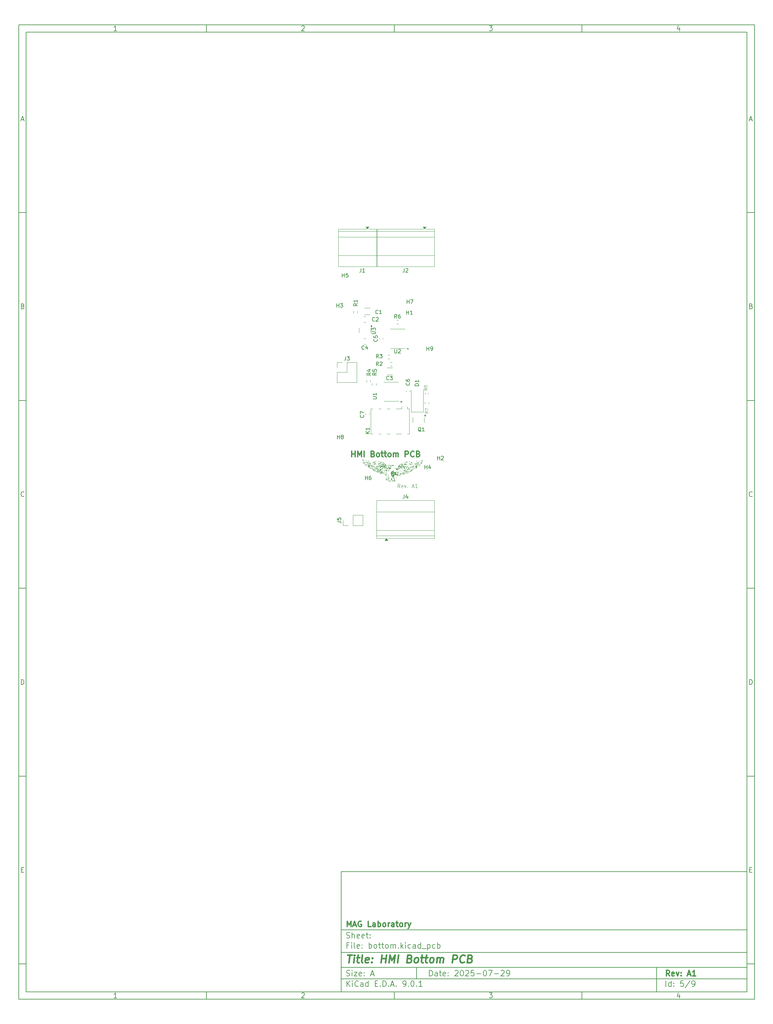
<source format=gbr>
%TF.GenerationSoftware,KiCad,Pcbnew,9.0.1*%
%TF.CreationDate,2025-07-31T02:38:39-07:00*%
%TF.ProjectId,bottom,626f7474-6f6d-42e6-9b69-6361645f7063,A1*%
%TF.SameCoordinates,PX578c1c0PY3d09000*%
%TF.FileFunction,Legend,Top*%
%TF.FilePolarity,Positive*%
%FSLAX46Y46*%
G04 Gerber Fmt 4.6, Leading zero omitted, Abs format (unit mm)*
G04 Created by KiCad (PCBNEW 9.0.1) date 2025-07-31 02:38:39*
%MOMM*%
%LPD*%
G01*
G04 APERTURE LIST*
%ADD10C,0.100000*%
%ADD11C,0.150000*%
%ADD12C,0.300000*%
%ADD13C,0.400000*%
%ADD14C,0.125000*%
%ADD15C,0.120000*%
%ADD16C,0.000000*%
G04 APERTURE END LIST*
D10*
D11*
X4100000Y-171400000D02*
X112100000Y-171400000D01*
X112100000Y-203400000D01*
X4100000Y-203400000D01*
X4100000Y-171400000D01*
D10*
D11*
X-81800000Y54000000D02*
X114100000Y54000000D01*
X114100000Y-205400000D01*
X-81800000Y-205400000D01*
X-81800000Y54000000D01*
D10*
D11*
X-79800000Y52000000D02*
X112100000Y52000000D01*
X112100000Y-203400000D01*
X-79800000Y-203400000D01*
X-79800000Y52000000D01*
D10*
D11*
X-31800000Y52000000D02*
X-31800000Y54000000D01*
D10*
D11*
X18200000Y52000000D02*
X18200000Y54000000D01*
D10*
D11*
X68200000Y52000000D02*
X68200000Y54000000D01*
D10*
D11*
X-55710840Y52406396D02*
X-56453697Y52406396D01*
X-56082269Y52406396D02*
X-56082269Y53706396D01*
X-56082269Y53706396D02*
X-56206078Y53520681D01*
X-56206078Y53520681D02*
X-56329888Y53396872D01*
X-56329888Y53396872D02*
X-56453697Y53334967D01*
D10*
D11*
X-6453697Y53582586D02*
X-6391793Y53644491D01*
X-6391793Y53644491D02*
X-6267983Y53706396D01*
X-6267983Y53706396D02*
X-5958459Y53706396D01*
X-5958459Y53706396D02*
X-5834650Y53644491D01*
X-5834650Y53644491D02*
X-5772745Y53582586D01*
X-5772745Y53582586D02*
X-5710840Y53458777D01*
X-5710840Y53458777D02*
X-5710840Y53334967D01*
X-5710840Y53334967D02*
X-5772745Y53149253D01*
X-5772745Y53149253D02*
X-6515602Y52406396D01*
X-6515602Y52406396D02*
X-5710840Y52406396D01*
D10*
D11*
X43484398Y53706396D02*
X44289160Y53706396D01*
X44289160Y53706396D02*
X43855826Y53211158D01*
X43855826Y53211158D02*
X44041541Y53211158D01*
X44041541Y53211158D02*
X44165350Y53149253D01*
X44165350Y53149253D02*
X44227255Y53087348D01*
X44227255Y53087348D02*
X44289160Y52963539D01*
X44289160Y52963539D02*
X44289160Y52654015D01*
X44289160Y52654015D02*
X44227255Y52530205D01*
X44227255Y52530205D02*
X44165350Y52468300D01*
X44165350Y52468300D02*
X44041541Y52406396D01*
X44041541Y52406396D02*
X43670112Y52406396D01*
X43670112Y52406396D02*
X43546303Y52468300D01*
X43546303Y52468300D02*
X43484398Y52530205D01*
D10*
D11*
X94165350Y53273062D02*
X94165350Y52406396D01*
X93855826Y53768300D02*
X93546303Y52839729D01*
X93546303Y52839729D02*
X94351064Y52839729D01*
D10*
D11*
X-31800000Y-203400000D02*
X-31800000Y-205400000D01*
D10*
D11*
X18200000Y-203400000D02*
X18200000Y-205400000D01*
D10*
D11*
X68200000Y-203400000D02*
X68200000Y-205400000D01*
D10*
D11*
X-55710840Y-204993604D02*
X-56453697Y-204993604D01*
X-56082269Y-204993604D02*
X-56082269Y-203693604D01*
X-56082269Y-203693604D02*
X-56206078Y-203879319D01*
X-56206078Y-203879319D02*
X-56329888Y-204003128D01*
X-56329888Y-204003128D02*
X-56453697Y-204065033D01*
D10*
D11*
X-6453697Y-203817414D02*
X-6391793Y-203755509D01*
X-6391793Y-203755509D02*
X-6267983Y-203693604D01*
X-6267983Y-203693604D02*
X-5958459Y-203693604D01*
X-5958459Y-203693604D02*
X-5834650Y-203755509D01*
X-5834650Y-203755509D02*
X-5772745Y-203817414D01*
X-5772745Y-203817414D02*
X-5710840Y-203941223D01*
X-5710840Y-203941223D02*
X-5710840Y-204065033D01*
X-5710840Y-204065033D02*
X-5772745Y-204250747D01*
X-5772745Y-204250747D02*
X-6515602Y-204993604D01*
X-6515602Y-204993604D02*
X-5710840Y-204993604D01*
D10*
D11*
X43484398Y-203693604D02*
X44289160Y-203693604D01*
X44289160Y-203693604D02*
X43855826Y-204188842D01*
X43855826Y-204188842D02*
X44041541Y-204188842D01*
X44041541Y-204188842D02*
X44165350Y-204250747D01*
X44165350Y-204250747D02*
X44227255Y-204312652D01*
X44227255Y-204312652D02*
X44289160Y-204436461D01*
X44289160Y-204436461D02*
X44289160Y-204745985D01*
X44289160Y-204745985D02*
X44227255Y-204869795D01*
X44227255Y-204869795D02*
X44165350Y-204931700D01*
X44165350Y-204931700D02*
X44041541Y-204993604D01*
X44041541Y-204993604D02*
X43670112Y-204993604D01*
X43670112Y-204993604D02*
X43546303Y-204931700D01*
X43546303Y-204931700D02*
X43484398Y-204869795D01*
D10*
D11*
X94165350Y-204126938D02*
X94165350Y-204993604D01*
X93855826Y-203631700D02*
X93546303Y-204560271D01*
X93546303Y-204560271D02*
X94351064Y-204560271D01*
D10*
D11*
X-81800000Y4000000D02*
X-79800000Y4000000D01*
D10*
D11*
X-81800000Y-46000000D02*
X-79800000Y-46000000D01*
D10*
D11*
X-81800000Y-96000000D02*
X-79800000Y-96000000D01*
D10*
D11*
X-81800000Y-146000000D02*
X-79800000Y-146000000D01*
D10*
D11*
X-81800000Y-196000000D02*
X-79800000Y-196000000D01*
D10*
D11*
X-81109524Y28777824D02*
X-80490477Y28777824D01*
X-81233334Y28406396D02*
X-80800001Y29706396D01*
X-80800001Y29706396D02*
X-80366667Y28406396D01*
D10*
D11*
X-80707143Y-20912652D02*
X-80521429Y-20974557D01*
X-80521429Y-20974557D02*
X-80459524Y-21036461D01*
X-80459524Y-21036461D02*
X-80397620Y-21160271D01*
X-80397620Y-21160271D02*
X-80397620Y-21345985D01*
X-80397620Y-21345985D02*
X-80459524Y-21469795D01*
X-80459524Y-21469795D02*
X-80521429Y-21531700D01*
X-80521429Y-21531700D02*
X-80645239Y-21593604D01*
X-80645239Y-21593604D02*
X-81140477Y-21593604D01*
X-81140477Y-21593604D02*
X-81140477Y-20293604D01*
X-81140477Y-20293604D02*
X-80707143Y-20293604D01*
X-80707143Y-20293604D02*
X-80583334Y-20355509D01*
X-80583334Y-20355509D02*
X-80521429Y-20417414D01*
X-80521429Y-20417414D02*
X-80459524Y-20541223D01*
X-80459524Y-20541223D02*
X-80459524Y-20665033D01*
X-80459524Y-20665033D02*
X-80521429Y-20788842D01*
X-80521429Y-20788842D02*
X-80583334Y-20850747D01*
X-80583334Y-20850747D02*
X-80707143Y-20912652D01*
X-80707143Y-20912652D02*
X-81140477Y-20912652D01*
D10*
D11*
X-80397620Y-71469795D02*
X-80459524Y-71531700D01*
X-80459524Y-71531700D02*
X-80645239Y-71593604D01*
X-80645239Y-71593604D02*
X-80769048Y-71593604D01*
X-80769048Y-71593604D02*
X-80954762Y-71531700D01*
X-80954762Y-71531700D02*
X-81078572Y-71407890D01*
X-81078572Y-71407890D02*
X-81140477Y-71284080D01*
X-81140477Y-71284080D02*
X-81202381Y-71036461D01*
X-81202381Y-71036461D02*
X-81202381Y-70850747D01*
X-81202381Y-70850747D02*
X-81140477Y-70603128D01*
X-81140477Y-70603128D02*
X-81078572Y-70479319D01*
X-81078572Y-70479319D02*
X-80954762Y-70355509D01*
X-80954762Y-70355509D02*
X-80769048Y-70293604D01*
X-80769048Y-70293604D02*
X-80645239Y-70293604D01*
X-80645239Y-70293604D02*
X-80459524Y-70355509D01*
X-80459524Y-70355509D02*
X-80397620Y-70417414D01*
D10*
D11*
X-81140477Y-121593604D02*
X-81140477Y-120293604D01*
X-81140477Y-120293604D02*
X-80830953Y-120293604D01*
X-80830953Y-120293604D02*
X-80645239Y-120355509D01*
X-80645239Y-120355509D02*
X-80521429Y-120479319D01*
X-80521429Y-120479319D02*
X-80459524Y-120603128D01*
X-80459524Y-120603128D02*
X-80397620Y-120850747D01*
X-80397620Y-120850747D02*
X-80397620Y-121036461D01*
X-80397620Y-121036461D02*
X-80459524Y-121284080D01*
X-80459524Y-121284080D02*
X-80521429Y-121407890D01*
X-80521429Y-121407890D02*
X-80645239Y-121531700D01*
X-80645239Y-121531700D02*
X-80830953Y-121593604D01*
X-80830953Y-121593604D02*
X-81140477Y-121593604D01*
D10*
D11*
X-81078572Y-170912652D02*
X-80645238Y-170912652D01*
X-80459524Y-171593604D02*
X-81078572Y-171593604D01*
X-81078572Y-171593604D02*
X-81078572Y-170293604D01*
X-81078572Y-170293604D02*
X-80459524Y-170293604D01*
D10*
D11*
X114100000Y4000000D02*
X112100000Y4000000D01*
D10*
D11*
X114100000Y-46000000D02*
X112100000Y-46000000D01*
D10*
D11*
X114100000Y-96000000D02*
X112100000Y-96000000D01*
D10*
D11*
X114100000Y-146000000D02*
X112100000Y-146000000D01*
D10*
D11*
X114100000Y-196000000D02*
X112100000Y-196000000D01*
D10*
D11*
X112790476Y28777824D02*
X113409523Y28777824D01*
X112666666Y28406396D02*
X113099999Y29706396D01*
X113099999Y29706396D02*
X113533333Y28406396D01*
D10*
D11*
X113192857Y-20912652D02*
X113378571Y-20974557D01*
X113378571Y-20974557D02*
X113440476Y-21036461D01*
X113440476Y-21036461D02*
X113502380Y-21160271D01*
X113502380Y-21160271D02*
X113502380Y-21345985D01*
X113502380Y-21345985D02*
X113440476Y-21469795D01*
X113440476Y-21469795D02*
X113378571Y-21531700D01*
X113378571Y-21531700D02*
X113254761Y-21593604D01*
X113254761Y-21593604D02*
X112759523Y-21593604D01*
X112759523Y-21593604D02*
X112759523Y-20293604D01*
X112759523Y-20293604D02*
X113192857Y-20293604D01*
X113192857Y-20293604D02*
X113316666Y-20355509D01*
X113316666Y-20355509D02*
X113378571Y-20417414D01*
X113378571Y-20417414D02*
X113440476Y-20541223D01*
X113440476Y-20541223D02*
X113440476Y-20665033D01*
X113440476Y-20665033D02*
X113378571Y-20788842D01*
X113378571Y-20788842D02*
X113316666Y-20850747D01*
X113316666Y-20850747D02*
X113192857Y-20912652D01*
X113192857Y-20912652D02*
X112759523Y-20912652D01*
D10*
D11*
X113502380Y-71469795D02*
X113440476Y-71531700D01*
X113440476Y-71531700D02*
X113254761Y-71593604D01*
X113254761Y-71593604D02*
X113130952Y-71593604D01*
X113130952Y-71593604D02*
X112945238Y-71531700D01*
X112945238Y-71531700D02*
X112821428Y-71407890D01*
X112821428Y-71407890D02*
X112759523Y-71284080D01*
X112759523Y-71284080D02*
X112697619Y-71036461D01*
X112697619Y-71036461D02*
X112697619Y-70850747D01*
X112697619Y-70850747D02*
X112759523Y-70603128D01*
X112759523Y-70603128D02*
X112821428Y-70479319D01*
X112821428Y-70479319D02*
X112945238Y-70355509D01*
X112945238Y-70355509D02*
X113130952Y-70293604D01*
X113130952Y-70293604D02*
X113254761Y-70293604D01*
X113254761Y-70293604D02*
X113440476Y-70355509D01*
X113440476Y-70355509D02*
X113502380Y-70417414D01*
D10*
D11*
X112759523Y-121593604D02*
X112759523Y-120293604D01*
X112759523Y-120293604D02*
X113069047Y-120293604D01*
X113069047Y-120293604D02*
X113254761Y-120355509D01*
X113254761Y-120355509D02*
X113378571Y-120479319D01*
X113378571Y-120479319D02*
X113440476Y-120603128D01*
X113440476Y-120603128D02*
X113502380Y-120850747D01*
X113502380Y-120850747D02*
X113502380Y-121036461D01*
X113502380Y-121036461D02*
X113440476Y-121284080D01*
X113440476Y-121284080D02*
X113378571Y-121407890D01*
X113378571Y-121407890D02*
X113254761Y-121531700D01*
X113254761Y-121531700D02*
X113069047Y-121593604D01*
X113069047Y-121593604D02*
X112759523Y-121593604D01*
D10*
D11*
X112821428Y-170912652D02*
X113254762Y-170912652D01*
X113440476Y-171593604D02*
X112821428Y-171593604D01*
X112821428Y-171593604D02*
X112821428Y-170293604D01*
X112821428Y-170293604D02*
X113440476Y-170293604D01*
D10*
D11*
X27555826Y-199186128D02*
X27555826Y-197686128D01*
X27555826Y-197686128D02*
X27912969Y-197686128D01*
X27912969Y-197686128D02*
X28127255Y-197757557D01*
X28127255Y-197757557D02*
X28270112Y-197900414D01*
X28270112Y-197900414D02*
X28341541Y-198043271D01*
X28341541Y-198043271D02*
X28412969Y-198328985D01*
X28412969Y-198328985D02*
X28412969Y-198543271D01*
X28412969Y-198543271D02*
X28341541Y-198828985D01*
X28341541Y-198828985D02*
X28270112Y-198971842D01*
X28270112Y-198971842D02*
X28127255Y-199114700D01*
X28127255Y-199114700D02*
X27912969Y-199186128D01*
X27912969Y-199186128D02*
X27555826Y-199186128D01*
X29698684Y-199186128D02*
X29698684Y-198400414D01*
X29698684Y-198400414D02*
X29627255Y-198257557D01*
X29627255Y-198257557D02*
X29484398Y-198186128D01*
X29484398Y-198186128D02*
X29198684Y-198186128D01*
X29198684Y-198186128D02*
X29055826Y-198257557D01*
X29698684Y-199114700D02*
X29555826Y-199186128D01*
X29555826Y-199186128D02*
X29198684Y-199186128D01*
X29198684Y-199186128D02*
X29055826Y-199114700D01*
X29055826Y-199114700D02*
X28984398Y-198971842D01*
X28984398Y-198971842D02*
X28984398Y-198828985D01*
X28984398Y-198828985D02*
X29055826Y-198686128D01*
X29055826Y-198686128D02*
X29198684Y-198614700D01*
X29198684Y-198614700D02*
X29555826Y-198614700D01*
X29555826Y-198614700D02*
X29698684Y-198543271D01*
X30198684Y-198186128D02*
X30770112Y-198186128D01*
X30412969Y-197686128D02*
X30412969Y-198971842D01*
X30412969Y-198971842D02*
X30484398Y-199114700D01*
X30484398Y-199114700D02*
X30627255Y-199186128D01*
X30627255Y-199186128D02*
X30770112Y-199186128D01*
X31841541Y-199114700D02*
X31698684Y-199186128D01*
X31698684Y-199186128D02*
X31412970Y-199186128D01*
X31412970Y-199186128D02*
X31270112Y-199114700D01*
X31270112Y-199114700D02*
X31198684Y-198971842D01*
X31198684Y-198971842D02*
X31198684Y-198400414D01*
X31198684Y-198400414D02*
X31270112Y-198257557D01*
X31270112Y-198257557D02*
X31412970Y-198186128D01*
X31412970Y-198186128D02*
X31698684Y-198186128D01*
X31698684Y-198186128D02*
X31841541Y-198257557D01*
X31841541Y-198257557D02*
X31912970Y-198400414D01*
X31912970Y-198400414D02*
X31912970Y-198543271D01*
X31912970Y-198543271D02*
X31198684Y-198686128D01*
X32555826Y-199043271D02*
X32627255Y-199114700D01*
X32627255Y-199114700D02*
X32555826Y-199186128D01*
X32555826Y-199186128D02*
X32484398Y-199114700D01*
X32484398Y-199114700D02*
X32555826Y-199043271D01*
X32555826Y-199043271D02*
X32555826Y-199186128D01*
X32555826Y-198257557D02*
X32627255Y-198328985D01*
X32627255Y-198328985D02*
X32555826Y-198400414D01*
X32555826Y-198400414D02*
X32484398Y-198328985D01*
X32484398Y-198328985D02*
X32555826Y-198257557D01*
X32555826Y-198257557D02*
X32555826Y-198400414D01*
X34341541Y-197828985D02*
X34412969Y-197757557D01*
X34412969Y-197757557D02*
X34555827Y-197686128D01*
X34555827Y-197686128D02*
X34912969Y-197686128D01*
X34912969Y-197686128D02*
X35055827Y-197757557D01*
X35055827Y-197757557D02*
X35127255Y-197828985D01*
X35127255Y-197828985D02*
X35198684Y-197971842D01*
X35198684Y-197971842D02*
X35198684Y-198114700D01*
X35198684Y-198114700D02*
X35127255Y-198328985D01*
X35127255Y-198328985D02*
X34270112Y-199186128D01*
X34270112Y-199186128D02*
X35198684Y-199186128D01*
X36127255Y-197686128D02*
X36270112Y-197686128D01*
X36270112Y-197686128D02*
X36412969Y-197757557D01*
X36412969Y-197757557D02*
X36484398Y-197828985D01*
X36484398Y-197828985D02*
X36555826Y-197971842D01*
X36555826Y-197971842D02*
X36627255Y-198257557D01*
X36627255Y-198257557D02*
X36627255Y-198614700D01*
X36627255Y-198614700D02*
X36555826Y-198900414D01*
X36555826Y-198900414D02*
X36484398Y-199043271D01*
X36484398Y-199043271D02*
X36412969Y-199114700D01*
X36412969Y-199114700D02*
X36270112Y-199186128D01*
X36270112Y-199186128D02*
X36127255Y-199186128D01*
X36127255Y-199186128D02*
X35984398Y-199114700D01*
X35984398Y-199114700D02*
X35912969Y-199043271D01*
X35912969Y-199043271D02*
X35841540Y-198900414D01*
X35841540Y-198900414D02*
X35770112Y-198614700D01*
X35770112Y-198614700D02*
X35770112Y-198257557D01*
X35770112Y-198257557D02*
X35841540Y-197971842D01*
X35841540Y-197971842D02*
X35912969Y-197828985D01*
X35912969Y-197828985D02*
X35984398Y-197757557D01*
X35984398Y-197757557D02*
X36127255Y-197686128D01*
X37198683Y-197828985D02*
X37270111Y-197757557D01*
X37270111Y-197757557D02*
X37412969Y-197686128D01*
X37412969Y-197686128D02*
X37770111Y-197686128D01*
X37770111Y-197686128D02*
X37912969Y-197757557D01*
X37912969Y-197757557D02*
X37984397Y-197828985D01*
X37984397Y-197828985D02*
X38055826Y-197971842D01*
X38055826Y-197971842D02*
X38055826Y-198114700D01*
X38055826Y-198114700D02*
X37984397Y-198328985D01*
X37984397Y-198328985D02*
X37127254Y-199186128D01*
X37127254Y-199186128D02*
X38055826Y-199186128D01*
X39412968Y-197686128D02*
X38698682Y-197686128D01*
X38698682Y-197686128D02*
X38627254Y-198400414D01*
X38627254Y-198400414D02*
X38698682Y-198328985D01*
X38698682Y-198328985D02*
X38841540Y-198257557D01*
X38841540Y-198257557D02*
X39198682Y-198257557D01*
X39198682Y-198257557D02*
X39341540Y-198328985D01*
X39341540Y-198328985D02*
X39412968Y-198400414D01*
X39412968Y-198400414D02*
X39484397Y-198543271D01*
X39484397Y-198543271D02*
X39484397Y-198900414D01*
X39484397Y-198900414D02*
X39412968Y-199043271D01*
X39412968Y-199043271D02*
X39341540Y-199114700D01*
X39341540Y-199114700D02*
X39198682Y-199186128D01*
X39198682Y-199186128D02*
X38841540Y-199186128D01*
X38841540Y-199186128D02*
X38698682Y-199114700D01*
X38698682Y-199114700D02*
X38627254Y-199043271D01*
X40127253Y-198614700D02*
X41270111Y-198614700D01*
X42270111Y-197686128D02*
X42412968Y-197686128D01*
X42412968Y-197686128D02*
X42555825Y-197757557D01*
X42555825Y-197757557D02*
X42627254Y-197828985D01*
X42627254Y-197828985D02*
X42698682Y-197971842D01*
X42698682Y-197971842D02*
X42770111Y-198257557D01*
X42770111Y-198257557D02*
X42770111Y-198614700D01*
X42770111Y-198614700D02*
X42698682Y-198900414D01*
X42698682Y-198900414D02*
X42627254Y-199043271D01*
X42627254Y-199043271D02*
X42555825Y-199114700D01*
X42555825Y-199114700D02*
X42412968Y-199186128D01*
X42412968Y-199186128D02*
X42270111Y-199186128D01*
X42270111Y-199186128D02*
X42127254Y-199114700D01*
X42127254Y-199114700D02*
X42055825Y-199043271D01*
X42055825Y-199043271D02*
X41984396Y-198900414D01*
X41984396Y-198900414D02*
X41912968Y-198614700D01*
X41912968Y-198614700D02*
X41912968Y-198257557D01*
X41912968Y-198257557D02*
X41984396Y-197971842D01*
X41984396Y-197971842D02*
X42055825Y-197828985D01*
X42055825Y-197828985D02*
X42127254Y-197757557D01*
X42127254Y-197757557D02*
X42270111Y-197686128D01*
X43270110Y-197686128D02*
X44270110Y-197686128D01*
X44270110Y-197686128D02*
X43627253Y-199186128D01*
X44841538Y-198614700D02*
X45984396Y-198614700D01*
X46627253Y-197828985D02*
X46698681Y-197757557D01*
X46698681Y-197757557D02*
X46841539Y-197686128D01*
X46841539Y-197686128D02*
X47198681Y-197686128D01*
X47198681Y-197686128D02*
X47341539Y-197757557D01*
X47341539Y-197757557D02*
X47412967Y-197828985D01*
X47412967Y-197828985D02*
X47484396Y-197971842D01*
X47484396Y-197971842D02*
X47484396Y-198114700D01*
X47484396Y-198114700D02*
X47412967Y-198328985D01*
X47412967Y-198328985D02*
X46555824Y-199186128D01*
X46555824Y-199186128D02*
X47484396Y-199186128D01*
X48198681Y-199186128D02*
X48484395Y-199186128D01*
X48484395Y-199186128D02*
X48627252Y-199114700D01*
X48627252Y-199114700D02*
X48698681Y-199043271D01*
X48698681Y-199043271D02*
X48841538Y-198828985D01*
X48841538Y-198828985D02*
X48912967Y-198543271D01*
X48912967Y-198543271D02*
X48912967Y-197971842D01*
X48912967Y-197971842D02*
X48841538Y-197828985D01*
X48841538Y-197828985D02*
X48770110Y-197757557D01*
X48770110Y-197757557D02*
X48627252Y-197686128D01*
X48627252Y-197686128D02*
X48341538Y-197686128D01*
X48341538Y-197686128D02*
X48198681Y-197757557D01*
X48198681Y-197757557D02*
X48127252Y-197828985D01*
X48127252Y-197828985D02*
X48055824Y-197971842D01*
X48055824Y-197971842D02*
X48055824Y-198328985D01*
X48055824Y-198328985D02*
X48127252Y-198471842D01*
X48127252Y-198471842D02*
X48198681Y-198543271D01*
X48198681Y-198543271D02*
X48341538Y-198614700D01*
X48341538Y-198614700D02*
X48627252Y-198614700D01*
X48627252Y-198614700D02*
X48770110Y-198543271D01*
X48770110Y-198543271D02*
X48841538Y-198471842D01*
X48841538Y-198471842D02*
X48912967Y-198328985D01*
D10*
D11*
X4100000Y-199900000D02*
X112100000Y-199900000D01*
D10*
D11*
X5555826Y-201986128D02*
X5555826Y-200486128D01*
X6412969Y-201986128D02*
X5770112Y-201128985D01*
X6412969Y-200486128D02*
X5555826Y-201343271D01*
X7055826Y-201986128D02*
X7055826Y-200986128D01*
X7055826Y-200486128D02*
X6984398Y-200557557D01*
X6984398Y-200557557D02*
X7055826Y-200628985D01*
X7055826Y-200628985D02*
X7127255Y-200557557D01*
X7127255Y-200557557D02*
X7055826Y-200486128D01*
X7055826Y-200486128D02*
X7055826Y-200628985D01*
X8627255Y-201843271D02*
X8555827Y-201914700D01*
X8555827Y-201914700D02*
X8341541Y-201986128D01*
X8341541Y-201986128D02*
X8198684Y-201986128D01*
X8198684Y-201986128D02*
X7984398Y-201914700D01*
X7984398Y-201914700D02*
X7841541Y-201771842D01*
X7841541Y-201771842D02*
X7770112Y-201628985D01*
X7770112Y-201628985D02*
X7698684Y-201343271D01*
X7698684Y-201343271D02*
X7698684Y-201128985D01*
X7698684Y-201128985D02*
X7770112Y-200843271D01*
X7770112Y-200843271D02*
X7841541Y-200700414D01*
X7841541Y-200700414D02*
X7984398Y-200557557D01*
X7984398Y-200557557D02*
X8198684Y-200486128D01*
X8198684Y-200486128D02*
X8341541Y-200486128D01*
X8341541Y-200486128D02*
X8555827Y-200557557D01*
X8555827Y-200557557D02*
X8627255Y-200628985D01*
X9912970Y-201986128D02*
X9912970Y-201200414D01*
X9912970Y-201200414D02*
X9841541Y-201057557D01*
X9841541Y-201057557D02*
X9698684Y-200986128D01*
X9698684Y-200986128D02*
X9412970Y-200986128D01*
X9412970Y-200986128D02*
X9270112Y-201057557D01*
X9912970Y-201914700D02*
X9770112Y-201986128D01*
X9770112Y-201986128D02*
X9412970Y-201986128D01*
X9412970Y-201986128D02*
X9270112Y-201914700D01*
X9270112Y-201914700D02*
X9198684Y-201771842D01*
X9198684Y-201771842D02*
X9198684Y-201628985D01*
X9198684Y-201628985D02*
X9270112Y-201486128D01*
X9270112Y-201486128D02*
X9412970Y-201414700D01*
X9412970Y-201414700D02*
X9770112Y-201414700D01*
X9770112Y-201414700D02*
X9912970Y-201343271D01*
X11270113Y-201986128D02*
X11270113Y-200486128D01*
X11270113Y-201914700D02*
X11127255Y-201986128D01*
X11127255Y-201986128D02*
X10841541Y-201986128D01*
X10841541Y-201986128D02*
X10698684Y-201914700D01*
X10698684Y-201914700D02*
X10627255Y-201843271D01*
X10627255Y-201843271D02*
X10555827Y-201700414D01*
X10555827Y-201700414D02*
X10555827Y-201271842D01*
X10555827Y-201271842D02*
X10627255Y-201128985D01*
X10627255Y-201128985D02*
X10698684Y-201057557D01*
X10698684Y-201057557D02*
X10841541Y-200986128D01*
X10841541Y-200986128D02*
X11127255Y-200986128D01*
X11127255Y-200986128D02*
X11270113Y-201057557D01*
X13127255Y-201200414D02*
X13627255Y-201200414D01*
X13841541Y-201986128D02*
X13127255Y-201986128D01*
X13127255Y-201986128D02*
X13127255Y-200486128D01*
X13127255Y-200486128D02*
X13841541Y-200486128D01*
X14484398Y-201843271D02*
X14555827Y-201914700D01*
X14555827Y-201914700D02*
X14484398Y-201986128D01*
X14484398Y-201986128D02*
X14412970Y-201914700D01*
X14412970Y-201914700D02*
X14484398Y-201843271D01*
X14484398Y-201843271D02*
X14484398Y-201986128D01*
X15198684Y-201986128D02*
X15198684Y-200486128D01*
X15198684Y-200486128D02*
X15555827Y-200486128D01*
X15555827Y-200486128D02*
X15770113Y-200557557D01*
X15770113Y-200557557D02*
X15912970Y-200700414D01*
X15912970Y-200700414D02*
X15984399Y-200843271D01*
X15984399Y-200843271D02*
X16055827Y-201128985D01*
X16055827Y-201128985D02*
X16055827Y-201343271D01*
X16055827Y-201343271D02*
X15984399Y-201628985D01*
X15984399Y-201628985D02*
X15912970Y-201771842D01*
X15912970Y-201771842D02*
X15770113Y-201914700D01*
X15770113Y-201914700D02*
X15555827Y-201986128D01*
X15555827Y-201986128D02*
X15198684Y-201986128D01*
X16698684Y-201843271D02*
X16770113Y-201914700D01*
X16770113Y-201914700D02*
X16698684Y-201986128D01*
X16698684Y-201986128D02*
X16627256Y-201914700D01*
X16627256Y-201914700D02*
X16698684Y-201843271D01*
X16698684Y-201843271D02*
X16698684Y-201986128D01*
X17341542Y-201557557D02*
X18055828Y-201557557D01*
X17198685Y-201986128D02*
X17698685Y-200486128D01*
X17698685Y-200486128D02*
X18198685Y-201986128D01*
X18698684Y-201843271D02*
X18770113Y-201914700D01*
X18770113Y-201914700D02*
X18698684Y-201986128D01*
X18698684Y-201986128D02*
X18627256Y-201914700D01*
X18627256Y-201914700D02*
X18698684Y-201843271D01*
X18698684Y-201843271D02*
X18698684Y-201986128D01*
X20627256Y-201986128D02*
X20912970Y-201986128D01*
X20912970Y-201986128D02*
X21055827Y-201914700D01*
X21055827Y-201914700D02*
X21127256Y-201843271D01*
X21127256Y-201843271D02*
X21270113Y-201628985D01*
X21270113Y-201628985D02*
X21341542Y-201343271D01*
X21341542Y-201343271D02*
X21341542Y-200771842D01*
X21341542Y-200771842D02*
X21270113Y-200628985D01*
X21270113Y-200628985D02*
X21198685Y-200557557D01*
X21198685Y-200557557D02*
X21055827Y-200486128D01*
X21055827Y-200486128D02*
X20770113Y-200486128D01*
X20770113Y-200486128D02*
X20627256Y-200557557D01*
X20627256Y-200557557D02*
X20555827Y-200628985D01*
X20555827Y-200628985D02*
X20484399Y-200771842D01*
X20484399Y-200771842D02*
X20484399Y-201128985D01*
X20484399Y-201128985D02*
X20555827Y-201271842D01*
X20555827Y-201271842D02*
X20627256Y-201343271D01*
X20627256Y-201343271D02*
X20770113Y-201414700D01*
X20770113Y-201414700D02*
X21055827Y-201414700D01*
X21055827Y-201414700D02*
X21198685Y-201343271D01*
X21198685Y-201343271D02*
X21270113Y-201271842D01*
X21270113Y-201271842D02*
X21341542Y-201128985D01*
X21984398Y-201843271D02*
X22055827Y-201914700D01*
X22055827Y-201914700D02*
X21984398Y-201986128D01*
X21984398Y-201986128D02*
X21912970Y-201914700D01*
X21912970Y-201914700D02*
X21984398Y-201843271D01*
X21984398Y-201843271D02*
X21984398Y-201986128D01*
X22984399Y-200486128D02*
X23127256Y-200486128D01*
X23127256Y-200486128D02*
X23270113Y-200557557D01*
X23270113Y-200557557D02*
X23341542Y-200628985D01*
X23341542Y-200628985D02*
X23412970Y-200771842D01*
X23412970Y-200771842D02*
X23484399Y-201057557D01*
X23484399Y-201057557D02*
X23484399Y-201414700D01*
X23484399Y-201414700D02*
X23412970Y-201700414D01*
X23412970Y-201700414D02*
X23341542Y-201843271D01*
X23341542Y-201843271D02*
X23270113Y-201914700D01*
X23270113Y-201914700D02*
X23127256Y-201986128D01*
X23127256Y-201986128D02*
X22984399Y-201986128D01*
X22984399Y-201986128D02*
X22841542Y-201914700D01*
X22841542Y-201914700D02*
X22770113Y-201843271D01*
X22770113Y-201843271D02*
X22698684Y-201700414D01*
X22698684Y-201700414D02*
X22627256Y-201414700D01*
X22627256Y-201414700D02*
X22627256Y-201057557D01*
X22627256Y-201057557D02*
X22698684Y-200771842D01*
X22698684Y-200771842D02*
X22770113Y-200628985D01*
X22770113Y-200628985D02*
X22841542Y-200557557D01*
X22841542Y-200557557D02*
X22984399Y-200486128D01*
X24127255Y-201843271D02*
X24198684Y-201914700D01*
X24198684Y-201914700D02*
X24127255Y-201986128D01*
X24127255Y-201986128D02*
X24055827Y-201914700D01*
X24055827Y-201914700D02*
X24127255Y-201843271D01*
X24127255Y-201843271D02*
X24127255Y-201986128D01*
X25627256Y-201986128D02*
X24770113Y-201986128D01*
X25198684Y-201986128D02*
X25198684Y-200486128D01*
X25198684Y-200486128D02*
X25055827Y-200700414D01*
X25055827Y-200700414D02*
X24912970Y-200843271D01*
X24912970Y-200843271D02*
X24770113Y-200914700D01*
D10*
D11*
X4100000Y-196900000D02*
X112100000Y-196900000D01*
D10*
D12*
X91511653Y-199178328D02*
X91011653Y-198464042D01*
X90654510Y-199178328D02*
X90654510Y-197678328D01*
X90654510Y-197678328D02*
X91225939Y-197678328D01*
X91225939Y-197678328D02*
X91368796Y-197749757D01*
X91368796Y-197749757D02*
X91440225Y-197821185D01*
X91440225Y-197821185D02*
X91511653Y-197964042D01*
X91511653Y-197964042D02*
X91511653Y-198178328D01*
X91511653Y-198178328D02*
X91440225Y-198321185D01*
X91440225Y-198321185D02*
X91368796Y-198392614D01*
X91368796Y-198392614D02*
X91225939Y-198464042D01*
X91225939Y-198464042D02*
X90654510Y-198464042D01*
X92725939Y-199106900D02*
X92583082Y-199178328D01*
X92583082Y-199178328D02*
X92297368Y-199178328D01*
X92297368Y-199178328D02*
X92154510Y-199106900D01*
X92154510Y-199106900D02*
X92083082Y-198964042D01*
X92083082Y-198964042D02*
X92083082Y-198392614D01*
X92083082Y-198392614D02*
X92154510Y-198249757D01*
X92154510Y-198249757D02*
X92297368Y-198178328D01*
X92297368Y-198178328D02*
X92583082Y-198178328D01*
X92583082Y-198178328D02*
X92725939Y-198249757D01*
X92725939Y-198249757D02*
X92797368Y-198392614D01*
X92797368Y-198392614D02*
X92797368Y-198535471D01*
X92797368Y-198535471D02*
X92083082Y-198678328D01*
X93297367Y-198178328D02*
X93654510Y-199178328D01*
X93654510Y-199178328D02*
X94011653Y-198178328D01*
X94583081Y-199035471D02*
X94654510Y-199106900D01*
X94654510Y-199106900D02*
X94583081Y-199178328D01*
X94583081Y-199178328D02*
X94511653Y-199106900D01*
X94511653Y-199106900D02*
X94583081Y-199035471D01*
X94583081Y-199035471D02*
X94583081Y-199178328D01*
X94583081Y-198249757D02*
X94654510Y-198321185D01*
X94654510Y-198321185D02*
X94583081Y-198392614D01*
X94583081Y-198392614D02*
X94511653Y-198321185D01*
X94511653Y-198321185D02*
X94583081Y-198249757D01*
X94583081Y-198249757D02*
X94583081Y-198392614D01*
X96368796Y-198749757D02*
X97083082Y-198749757D01*
X96225939Y-199178328D02*
X96725939Y-197678328D01*
X96725939Y-197678328D02*
X97225939Y-199178328D01*
X98511653Y-199178328D02*
X97654510Y-199178328D01*
X98083081Y-199178328D02*
X98083081Y-197678328D01*
X98083081Y-197678328D02*
X97940224Y-197892614D01*
X97940224Y-197892614D02*
X97797367Y-198035471D01*
X97797367Y-198035471D02*
X97654510Y-198106900D01*
D10*
D11*
X5484398Y-199114700D02*
X5698684Y-199186128D01*
X5698684Y-199186128D02*
X6055826Y-199186128D01*
X6055826Y-199186128D02*
X6198684Y-199114700D01*
X6198684Y-199114700D02*
X6270112Y-199043271D01*
X6270112Y-199043271D02*
X6341541Y-198900414D01*
X6341541Y-198900414D02*
X6341541Y-198757557D01*
X6341541Y-198757557D02*
X6270112Y-198614700D01*
X6270112Y-198614700D02*
X6198684Y-198543271D01*
X6198684Y-198543271D02*
X6055826Y-198471842D01*
X6055826Y-198471842D02*
X5770112Y-198400414D01*
X5770112Y-198400414D02*
X5627255Y-198328985D01*
X5627255Y-198328985D02*
X5555826Y-198257557D01*
X5555826Y-198257557D02*
X5484398Y-198114700D01*
X5484398Y-198114700D02*
X5484398Y-197971842D01*
X5484398Y-197971842D02*
X5555826Y-197828985D01*
X5555826Y-197828985D02*
X5627255Y-197757557D01*
X5627255Y-197757557D02*
X5770112Y-197686128D01*
X5770112Y-197686128D02*
X6127255Y-197686128D01*
X6127255Y-197686128D02*
X6341541Y-197757557D01*
X6984397Y-199186128D02*
X6984397Y-198186128D01*
X6984397Y-197686128D02*
X6912969Y-197757557D01*
X6912969Y-197757557D02*
X6984397Y-197828985D01*
X6984397Y-197828985D02*
X7055826Y-197757557D01*
X7055826Y-197757557D02*
X6984397Y-197686128D01*
X6984397Y-197686128D02*
X6984397Y-197828985D01*
X7555826Y-198186128D02*
X8341541Y-198186128D01*
X8341541Y-198186128D02*
X7555826Y-199186128D01*
X7555826Y-199186128D02*
X8341541Y-199186128D01*
X9484398Y-199114700D02*
X9341541Y-199186128D01*
X9341541Y-199186128D02*
X9055827Y-199186128D01*
X9055827Y-199186128D02*
X8912969Y-199114700D01*
X8912969Y-199114700D02*
X8841541Y-198971842D01*
X8841541Y-198971842D02*
X8841541Y-198400414D01*
X8841541Y-198400414D02*
X8912969Y-198257557D01*
X8912969Y-198257557D02*
X9055827Y-198186128D01*
X9055827Y-198186128D02*
X9341541Y-198186128D01*
X9341541Y-198186128D02*
X9484398Y-198257557D01*
X9484398Y-198257557D02*
X9555827Y-198400414D01*
X9555827Y-198400414D02*
X9555827Y-198543271D01*
X9555827Y-198543271D02*
X8841541Y-198686128D01*
X10198683Y-199043271D02*
X10270112Y-199114700D01*
X10270112Y-199114700D02*
X10198683Y-199186128D01*
X10198683Y-199186128D02*
X10127255Y-199114700D01*
X10127255Y-199114700D02*
X10198683Y-199043271D01*
X10198683Y-199043271D02*
X10198683Y-199186128D01*
X10198683Y-198257557D02*
X10270112Y-198328985D01*
X10270112Y-198328985D02*
X10198683Y-198400414D01*
X10198683Y-198400414D02*
X10127255Y-198328985D01*
X10127255Y-198328985D02*
X10198683Y-198257557D01*
X10198683Y-198257557D02*
X10198683Y-198400414D01*
X11984398Y-198757557D02*
X12698684Y-198757557D01*
X11841541Y-199186128D02*
X12341541Y-197686128D01*
X12341541Y-197686128D02*
X12841541Y-199186128D01*
D10*
D11*
X90555826Y-201986128D02*
X90555826Y-200486128D01*
X91912970Y-201986128D02*
X91912970Y-200486128D01*
X91912970Y-201914700D02*
X91770112Y-201986128D01*
X91770112Y-201986128D02*
X91484398Y-201986128D01*
X91484398Y-201986128D02*
X91341541Y-201914700D01*
X91341541Y-201914700D02*
X91270112Y-201843271D01*
X91270112Y-201843271D02*
X91198684Y-201700414D01*
X91198684Y-201700414D02*
X91198684Y-201271842D01*
X91198684Y-201271842D02*
X91270112Y-201128985D01*
X91270112Y-201128985D02*
X91341541Y-201057557D01*
X91341541Y-201057557D02*
X91484398Y-200986128D01*
X91484398Y-200986128D02*
X91770112Y-200986128D01*
X91770112Y-200986128D02*
X91912970Y-201057557D01*
X92627255Y-201843271D02*
X92698684Y-201914700D01*
X92698684Y-201914700D02*
X92627255Y-201986128D01*
X92627255Y-201986128D02*
X92555827Y-201914700D01*
X92555827Y-201914700D02*
X92627255Y-201843271D01*
X92627255Y-201843271D02*
X92627255Y-201986128D01*
X92627255Y-201057557D02*
X92698684Y-201128985D01*
X92698684Y-201128985D02*
X92627255Y-201200414D01*
X92627255Y-201200414D02*
X92555827Y-201128985D01*
X92555827Y-201128985D02*
X92627255Y-201057557D01*
X92627255Y-201057557D02*
X92627255Y-201200414D01*
X95198684Y-200486128D02*
X94484398Y-200486128D01*
X94484398Y-200486128D02*
X94412970Y-201200414D01*
X94412970Y-201200414D02*
X94484398Y-201128985D01*
X94484398Y-201128985D02*
X94627256Y-201057557D01*
X94627256Y-201057557D02*
X94984398Y-201057557D01*
X94984398Y-201057557D02*
X95127256Y-201128985D01*
X95127256Y-201128985D02*
X95198684Y-201200414D01*
X95198684Y-201200414D02*
X95270113Y-201343271D01*
X95270113Y-201343271D02*
X95270113Y-201700414D01*
X95270113Y-201700414D02*
X95198684Y-201843271D01*
X95198684Y-201843271D02*
X95127256Y-201914700D01*
X95127256Y-201914700D02*
X94984398Y-201986128D01*
X94984398Y-201986128D02*
X94627256Y-201986128D01*
X94627256Y-201986128D02*
X94484398Y-201914700D01*
X94484398Y-201914700D02*
X94412970Y-201843271D01*
X96984398Y-200414700D02*
X95698684Y-202343271D01*
X97555827Y-201986128D02*
X97841541Y-201986128D01*
X97841541Y-201986128D02*
X97984398Y-201914700D01*
X97984398Y-201914700D02*
X98055827Y-201843271D01*
X98055827Y-201843271D02*
X98198684Y-201628985D01*
X98198684Y-201628985D02*
X98270113Y-201343271D01*
X98270113Y-201343271D02*
X98270113Y-200771842D01*
X98270113Y-200771842D02*
X98198684Y-200628985D01*
X98198684Y-200628985D02*
X98127256Y-200557557D01*
X98127256Y-200557557D02*
X97984398Y-200486128D01*
X97984398Y-200486128D02*
X97698684Y-200486128D01*
X97698684Y-200486128D02*
X97555827Y-200557557D01*
X97555827Y-200557557D02*
X97484398Y-200628985D01*
X97484398Y-200628985D02*
X97412970Y-200771842D01*
X97412970Y-200771842D02*
X97412970Y-201128985D01*
X97412970Y-201128985D02*
X97484398Y-201271842D01*
X97484398Y-201271842D02*
X97555827Y-201343271D01*
X97555827Y-201343271D02*
X97698684Y-201414700D01*
X97698684Y-201414700D02*
X97984398Y-201414700D01*
X97984398Y-201414700D02*
X98127256Y-201343271D01*
X98127256Y-201343271D02*
X98198684Y-201271842D01*
X98198684Y-201271842D02*
X98270113Y-201128985D01*
D10*
D11*
X4100000Y-192900000D02*
X112100000Y-192900000D01*
D10*
D13*
X5791728Y-193604438D02*
X6934585Y-193604438D01*
X6113157Y-195604438D02*
X6363157Y-193604438D01*
X7351252Y-195604438D02*
X7517919Y-194271104D01*
X7601252Y-193604438D02*
X7494109Y-193699676D01*
X7494109Y-193699676D02*
X7577443Y-193794914D01*
X7577443Y-193794914D02*
X7684586Y-193699676D01*
X7684586Y-193699676D02*
X7601252Y-193604438D01*
X7601252Y-193604438D02*
X7577443Y-193794914D01*
X8184586Y-194271104D02*
X8946490Y-194271104D01*
X8553633Y-193604438D02*
X8339348Y-195318723D01*
X8339348Y-195318723D02*
X8410776Y-195509200D01*
X8410776Y-195509200D02*
X8589348Y-195604438D01*
X8589348Y-195604438D02*
X8779824Y-195604438D01*
X9732205Y-195604438D02*
X9553633Y-195509200D01*
X9553633Y-195509200D02*
X9482205Y-195318723D01*
X9482205Y-195318723D02*
X9696490Y-193604438D01*
X11267919Y-195509200D02*
X11065538Y-195604438D01*
X11065538Y-195604438D02*
X10684585Y-195604438D01*
X10684585Y-195604438D02*
X10506014Y-195509200D01*
X10506014Y-195509200D02*
X10434585Y-195318723D01*
X10434585Y-195318723D02*
X10529824Y-194556819D01*
X10529824Y-194556819D02*
X10648871Y-194366342D01*
X10648871Y-194366342D02*
X10851252Y-194271104D01*
X10851252Y-194271104D02*
X11232204Y-194271104D01*
X11232204Y-194271104D02*
X11410776Y-194366342D01*
X11410776Y-194366342D02*
X11482204Y-194556819D01*
X11482204Y-194556819D02*
X11458395Y-194747295D01*
X11458395Y-194747295D02*
X10482204Y-194937771D01*
X12232205Y-195413961D02*
X12315538Y-195509200D01*
X12315538Y-195509200D02*
X12208395Y-195604438D01*
X12208395Y-195604438D02*
X12125062Y-195509200D01*
X12125062Y-195509200D02*
X12232205Y-195413961D01*
X12232205Y-195413961D02*
X12208395Y-195604438D01*
X12363157Y-194366342D02*
X12446490Y-194461580D01*
X12446490Y-194461580D02*
X12339348Y-194556819D01*
X12339348Y-194556819D02*
X12256014Y-194461580D01*
X12256014Y-194461580D02*
X12363157Y-194366342D01*
X12363157Y-194366342D02*
X12339348Y-194556819D01*
X14684586Y-195604438D02*
X14934586Y-193604438D01*
X14815539Y-194556819D02*
X15958396Y-194556819D01*
X15827443Y-195604438D02*
X16077443Y-193604438D01*
X16779824Y-195604438D02*
X17029824Y-193604438D01*
X17029824Y-193604438D02*
X17517919Y-195033009D01*
X17517919Y-195033009D02*
X18363158Y-193604438D01*
X18363158Y-193604438D02*
X18113158Y-195604438D01*
X19065538Y-195604438D02*
X19315538Y-193604438D01*
X22339348Y-194556819D02*
X22613158Y-194652057D01*
X22613158Y-194652057D02*
X22696491Y-194747295D01*
X22696491Y-194747295D02*
X22767920Y-194937771D01*
X22767920Y-194937771D02*
X22732205Y-195223485D01*
X22732205Y-195223485D02*
X22613158Y-195413961D01*
X22613158Y-195413961D02*
X22506015Y-195509200D01*
X22506015Y-195509200D02*
X22303634Y-195604438D01*
X22303634Y-195604438D02*
X21541729Y-195604438D01*
X21541729Y-195604438D02*
X21791729Y-193604438D01*
X21791729Y-193604438D02*
X22458396Y-193604438D01*
X22458396Y-193604438D02*
X22636967Y-193699676D01*
X22636967Y-193699676D02*
X22720301Y-193794914D01*
X22720301Y-193794914D02*
X22791729Y-193985390D01*
X22791729Y-193985390D02*
X22767920Y-194175866D01*
X22767920Y-194175866D02*
X22648872Y-194366342D01*
X22648872Y-194366342D02*
X22541729Y-194461580D01*
X22541729Y-194461580D02*
X22339348Y-194556819D01*
X22339348Y-194556819D02*
X21672682Y-194556819D01*
X23827444Y-195604438D02*
X23648872Y-195509200D01*
X23648872Y-195509200D02*
X23565539Y-195413961D01*
X23565539Y-195413961D02*
X23494110Y-195223485D01*
X23494110Y-195223485D02*
X23565539Y-194652057D01*
X23565539Y-194652057D02*
X23684586Y-194461580D01*
X23684586Y-194461580D02*
X23791729Y-194366342D01*
X23791729Y-194366342D02*
X23994110Y-194271104D01*
X23994110Y-194271104D02*
X24279824Y-194271104D01*
X24279824Y-194271104D02*
X24458396Y-194366342D01*
X24458396Y-194366342D02*
X24541729Y-194461580D01*
X24541729Y-194461580D02*
X24613158Y-194652057D01*
X24613158Y-194652057D02*
X24541729Y-195223485D01*
X24541729Y-195223485D02*
X24422682Y-195413961D01*
X24422682Y-195413961D02*
X24315539Y-195509200D01*
X24315539Y-195509200D02*
X24113158Y-195604438D01*
X24113158Y-195604438D02*
X23827444Y-195604438D01*
X25232206Y-194271104D02*
X25994110Y-194271104D01*
X25601253Y-193604438D02*
X25386968Y-195318723D01*
X25386968Y-195318723D02*
X25458396Y-195509200D01*
X25458396Y-195509200D02*
X25636968Y-195604438D01*
X25636968Y-195604438D02*
X25827444Y-195604438D01*
X26375063Y-194271104D02*
X27136967Y-194271104D01*
X26744110Y-193604438D02*
X26529825Y-195318723D01*
X26529825Y-195318723D02*
X26601253Y-195509200D01*
X26601253Y-195509200D02*
X26779825Y-195604438D01*
X26779825Y-195604438D02*
X26970301Y-195604438D01*
X27922682Y-195604438D02*
X27744110Y-195509200D01*
X27744110Y-195509200D02*
X27660777Y-195413961D01*
X27660777Y-195413961D02*
X27589348Y-195223485D01*
X27589348Y-195223485D02*
X27660777Y-194652057D01*
X27660777Y-194652057D02*
X27779824Y-194461580D01*
X27779824Y-194461580D02*
X27886967Y-194366342D01*
X27886967Y-194366342D02*
X28089348Y-194271104D01*
X28089348Y-194271104D02*
X28375062Y-194271104D01*
X28375062Y-194271104D02*
X28553634Y-194366342D01*
X28553634Y-194366342D02*
X28636967Y-194461580D01*
X28636967Y-194461580D02*
X28708396Y-194652057D01*
X28708396Y-194652057D02*
X28636967Y-195223485D01*
X28636967Y-195223485D02*
X28517920Y-195413961D01*
X28517920Y-195413961D02*
X28410777Y-195509200D01*
X28410777Y-195509200D02*
X28208396Y-195604438D01*
X28208396Y-195604438D02*
X27922682Y-195604438D01*
X29446491Y-195604438D02*
X29613158Y-194271104D01*
X29589348Y-194461580D02*
X29696491Y-194366342D01*
X29696491Y-194366342D02*
X29898872Y-194271104D01*
X29898872Y-194271104D02*
X30184586Y-194271104D01*
X30184586Y-194271104D02*
X30363158Y-194366342D01*
X30363158Y-194366342D02*
X30434586Y-194556819D01*
X30434586Y-194556819D02*
X30303634Y-195604438D01*
X30434586Y-194556819D02*
X30553634Y-194366342D01*
X30553634Y-194366342D02*
X30756015Y-194271104D01*
X30756015Y-194271104D02*
X31041729Y-194271104D01*
X31041729Y-194271104D02*
X31220301Y-194366342D01*
X31220301Y-194366342D02*
X31291729Y-194556819D01*
X31291729Y-194556819D02*
X31160777Y-195604438D01*
X33636968Y-195604438D02*
X33886968Y-193604438D01*
X33886968Y-193604438D02*
X34648873Y-193604438D01*
X34648873Y-193604438D02*
X34827444Y-193699676D01*
X34827444Y-193699676D02*
X34910778Y-193794914D01*
X34910778Y-193794914D02*
X34982206Y-193985390D01*
X34982206Y-193985390D02*
X34946492Y-194271104D01*
X34946492Y-194271104D02*
X34827444Y-194461580D01*
X34827444Y-194461580D02*
X34720302Y-194556819D01*
X34720302Y-194556819D02*
X34517921Y-194652057D01*
X34517921Y-194652057D02*
X33756016Y-194652057D01*
X36803635Y-195413961D02*
X36696492Y-195509200D01*
X36696492Y-195509200D02*
X36398873Y-195604438D01*
X36398873Y-195604438D02*
X36208397Y-195604438D01*
X36208397Y-195604438D02*
X35934587Y-195509200D01*
X35934587Y-195509200D02*
X35767921Y-195318723D01*
X35767921Y-195318723D02*
X35696492Y-195128247D01*
X35696492Y-195128247D02*
X35648873Y-194747295D01*
X35648873Y-194747295D02*
X35684587Y-194461580D01*
X35684587Y-194461580D02*
X35827444Y-194080628D01*
X35827444Y-194080628D02*
X35946492Y-193890152D01*
X35946492Y-193890152D02*
X36160778Y-193699676D01*
X36160778Y-193699676D02*
X36458397Y-193604438D01*
X36458397Y-193604438D02*
X36648873Y-193604438D01*
X36648873Y-193604438D02*
X36922683Y-193699676D01*
X36922683Y-193699676D02*
X37006016Y-193794914D01*
X38434587Y-194556819D02*
X38708397Y-194652057D01*
X38708397Y-194652057D02*
X38791730Y-194747295D01*
X38791730Y-194747295D02*
X38863159Y-194937771D01*
X38863159Y-194937771D02*
X38827444Y-195223485D01*
X38827444Y-195223485D02*
X38708397Y-195413961D01*
X38708397Y-195413961D02*
X38601254Y-195509200D01*
X38601254Y-195509200D02*
X38398873Y-195604438D01*
X38398873Y-195604438D02*
X37636968Y-195604438D01*
X37636968Y-195604438D02*
X37886968Y-193604438D01*
X37886968Y-193604438D02*
X38553635Y-193604438D01*
X38553635Y-193604438D02*
X38732206Y-193699676D01*
X38732206Y-193699676D02*
X38815540Y-193794914D01*
X38815540Y-193794914D02*
X38886968Y-193985390D01*
X38886968Y-193985390D02*
X38863159Y-194175866D01*
X38863159Y-194175866D02*
X38744111Y-194366342D01*
X38744111Y-194366342D02*
X38636968Y-194461580D01*
X38636968Y-194461580D02*
X38434587Y-194556819D01*
X38434587Y-194556819D02*
X37767921Y-194556819D01*
D10*
D11*
X6055826Y-191000414D02*
X5555826Y-191000414D01*
X5555826Y-191786128D02*
X5555826Y-190286128D01*
X5555826Y-190286128D02*
X6270112Y-190286128D01*
X6841540Y-191786128D02*
X6841540Y-190786128D01*
X6841540Y-190286128D02*
X6770112Y-190357557D01*
X6770112Y-190357557D02*
X6841540Y-190428985D01*
X6841540Y-190428985D02*
X6912969Y-190357557D01*
X6912969Y-190357557D02*
X6841540Y-190286128D01*
X6841540Y-190286128D02*
X6841540Y-190428985D01*
X7770112Y-191786128D02*
X7627255Y-191714700D01*
X7627255Y-191714700D02*
X7555826Y-191571842D01*
X7555826Y-191571842D02*
X7555826Y-190286128D01*
X8912969Y-191714700D02*
X8770112Y-191786128D01*
X8770112Y-191786128D02*
X8484398Y-191786128D01*
X8484398Y-191786128D02*
X8341540Y-191714700D01*
X8341540Y-191714700D02*
X8270112Y-191571842D01*
X8270112Y-191571842D02*
X8270112Y-191000414D01*
X8270112Y-191000414D02*
X8341540Y-190857557D01*
X8341540Y-190857557D02*
X8484398Y-190786128D01*
X8484398Y-190786128D02*
X8770112Y-190786128D01*
X8770112Y-190786128D02*
X8912969Y-190857557D01*
X8912969Y-190857557D02*
X8984398Y-191000414D01*
X8984398Y-191000414D02*
X8984398Y-191143271D01*
X8984398Y-191143271D02*
X8270112Y-191286128D01*
X9627254Y-191643271D02*
X9698683Y-191714700D01*
X9698683Y-191714700D02*
X9627254Y-191786128D01*
X9627254Y-191786128D02*
X9555826Y-191714700D01*
X9555826Y-191714700D02*
X9627254Y-191643271D01*
X9627254Y-191643271D02*
X9627254Y-191786128D01*
X9627254Y-190857557D02*
X9698683Y-190928985D01*
X9698683Y-190928985D02*
X9627254Y-191000414D01*
X9627254Y-191000414D02*
X9555826Y-190928985D01*
X9555826Y-190928985D02*
X9627254Y-190857557D01*
X9627254Y-190857557D02*
X9627254Y-191000414D01*
X11484397Y-191786128D02*
X11484397Y-190286128D01*
X11484397Y-190857557D02*
X11627255Y-190786128D01*
X11627255Y-190786128D02*
X11912969Y-190786128D01*
X11912969Y-190786128D02*
X12055826Y-190857557D01*
X12055826Y-190857557D02*
X12127255Y-190928985D01*
X12127255Y-190928985D02*
X12198683Y-191071842D01*
X12198683Y-191071842D02*
X12198683Y-191500414D01*
X12198683Y-191500414D02*
X12127255Y-191643271D01*
X12127255Y-191643271D02*
X12055826Y-191714700D01*
X12055826Y-191714700D02*
X11912969Y-191786128D01*
X11912969Y-191786128D02*
X11627255Y-191786128D01*
X11627255Y-191786128D02*
X11484397Y-191714700D01*
X13055826Y-191786128D02*
X12912969Y-191714700D01*
X12912969Y-191714700D02*
X12841540Y-191643271D01*
X12841540Y-191643271D02*
X12770112Y-191500414D01*
X12770112Y-191500414D02*
X12770112Y-191071842D01*
X12770112Y-191071842D02*
X12841540Y-190928985D01*
X12841540Y-190928985D02*
X12912969Y-190857557D01*
X12912969Y-190857557D02*
X13055826Y-190786128D01*
X13055826Y-190786128D02*
X13270112Y-190786128D01*
X13270112Y-190786128D02*
X13412969Y-190857557D01*
X13412969Y-190857557D02*
X13484398Y-190928985D01*
X13484398Y-190928985D02*
X13555826Y-191071842D01*
X13555826Y-191071842D02*
X13555826Y-191500414D01*
X13555826Y-191500414D02*
X13484398Y-191643271D01*
X13484398Y-191643271D02*
X13412969Y-191714700D01*
X13412969Y-191714700D02*
X13270112Y-191786128D01*
X13270112Y-191786128D02*
X13055826Y-191786128D01*
X13984398Y-190786128D02*
X14555826Y-190786128D01*
X14198683Y-190286128D02*
X14198683Y-191571842D01*
X14198683Y-191571842D02*
X14270112Y-191714700D01*
X14270112Y-191714700D02*
X14412969Y-191786128D01*
X14412969Y-191786128D02*
X14555826Y-191786128D01*
X14841541Y-190786128D02*
X15412969Y-190786128D01*
X15055826Y-190286128D02*
X15055826Y-191571842D01*
X15055826Y-191571842D02*
X15127255Y-191714700D01*
X15127255Y-191714700D02*
X15270112Y-191786128D01*
X15270112Y-191786128D02*
X15412969Y-191786128D01*
X16127255Y-191786128D02*
X15984398Y-191714700D01*
X15984398Y-191714700D02*
X15912969Y-191643271D01*
X15912969Y-191643271D02*
X15841541Y-191500414D01*
X15841541Y-191500414D02*
X15841541Y-191071842D01*
X15841541Y-191071842D02*
X15912969Y-190928985D01*
X15912969Y-190928985D02*
X15984398Y-190857557D01*
X15984398Y-190857557D02*
X16127255Y-190786128D01*
X16127255Y-190786128D02*
X16341541Y-190786128D01*
X16341541Y-190786128D02*
X16484398Y-190857557D01*
X16484398Y-190857557D02*
X16555827Y-190928985D01*
X16555827Y-190928985D02*
X16627255Y-191071842D01*
X16627255Y-191071842D02*
X16627255Y-191500414D01*
X16627255Y-191500414D02*
X16555827Y-191643271D01*
X16555827Y-191643271D02*
X16484398Y-191714700D01*
X16484398Y-191714700D02*
X16341541Y-191786128D01*
X16341541Y-191786128D02*
X16127255Y-191786128D01*
X17270112Y-191786128D02*
X17270112Y-190786128D01*
X17270112Y-190928985D02*
X17341541Y-190857557D01*
X17341541Y-190857557D02*
X17484398Y-190786128D01*
X17484398Y-190786128D02*
X17698684Y-190786128D01*
X17698684Y-190786128D02*
X17841541Y-190857557D01*
X17841541Y-190857557D02*
X17912970Y-191000414D01*
X17912970Y-191000414D02*
X17912970Y-191786128D01*
X17912970Y-191000414D02*
X17984398Y-190857557D01*
X17984398Y-190857557D02*
X18127255Y-190786128D01*
X18127255Y-190786128D02*
X18341541Y-190786128D01*
X18341541Y-190786128D02*
X18484398Y-190857557D01*
X18484398Y-190857557D02*
X18555827Y-191000414D01*
X18555827Y-191000414D02*
X18555827Y-191786128D01*
X19270112Y-191643271D02*
X19341541Y-191714700D01*
X19341541Y-191714700D02*
X19270112Y-191786128D01*
X19270112Y-191786128D02*
X19198684Y-191714700D01*
X19198684Y-191714700D02*
X19270112Y-191643271D01*
X19270112Y-191643271D02*
X19270112Y-191786128D01*
X19984398Y-191786128D02*
X19984398Y-190286128D01*
X20127256Y-191214700D02*
X20555827Y-191786128D01*
X20555827Y-190786128D02*
X19984398Y-191357557D01*
X21198684Y-191786128D02*
X21198684Y-190786128D01*
X21198684Y-190286128D02*
X21127256Y-190357557D01*
X21127256Y-190357557D02*
X21198684Y-190428985D01*
X21198684Y-190428985D02*
X21270113Y-190357557D01*
X21270113Y-190357557D02*
X21198684Y-190286128D01*
X21198684Y-190286128D02*
X21198684Y-190428985D01*
X22555828Y-191714700D02*
X22412970Y-191786128D01*
X22412970Y-191786128D02*
X22127256Y-191786128D01*
X22127256Y-191786128D02*
X21984399Y-191714700D01*
X21984399Y-191714700D02*
X21912970Y-191643271D01*
X21912970Y-191643271D02*
X21841542Y-191500414D01*
X21841542Y-191500414D02*
X21841542Y-191071842D01*
X21841542Y-191071842D02*
X21912970Y-190928985D01*
X21912970Y-190928985D02*
X21984399Y-190857557D01*
X21984399Y-190857557D02*
X22127256Y-190786128D01*
X22127256Y-190786128D02*
X22412970Y-190786128D01*
X22412970Y-190786128D02*
X22555828Y-190857557D01*
X23841542Y-191786128D02*
X23841542Y-191000414D01*
X23841542Y-191000414D02*
X23770113Y-190857557D01*
X23770113Y-190857557D02*
X23627256Y-190786128D01*
X23627256Y-190786128D02*
X23341542Y-190786128D01*
X23341542Y-190786128D02*
X23198684Y-190857557D01*
X23841542Y-191714700D02*
X23698684Y-191786128D01*
X23698684Y-191786128D02*
X23341542Y-191786128D01*
X23341542Y-191786128D02*
X23198684Y-191714700D01*
X23198684Y-191714700D02*
X23127256Y-191571842D01*
X23127256Y-191571842D02*
X23127256Y-191428985D01*
X23127256Y-191428985D02*
X23198684Y-191286128D01*
X23198684Y-191286128D02*
X23341542Y-191214700D01*
X23341542Y-191214700D02*
X23698684Y-191214700D01*
X23698684Y-191214700D02*
X23841542Y-191143271D01*
X25198685Y-191786128D02*
X25198685Y-190286128D01*
X25198685Y-191714700D02*
X25055827Y-191786128D01*
X25055827Y-191786128D02*
X24770113Y-191786128D01*
X24770113Y-191786128D02*
X24627256Y-191714700D01*
X24627256Y-191714700D02*
X24555827Y-191643271D01*
X24555827Y-191643271D02*
X24484399Y-191500414D01*
X24484399Y-191500414D02*
X24484399Y-191071842D01*
X24484399Y-191071842D02*
X24555827Y-190928985D01*
X24555827Y-190928985D02*
X24627256Y-190857557D01*
X24627256Y-190857557D02*
X24770113Y-190786128D01*
X24770113Y-190786128D02*
X25055827Y-190786128D01*
X25055827Y-190786128D02*
X25198685Y-190857557D01*
X25555828Y-191928985D02*
X26698685Y-191928985D01*
X27055827Y-190786128D02*
X27055827Y-192286128D01*
X27055827Y-190857557D02*
X27198685Y-190786128D01*
X27198685Y-190786128D02*
X27484399Y-190786128D01*
X27484399Y-190786128D02*
X27627256Y-190857557D01*
X27627256Y-190857557D02*
X27698685Y-190928985D01*
X27698685Y-190928985D02*
X27770113Y-191071842D01*
X27770113Y-191071842D02*
X27770113Y-191500414D01*
X27770113Y-191500414D02*
X27698685Y-191643271D01*
X27698685Y-191643271D02*
X27627256Y-191714700D01*
X27627256Y-191714700D02*
X27484399Y-191786128D01*
X27484399Y-191786128D02*
X27198685Y-191786128D01*
X27198685Y-191786128D02*
X27055827Y-191714700D01*
X29055828Y-191714700D02*
X28912970Y-191786128D01*
X28912970Y-191786128D02*
X28627256Y-191786128D01*
X28627256Y-191786128D02*
X28484399Y-191714700D01*
X28484399Y-191714700D02*
X28412970Y-191643271D01*
X28412970Y-191643271D02*
X28341542Y-191500414D01*
X28341542Y-191500414D02*
X28341542Y-191071842D01*
X28341542Y-191071842D02*
X28412970Y-190928985D01*
X28412970Y-190928985D02*
X28484399Y-190857557D01*
X28484399Y-190857557D02*
X28627256Y-190786128D01*
X28627256Y-190786128D02*
X28912970Y-190786128D01*
X28912970Y-190786128D02*
X29055828Y-190857557D01*
X29698684Y-191786128D02*
X29698684Y-190286128D01*
X29698684Y-190857557D02*
X29841542Y-190786128D01*
X29841542Y-190786128D02*
X30127256Y-190786128D01*
X30127256Y-190786128D02*
X30270113Y-190857557D01*
X30270113Y-190857557D02*
X30341542Y-190928985D01*
X30341542Y-190928985D02*
X30412970Y-191071842D01*
X30412970Y-191071842D02*
X30412970Y-191500414D01*
X30412970Y-191500414D02*
X30341542Y-191643271D01*
X30341542Y-191643271D02*
X30270113Y-191714700D01*
X30270113Y-191714700D02*
X30127256Y-191786128D01*
X30127256Y-191786128D02*
X29841542Y-191786128D01*
X29841542Y-191786128D02*
X29698684Y-191714700D01*
D10*
D11*
X4100000Y-186900000D02*
X112100000Y-186900000D01*
D10*
D11*
X5484398Y-189014700D02*
X5698684Y-189086128D01*
X5698684Y-189086128D02*
X6055826Y-189086128D01*
X6055826Y-189086128D02*
X6198684Y-189014700D01*
X6198684Y-189014700D02*
X6270112Y-188943271D01*
X6270112Y-188943271D02*
X6341541Y-188800414D01*
X6341541Y-188800414D02*
X6341541Y-188657557D01*
X6341541Y-188657557D02*
X6270112Y-188514700D01*
X6270112Y-188514700D02*
X6198684Y-188443271D01*
X6198684Y-188443271D02*
X6055826Y-188371842D01*
X6055826Y-188371842D02*
X5770112Y-188300414D01*
X5770112Y-188300414D02*
X5627255Y-188228985D01*
X5627255Y-188228985D02*
X5555826Y-188157557D01*
X5555826Y-188157557D02*
X5484398Y-188014700D01*
X5484398Y-188014700D02*
X5484398Y-187871842D01*
X5484398Y-187871842D02*
X5555826Y-187728985D01*
X5555826Y-187728985D02*
X5627255Y-187657557D01*
X5627255Y-187657557D02*
X5770112Y-187586128D01*
X5770112Y-187586128D02*
X6127255Y-187586128D01*
X6127255Y-187586128D02*
X6341541Y-187657557D01*
X6984397Y-189086128D02*
X6984397Y-187586128D01*
X7627255Y-189086128D02*
X7627255Y-188300414D01*
X7627255Y-188300414D02*
X7555826Y-188157557D01*
X7555826Y-188157557D02*
X7412969Y-188086128D01*
X7412969Y-188086128D02*
X7198683Y-188086128D01*
X7198683Y-188086128D02*
X7055826Y-188157557D01*
X7055826Y-188157557D02*
X6984397Y-188228985D01*
X8912969Y-189014700D02*
X8770112Y-189086128D01*
X8770112Y-189086128D02*
X8484398Y-189086128D01*
X8484398Y-189086128D02*
X8341540Y-189014700D01*
X8341540Y-189014700D02*
X8270112Y-188871842D01*
X8270112Y-188871842D02*
X8270112Y-188300414D01*
X8270112Y-188300414D02*
X8341540Y-188157557D01*
X8341540Y-188157557D02*
X8484398Y-188086128D01*
X8484398Y-188086128D02*
X8770112Y-188086128D01*
X8770112Y-188086128D02*
X8912969Y-188157557D01*
X8912969Y-188157557D02*
X8984398Y-188300414D01*
X8984398Y-188300414D02*
X8984398Y-188443271D01*
X8984398Y-188443271D02*
X8270112Y-188586128D01*
X10198683Y-189014700D02*
X10055826Y-189086128D01*
X10055826Y-189086128D02*
X9770112Y-189086128D01*
X9770112Y-189086128D02*
X9627254Y-189014700D01*
X9627254Y-189014700D02*
X9555826Y-188871842D01*
X9555826Y-188871842D02*
X9555826Y-188300414D01*
X9555826Y-188300414D02*
X9627254Y-188157557D01*
X9627254Y-188157557D02*
X9770112Y-188086128D01*
X9770112Y-188086128D02*
X10055826Y-188086128D01*
X10055826Y-188086128D02*
X10198683Y-188157557D01*
X10198683Y-188157557D02*
X10270112Y-188300414D01*
X10270112Y-188300414D02*
X10270112Y-188443271D01*
X10270112Y-188443271D02*
X9555826Y-188586128D01*
X10698683Y-188086128D02*
X11270111Y-188086128D01*
X10912968Y-187586128D02*
X10912968Y-188871842D01*
X10912968Y-188871842D02*
X10984397Y-189014700D01*
X10984397Y-189014700D02*
X11127254Y-189086128D01*
X11127254Y-189086128D02*
X11270111Y-189086128D01*
X11770111Y-188943271D02*
X11841540Y-189014700D01*
X11841540Y-189014700D02*
X11770111Y-189086128D01*
X11770111Y-189086128D02*
X11698683Y-189014700D01*
X11698683Y-189014700D02*
X11770111Y-188943271D01*
X11770111Y-188943271D02*
X11770111Y-189086128D01*
X11770111Y-188157557D02*
X11841540Y-188228985D01*
X11841540Y-188228985D02*
X11770111Y-188300414D01*
X11770111Y-188300414D02*
X11698683Y-188228985D01*
X11698683Y-188228985D02*
X11770111Y-188157557D01*
X11770111Y-188157557D02*
X11770111Y-188300414D01*
D10*
D12*
X5654510Y-186078328D02*
X5654510Y-184578328D01*
X5654510Y-184578328D02*
X6154510Y-185649757D01*
X6154510Y-185649757D02*
X6654510Y-184578328D01*
X6654510Y-184578328D02*
X6654510Y-186078328D01*
X7297368Y-185649757D02*
X8011654Y-185649757D01*
X7154511Y-186078328D02*
X7654511Y-184578328D01*
X7654511Y-184578328D02*
X8154511Y-186078328D01*
X9440225Y-184649757D02*
X9297368Y-184578328D01*
X9297368Y-184578328D02*
X9083082Y-184578328D01*
X9083082Y-184578328D02*
X8868796Y-184649757D01*
X8868796Y-184649757D02*
X8725939Y-184792614D01*
X8725939Y-184792614D02*
X8654510Y-184935471D01*
X8654510Y-184935471D02*
X8583082Y-185221185D01*
X8583082Y-185221185D02*
X8583082Y-185435471D01*
X8583082Y-185435471D02*
X8654510Y-185721185D01*
X8654510Y-185721185D02*
X8725939Y-185864042D01*
X8725939Y-185864042D02*
X8868796Y-186006900D01*
X8868796Y-186006900D02*
X9083082Y-186078328D01*
X9083082Y-186078328D02*
X9225939Y-186078328D01*
X9225939Y-186078328D02*
X9440225Y-186006900D01*
X9440225Y-186006900D02*
X9511653Y-185935471D01*
X9511653Y-185935471D02*
X9511653Y-185435471D01*
X9511653Y-185435471D02*
X9225939Y-185435471D01*
X12011653Y-186078328D02*
X11297367Y-186078328D01*
X11297367Y-186078328D02*
X11297367Y-184578328D01*
X13154511Y-186078328D02*
X13154511Y-185292614D01*
X13154511Y-185292614D02*
X13083082Y-185149757D01*
X13083082Y-185149757D02*
X12940225Y-185078328D01*
X12940225Y-185078328D02*
X12654511Y-185078328D01*
X12654511Y-185078328D02*
X12511653Y-185149757D01*
X13154511Y-186006900D02*
X13011653Y-186078328D01*
X13011653Y-186078328D02*
X12654511Y-186078328D01*
X12654511Y-186078328D02*
X12511653Y-186006900D01*
X12511653Y-186006900D02*
X12440225Y-185864042D01*
X12440225Y-185864042D02*
X12440225Y-185721185D01*
X12440225Y-185721185D02*
X12511653Y-185578328D01*
X12511653Y-185578328D02*
X12654511Y-185506900D01*
X12654511Y-185506900D02*
X13011653Y-185506900D01*
X13011653Y-185506900D02*
X13154511Y-185435471D01*
X13868796Y-186078328D02*
X13868796Y-184578328D01*
X13868796Y-185149757D02*
X14011654Y-185078328D01*
X14011654Y-185078328D02*
X14297368Y-185078328D01*
X14297368Y-185078328D02*
X14440225Y-185149757D01*
X14440225Y-185149757D02*
X14511654Y-185221185D01*
X14511654Y-185221185D02*
X14583082Y-185364042D01*
X14583082Y-185364042D02*
X14583082Y-185792614D01*
X14583082Y-185792614D02*
X14511654Y-185935471D01*
X14511654Y-185935471D02*
X14440225Y-186006900D01*
X14440225Y-186006900D02*
X14297368Y-186078328D01*
X14297368Y-186078328D02*
X14011654Y-186078328D01*
X14011654Y-186078328D02*
X13868796Y-186006900D01*
X15440225Y-186078328D02*
X15297368Y-186006900D01*
X15297368Y-186006900D02*
X15225939Y-185935471D01*
X15225939Y-185935471D02*
X15154511Y-185792614D01*
X15154511Y-185792614D02*
X15154511Y-185364042D01*
X15154511Y-185364042D02*
X15225939Y-185221185D01*
X15225939Y-185221185D02*
X15297368Y-185149757D01*
X15297368Y-185149757D02*
X15440225Y-185078328D01*
X15440225Y-185078328D02*
X15654511Y-185078328D01*
X15654511Y-185078328D02*
X15797368Y-185149757D01*
X15797368Y-185149757D02*
X15868797Y-185221185D01*
X15868797Y-185221185D02*
X15940225Y-185364042D01*
X15940225Y-185364042D02*
X15940225Y-185792614D01*
X15940225Y-185792614D02*
X15868797Y-185935471D01*
X15868797Y-185935471D02*
X15797368Y-186006900D01*
X15797368Y-186006900D02*
X15654511Y-186078328D01*
X15654511Y-186078328D02*
X15440225Y-186078328D01*
X16583082Y-186078328D02*
X16583082Y-185078328D01*
X16583082Y-185364042D02*
X16654511Y-185221185D01*
X16654511Y-185221185D02*
X16725940Y-185149757D01*
X16725940Y-185149757D02*
X16868797Y-185078328D01*
X16868797Y-185078328D02*
X17011654Y-185078328D01*
X18154511Y-186078328D02*
X18154511Y-185292614D01*
X18154511Y-185292614D02*
X18083082Y-185149757D01*
X18083082Y-185149757D02*
X17940225Y-185078328D01*
X17940225Y-185078328D02*
X17654511Y-185078328D01*
X17654511Y-185078328D02*
X17511653Y-185149757D01*
X18154511Y-186006900D02*
X18011653Y-186078328D01*
X18011653Y-186078328D02*
X17654511Y-186078328D01*
X17654511Y-186078328D02*
X17511653Y-186006900D01*
X17511653Y-186006900D02*
X17440225Y-185864042D01*
X17440225Y-185864042D02*
X17440225Y-185721185D01*
X17440225Y-185721185D02*
X17511653Y-185578328D01*
X17511653Y-185578328D02*
X17654511Y-185506900D01*
X17654511Y-185506900D02*
X18011653Y-185506900D01*
X18011653Y-185506900D02*
X18154511Y-185435471D01*
X18654511Y-185078328D02*
X19225939Y-185078328D01*
X18868796Y-184578328D02*
X18868796Y-185864042D01*
X18868796Y-185864042D02*
X18940225Y-186006900D01*
X18940225Y-186006900D02*
X19083082Y-186078328D01*
X19083082Y-186078328D02*
X19225939Y-186078328D01*
X19940225Y-186078328D02*
X19797368Y-186006900D01*
X19797368Y-186006900D02*
X19725939Y-185935471D01*
X19725939Y-185935471D02*
X19654511Y-185792614D01*
X19654511Y-185792614D02*
X19654511Y-185364042D01*
X19654511Y-185364042D02*
X19725939Y-185221185D01*
X19725939Y-185221185D02*
X19797368Y-185149757D01*
X19797368Y-185149757D02*
X19940225Y-185078328D01*
X19940225Y-185078328D02*
X20154511Y-185078328D01*
X20154511Y-185078328D02*
X20297368Y-185149757D01*
X20297368Y-185149757D02*
X20368797Y-185221185D01*
X20368797Y-185221185D02*
X20440225Y-185364042D01*
X20440225Y-185364042D02*
X20440225Y-185792614D01*
X20440225Y-185792614D02*
X20368797Y-185935471D01*
X20368797Y-185935471D02*
X20297368Y-186006900D01*
X20297368Y-186006900D02*
X20154511Y-186078328D01*
X20154511Y-186078328D02*
X19940225Y-186078328D01*
X21083082Y-186078328D02*
X21083082Y-185078328D01*
X21083082Y-185364042D02*
X21154511Y-185221185D01*
X21154511Y-185221185D02*
X21225940Y-185149757D01*
X21225940Y-185149757D02*
X21368797Y-185078328D01*
X21368797Y-185078328D02*
X21511654Y-185078328D01*
X21868796Y-185078328D02*
X22225939Y-186078328D01*
X22583082Y-185078328D02*
X22225939Y-186078328D01*
X22225939Y-186078328D02*
X22083082Y-186435471D01*
X22083082Y-186435471D02*
X22011653Y-186506900D01*
X22011653Y-186506900D02*
X21868796Y-186578328D01*
D10*
D11*
X24100000Y-196900000D02*
X24100000Y-199900000D01*
D10*
D11*
X88100000Y-196900000D02*
X88100000Y-203400000D01*
D12*
X6904510Y-61014828D02*
X6904510Y-59514828D01*
X6904510Y-60229114D02*
X7761653Y-60229114D01*
X7761653Y-61014828D02*
X7761653Y-59514828D01*
X8475939Y-61014828D02*
X8475939Y-59514828D01*
X8475939Y-59514828D02*
X8975939Y-60586257D01*
X8975939Y-60586257D02*
X9475939Y-59514828D01*
X9475939Y-59514828D02*
X9475939Y-61014828D01*
X10190225Y-61014828D02*
X10190225Y-59514828D01*
X12547368Y-60229114D02*
X12761654Y-60300542D01*
X12761654Y-60300542D02*
X12833083Y-60371971D01*
X12833083Y-60371971D02*
X12904511Y-60514828D01*
X12904511Y-60514828D02*
X12904511Y-60729114D01*
X12904511Y-60729114D02*
X12833083Y-60871971D01*
X12833083Y-60871971D02*
X12761654Y-60943400D01*
X12761654Y-60943400D02*
X12618797Y-61014828D01*
X12618797Y-61014828D02*
X12047368Y-61014828D01*
X12047368Y-61014828D02*
X12047368Y-59514828D01*
X12047368Y-59514828D02*
X12547368Y-59514828D01*
X12547368Y-59514828D02*
X12690226Y-59586257D01*
X12690226Y-59586257D02*
X12761654Y-59657685D01*
X12761654Y-59657685D02*
X12833083Y-59800542D01*
X12833083Y-59800542D02*
X12833083Y-59943400D01*
X12833083Y-59943400D02*
X12761654Y-60086257D01*
X12761654Y-60086257D02*
X12690226Y-60157685D01*
X12690226Y-60157685D02*
X12547368Y-60229114D01*
X12547368Y-60229114D02*
X12047368Y-60229114D01*
X13761654Y-61014828D02*
X13618797Y-60943400D01*
X13618797Y-60943400D02*
X13547368Y-60871971D01*
X13547368Y-60871971D02*
X13475940Y-60729114D01*
X13475940Y-60729114D02*
X13475940Y-60300542D01*
X13475940Y-60300542D02*
X13547368Y-60157685D01*
X13547368Y-60157685D02*
X13618797Y-60086257D01*
X13618797Y-60086257D02*
X13761654Y-60014828D01*
X13761654Y-60014828D02*
X13975940Y-60014828D01*
X13975940Y-60014828D02*
X14118797Y-60086257D01*
X14118797Y-60086257D02*
X14190226Y-60157685D01*
X14190226Y-60157685D02*
X14261654Y-60300542D01*
X14261654Y-60300542D02*
X14261654Y-60729114D01*
X14261654Y-60729114D02*
X14190226Y-60871971D01*
X14190226Y-60871971D02*
X14118797Y-60943400D01*
X14118797Y-60943400D02*
X13975940Y-61014828D01*
X13975940Y-61014828D02*
X13761654Y-61014828D01*
X14690226Y-60014828D02*
X15261654Y-60014828D01*
X14904511Y-59514828D02*
X14904511Y-60800542D01*
X14904511Y-60800542D02*
X14975940Y-60943400D01*
X14975940Y-60943400D02*
X15118797Y-61014828D01*
X15118797Y-61014828D02*
X15261654Y-61014828D01*
X15547369Y-60014828D02*
X16118797Y-60014828D01*
X15761654Y-59514828D02*
X15761654Y-60800542D01*
X15761654Y-60800542D02*
X15833083Y-60943400D01*
X15833083Y-60943400D02*
X15975940Y-61014828D01*
X15975940Y-61014828D02*
X16118797Y-61014828D01*
X16833083Y-61014828D02*
X16690226Y-60943400D01*
X16690226Y-60943400D02*
X16618797Y-60871971D01*
X16618797Y-60871971D02*
X16547369Y-60729114D01*
X16547369Y-60729114D02*
X16547369Y-60300542D01*
X16547369Y-60300542D02*
X16618797Y-60157685D01*
X16618797Y-60157685D02*
X16690226Y-60086257D01*
X16690226Y-60086257D02*
X16833083Y-60014828D01*
X16833083Y-60014828D02*
X17047369Y-60014828D01*
X17047369Y-60014828D02*
X17190226Y-60086257D01*
X17190226Y-60086257D02*
X17261655Y-60157685D01*
X17261655Y-60157685D02*
X17333083Y-60300542D01*
X17333083Y-60300542D02*
X17333083Y-60729114D01*
X17333083Y-60729114D02*
X17261655Y-60871971D01*
X17261655Y-60871971D02*
X17190226Y-60943400D01*
X17190226Y-60943400D02*
X17047369Y-61014828D01*
X17047369Y-61014828D02*
X16833083Y-61014828D01*
X17975940Y-61014828D02*
X17975940Y-60014828D01*
X17975940Y-60157685D02*
X18047369Y-60086257D01*
X18047369Y-60086257D02*
X18190226Y-60014828D01*
X18190226Y-60014828D02*
X18404512Y-60014828D01*
X18404512Y-60014828D02*
X18547369Y-60086257D01*
X18547369Y-60086257D02*
X18618798Y-60229114D01*
X18618798Y-60229114D02*
X18618798Y-61014828D01*
X18618798Y-60229114D02*
X18690226Y-60086257D01*
X18690226Y-60086257D02*
X18833083Y-60014828D01*
X18833083Y-60014828D02*
X19047369Y-60014828D01*
X19047369Y-60014828D02*
X19190226Y-60086257D01*
X19190226Y-60086257D02*
X19261655Y-60229114D01*
X19261655Y-60229114D02*
X19261655Y-61014828D01*
X21118797Y-61014828D02*
X21118797Y-59514828D01*
X21118797Y-59514828D02*
X21690226Y-59514828D01*
X21690226Y-59514828D02*
X21833083Y-59586257D01*
X21833083Y-59586257D02*
X21904512Y-59657685D01*
X21904512Y-59657685D02*
X21975940Y-59800542D01*
X21975940Y-59800542D02*
X21975940Y-60014828D01*
X21975940Y-60014828D02*
X21904512Y-60157685D01*
X21904512Y-60157685D02*
X21833083Y-60229114D01*
X21833083Y-60229114D02*
X21690226Y-60300542D01*
X21690226Y-60300542D02*
X21118797Y-60300542D01*
X23475940Y-60871971D02*
X23404512Y-60943400D01*
X23404512Y-60943400D02*
X23190226Y-61014828D01*
X23190226Y-61014828D02*
X23047369Y-61014828D01*
X23047369Y-61014828D02*
X22833083Y-60943400D01*
X22833083Y-60943400D02*
X22690226Y-60800542D01*
X22690226Y-60800542D02*
X22618797Y-60657685D01*
X22618797Y-60657685D02*
X22547369Y-60371971D01*
X22547369Y-60371971D02*
X22547369Y-60157685D01*
X22547369Y-60157685D02*
X22618797Y-59871971D01*
X22618797Y-59871971D02*
X22690226Y-59729114D01*
X22690226Y-59729114D02*
X22833083Y-59586257D01*
X22833083Y-59586257D02*
X23047369Y-59514828D01*
X23047369Y-59514828D02*
X23190226Y-59514828D01*
X23190226Y-59514828D02*
X23404512Y-59586257D01*
X23404512Y-59586257D02*
X23475940Y-59657685D01*
X24618797Y-60229114D02*
X24833083Y-60300542D01*
X24833083Y-60300542D02*
X24904512Y-60371971D01*
X24904512Y-60371971D02*
X24975940Y-60514828D01*
X24975940Y-60514828D02*
X24975940Y-60729114D01*
X24975940Y-60729114D02*
X24904512Y-60871971D01*
X24904512Y-60871971D02*
X24833083Y-60943400D01*
X24833083Y-60943400D02*
X24690226Y-61014828D01*
X24690226Y-61014828D02*
X24118797Y-61014828D01*
X24118797Y-61014828D02*
X24118797Y-59514828D01*
X24118797Y-59514828D02*
X24618797Y-59514828D01*
X24618797Y-59514828D02*
X24761655Y-59586257D01*
X24761655Y-59586257D02*
X24833083Y-59657685D01*
X24833083Y-59657685D02*
X24904512Y-59800542D01*
X24904512Y-59800542D02*
X24904512Y-59943400D01*
X24904512Y-59943400D02*
X24833083Y-60086257D01*
X24833083Y-60086257D02*
X24761655Y-60157685D01*
X24761655Y-60157685D02*
X24618797Y-60229114D01*
X24618797Y-60229114D02*
X24118797Y-60229114D01*
D14*
X19687759Y-69213119D02*
X19354426Y-68736928D01*
X19116331Y-69213119D02*
X19116331Y-68213119D01*
X19116331Y-68213119D02*
X19497283Y-68213119D01*
X19497283Y-68213119D02*
X19592521Y-68260738D01*
X19592521Y-68260738D02*
X19640140Y-68308357D01*
X19640140Y-68308357D02*
X19687759Y-68403595D01*
X19687759Y-68403595D02*
X19687759Y-68546452D01*
X19687759Y-68546452D02*
X19640140Y-68641690D01*
X19640140Y-68641690D02*
X19592521Y-68689309D01*
X19592521Y-68689309D02*
X19497283Y-68736928D01*
X19497283Y-68736928D02*
X19116331Y-68736928D01*
X20497283Y-69165500D02*
X20402045Y-69213119D01*
X20402045Y-69213119D02*
X20211569Y-69213119D01*
X20211569Y-69213119D02*
X20116331Y-69165500D01*
X20116331Y-69165500D02*
X20068712Y-69070261D01*
X20068712Y-69070261D02*
X20068712Y-68689309D01*
X20068712Y-68689309D02*
X20116331Y-68594071D01*
X20116331Y-68594071D02*
X20211569Y-68546452D01*
X20211569Y-68546452D02*
X20402045Y-68546452D01*
X20402045Y-68546452D02*
X20497283Y-68594071D01*
X20497283Y-68594071D02*
X20544902Y-68689309D01*
X20544902Y-68689309D02*
X20544902Y-68784547D01*
X20544902Y-68784547D02*
X20068712Y-68879785D01*
X20878236Y-68546452D02*
X21116331Y-69213119D01*
X21116331Y-69213119D02*
X21354426Y-68546452D01*
X21735379Y-69117880D02*
X21782998Y-69165500D01*
X21782998Y-69165500D02*
X21735379Y-69213119D01*
X21735379Y-69213119D02*
X21687760Y-69165500D01*
X21687760Y-69165500D02*
X21735379Y-69117880D01*
X21735379Y-69117880D02*
X21735379Y-69213119D01*
X22925855Y-68927404D02*
X23402045Y-68927404D01*
X22830617Y-69213119D02*
X23163950Y-68213119D01*
X23163950Y-68213119D02*
X23497283Y-69213119D01*
X24354426Y-69213119D02*
X23782998Y-69213119D01*
X24068712Y-69213119D02*
X24068712Y-68213119D01*
X24068712Y-68213119D02*
X23973474Y-68355976D01*
X23973474Y-68355976D02*
X23878236Y-68451214D01*
X23878236Y-68451214D02*
X23782998Y-68498833D01*
D11*
X20846666Y-71054819D02*
X20846666Y-71769104D01*
X20846666Y-71769104D02*
X20799047Y-71911961D01*
X20799047Y-71911961D02*
X20703809Y-72007200D01*
X20703809Y-72007200D02*
X20560952Y-72054819D01*
X20560952Y-72054819D02*
X20465714Y-72054819D01*
X21751428Y-71388152D02*
X21751428Y-72054819D01*
X21513333Y-71007200D02*
X21275238Y-71721485D01*
X21275238Y-71721485D02*
X21894285Y-71721485D01*
X12985333Y-24805580D02*
X12937714Y-24853200D01*
X12937714Y-24853200D02*
X12794857Y-24900819D01*
X12794857Y-24900819D02*
X12699619Y-24900819D01*
X12699619Y-24900819D02*
X12556762Y-24853200D01*
X12556762Y-24853200D02*
X12461524Y-24757961D01*
X12461524Y-24757961D02*
X12413905Y-24662723D01*
X12413905Y-24662723D02*
X12366286Y-24472247D01*
X12366286Y-24472247D02*
X12366286Y-24329390D01*
X12366286Y-24329390D02*
X12413905Y-24138914D01*
X12413905Y-24138914D02*
X12461524Y-24043676D01*
X12461524Y-24043676D02*
X12556762Y-23948438D01*
X12556762Y-23948438D02*
X12699619Y-23900819D01*
X12699619Y-23900819D02*
X12794857Y-23900819D01*
X12794857Y-23900819D02*
X12937714Y-23948438D01*
X12937714Y-23948438D02*
X12985333Y-23996057D01*
X13366286Y-23996057D02*
X13413905Y-23948438D01*
X13413905Y-23948438D02*
X13509143Y-23900819D01*
X13509143Y-23900819D02*
X13747238Y-23900819D01*
X13747238Y-23900819D02*
X13842476Y-23948438D01*
X13842476Y-23948438D02*
X13890095Y-23996057D01*
X13890095Y-23996057D02*
X13937714Y-24091295D01*
X13937714Y-24091295D02*
X13937714Y-24186533D01*
X13937714Y-24186533D02*
X13890095Y-24329390D01*
X13890095Y-24329390D02*
X13318667Y-24900819D01*
X13318667Y-24900819D02*
X13937714Y-24900819D01*
X18895333Y-24120819D02*
X18562000Y-23644628D01*
X18323905Y-24120819D02*
X18323905Y-23120819D01*
X18323905Y-23120819D02*
X18704857Y-23120819D01*
X18704857Y-23120819D02*
X18800095Y-23168438D01*
X18800095Y-23168438D02*
X18847714Y-23216057D01*
X18847714Y-23216057D02*
X18895333Y-23311295D01*
X18895333Y-23311295D02*
X18895333Y-23454152D01*
X18895333Y-23454152D02*
X18847714Y-23549390D01*
X18847714Y-23549390D02*
X18800095Y-23597009D01*
X18800095Y-23597009D02*
X18704857Y-23644628D01*
X18704857Y-23644628D02*
X18323905Y-23644628D01*
X19752476Y-23120819D02*
X19562000Y-23120819D01*
X19562000Y-23120819D02*
X19466762Y-23168438D01*
X19466762Y-23168438D02*
X19419143Y-23216057D01*
X19419143Y-23216057D02*
X19323905Y-23358914D01*
X19323905Y-23358914D02*
X19276286Y-23549390D01*
X19276286Y-23549390D02*
X19276286Y-23930342D01*
X19276286Y-23930342D02*
X19323905Y-24025580D01*
X19323905Y-24025580D02*
X19371524Y-24073200D01*
X19371524Y-24073200D02*
X19466762Y-24120819D01*
X19466762Y-24120819D02*
X19657238Y-24120819D01*
X19657238Y-24120819D02*
X19752476Y-24073200D01*
X19752476Y-24073200D02*
X19800095Y-24025580D01*
X19800095Y-24025580D02*
X19847714Y-23930342D01*
X19847714Y-23930342D02*
X19847714Y-23692247D01*
X19847714Y-23692247D02*
X19800095Y-23597009D01*
X19800095Y-23597009D02*
X19752476Y-23549390D01*
X19752476Y-23549390D02*
X19657238Y-23501771D01*
X19657238Y-23501771D02*
X19466762Y-23501771D01*
X19466762Y-23501771D02*
X19371524Y-23549390D01*
X19371524Y-23549390D02*
X19323905Y-23597009D01*
X19323905Y-23597009D02*
X19276286Y-23692247D01*
X26338095Y-64204819D02*
X26338095Y-63204819D01*
X26338095Y-63681009D02*
X26909523Y-63681009D01*
X26909523Y-64204819D02*
X26909523Y-63204819D01*
X27814285Y-63538152D02*
X27814285Y-64204819D01*
X27576190Y-63157200D02*
X27338095Y-63871485D01*
X27338095Y-63871485D02*
X27957142Y-63871485D01*
X11961819Y-38666666D02*
X11485628Y-38999999D01*
X11961819Y-39238094D02*
X10961819Y-39238094D01*
X10961819Y-39238094D02*
X10961819Y-38857142D01*
X10961819Y-38857142D02*
X11009438Y-38761904D01*
X11009438Y-38761904D02*
X11057057Y-38714285D01*
X11057057Y-38714285D02*
X11152295Y-38666666D01*
X11152295Y-38666666D02*
X11295152Y-38666666D01*
X11295152Y-38666666D02*
X11390390Y-38714285D01*
X11390390Y-38714285D02*
X11438009Y-38761904D01*
X11438009Y-38761904D02*
X11485628Y-38857142D01*
X11485628Y-38857142D02*
X11485628Y-39238094D01*
X11295152Y-37809523D02*
X11961819Y-37809523D01*
X10914200Y-38047618D02*
X11628485Y-38285713D01*
X11628485Y-38285713D02*
X11628485Y-37666666D01*
X11606819Y-54784094D02*
X10606819Y-54784094D01*
X11606819Y-54212666D02*
X11035390Y-54641237D01*
X10606819Y-54212666D02*
X11178247Y-54784094D01*
X11606819Y-53260285D02*
X11606819Y-53831713D01*
X11606819Y-53545999D02*
X10606819Y-53545999D01*
X10606819Y-53545999D02*
X10749676Y-53641237D01*
X10749676Y-53641237D02*
X10844914Y-53736475D01*
X10844914Y-53736475D02*
X10892533Y-53831713D01*
X14002562Y-34713819D02*
X13669229Y-34237628D01*
X13431134Y-34713819D02*
X13431134Y-33713819D01*
X13431134Y-33713819D02*
X13812086Y-33713819D01*
X13812086Y-33713819D02*
X13907324Y-33761438D01*
X13907324Y-33761438D02*
X13954943Y-33809057D01*
X13954943Y-33809057D02*
X14002562Y-33904295D01*
X14002562Y-33904295D02*
X14002562Y-34047152D01*
X14002562Y-34047152D02*
X13954943Y-34142390D01*
X13954943Y-34142390D02*
X13907324Y-34190009D01*
X13907324Y-34190009D02*
X13812086Y-34237628D01*
X13812086Y-34237628D02*
X13431134Y-34237628D01*
X14335896Y-33713819D02*
X14954943Y-33713819D01*
X14954943Y-33713819D02*
X14621610Y-34094771D01*
X14621610Y-34094771D02*
X14764467Y-34094771D01*
X14764467Y-34094771D02*
X14859705Y-34142390D01*
X14859705Y-34142390D02*
X14907324Y-34190009D01*
X14907324Y-34190009D02*
X14954943Y-34285247D01*
X14954943Y-34285247D02*
X14954943Y-34523342D01*
X14954943Y-34523342D02*
X14907324Y-34618580D01*
X14907324Y-34618580D02*
X14859705Y-34666200D01*
X14859705Y-34666200D02*
X14764467Y-34713819D01*
X14764467Y-34713819D02*
X14478753Y-34713819D01*
X14478753Y-34713819D02*
X14383515Y-34666200D01*
X14383515Y-34666200D02*
X14335896Y-34618580D01*
X10023580Y-49900666D02*
X10071200Y-49948285D01*
X10071200Y-49948285D02*
X10118819Y-50091142D01*
X10118819Y-50091142D02*
X10118819Y-50186380D01*
X10118819Y-50186380D02*
X10071200Y-50329237D01*
X10071200Y-50329237D02*
X9975961Y-50424475D01*
X9975961Y-50424475D02*
X9880723Y-50472094D01*
X9880723Y-50472094D02*
X9690247Y-50519713D01*
X9690247Y-50519713D02*
X9547390Y-50519713D01*
X9547390Y-50519713D02*
X9356914Y-50472094D01*
X9356914Y-50472094D02*
X9261676Y-50424475D01*
X9261676Y-50424475D02*
X9166438Y-50329237D01*
X9166438Y-50329237D02*
X9118819Y-50186380D01*
X9118819Y-50186380D02*
X9118819Y-50091142D01*
X9118819Y-50091142D02*
X9166438Y-49948285D01*
X9166438Y-49948285D02*
X9214057Y-49900666D01*
X9118819Y-49567332D02*
X9118819Y-48900666D01*
X9118819Y-48900666D02*
X10118819Y-49329237D01*
X3014819Y-78253333D02*
X3729104Y-78253333D01*
X3729104Y-78253333D02*
X3871961Y-78300952D01*
X3871961Y-78300952D02*
X3967200Y-78396190D01*
X3967200Y-78396190D02*
X4014819Y-78539047D01*
X4014819Y-78539047D02*
X4014819Y-78634285D01*
X3014819Y-77300952D02*
X3014819Y-77777142D01*
X3014819Y-77777142D02*
X3491009Y-77824761D01*
X3491009Y-77824761D02*
X3443390Y-77777142D01*
X3443390Y-77777142D02*
X3395771Y-77681904D01*
X3395771Y-77681904D02*
X3395771Y-77443809D01*
X3395771Y-77443809D02*
X3443390Y-77348571D01*
X3443390Y-77348571D02*
X3491009Y-77300952D01*
X3491009Y-77300952D02*
X3586247Y-77253333D01*
X3586247Y-77253333D02*
X3824342Y-77253333D01*
X3824342Y-77253333D02*
X3919580Y-77300952D01*
X3919580Y-77300952D02*
X3967200Y-77348571D01*
X3967200Y-77348571D02*
X4014819Y-77443809D01*
X4014819Y-77443809D02*
X4014819Y-77681904D01*
X4014819Y-77681904D02*
X3967200Y-77777142D01*
X3967200Y-77777142D02*
X3919580Y-77824761D01*
X9330666Y-10854819D02*
X9330666Y-11569104D01*
X9330666Y-11569104D02*
X9283047Y-11711961D01*
X9283047Y-11711961D02*
X9187809Y-11807200D01*
X9187809Y-11807200D02*
X9044952Y-11854819D01*
X9044952Y-11854819D02*
X8949714Y-11854819D01*
X10330666Y-11854819D02*
X9759238Y-11854819D01*
X10044952Y-11854819D02*
X10044952Y-10854819D01*
X10044952Y-10854819D02*
X9949714Y-10997676D01*
X9949714Y-10997676D02*
X9854476Y-11092914D01*
X9854476Y-11092914D02*
X9759238Y-11140533D01*
X18300095Y-32395819D02*
X18300095Y-33205342D01*
X18300095Y-33205342D02*
X18347714Y-33300580D01*
X18347714Y-33300580D02*
X18395333Y-33348200D01*
X18395333Y-33348200D02*
X18490571Y-33395819D01*
X18490571Y-33395819D02*
X18681047Y-33395819D01*
X18681047Y-33395819D02*
X18776285Y-33348200D01*
X18776285Y-33348200D02*
X18823904Y-33300580D01*
X18823904Y-33300580D02*
X18871523Y-33205342D01*
X18871523Y-33205342D02*
X18871523Y-32395819D01*
X19300095Y-32491057D02*
X19347714Y-32443438D01*
X19347714Y-32443438D02*
X19442952Y-32395819D01*
X19442952Y-32395819D02*
X19681047Y-32395819D01*
X19681047Y-32395819D02*
X19776285Y-32443438D01*
X19776285Y-32443438D02*
X19823904Y-32491057D01*
X19823904Y-32491057D02*
X19871523Y-32586295D01*
X19871523Y-32586295D02*
X19871523Y-32681533D01*
X19871523Y-32681533D02*
X19823904Y-32824390D01*
X19823904Y-32824390D02*
X19252476Y-33395819D01*
X19252476Y-33395819D02*
X19871523Y-33395819D01*
D15*
X26918855Y-42755332D02*
X26537902Y-43021999D01*
X26918855Y-43212475D02*
X26118855Y-43212475D01*
X26118855Y-43212475D02*
X26118855Y-42907713D01*
X26118855Y-42907713D02*
X26156950Y-42831523D01*
X26156950Y-42831523D02*
X26195045Y-42793428D01*
X26195045Y-42793428D02*
X26271236Y-42755332D01*
X26271236Y-42755332D02*
X26385521Y-42755332D01*
X26385521Y-42755332D02*
X26461712Y-42793428D01*
X26461712Y-42793428D02*
X26499807Y-42831523D01*
X26499807Y-42831523D02*
X26537902Y-42907713D01*
X26537902Y-42907713D02*
X26537902Y-43212475D01*
X26461712Y-42298190D02*
X26423617Y-42374380D01*
X26423617Y-42374380D02*
X26385521Y-42412475D01*
X26385521Y-42412475D02*
X26309331Y-42450571D01*
X26309331Y-42450571D02*
X26271236Y-42450571D01*
X26271236Y-42450571D02*
X26195045Y-42412475D01*
X26195045Y-42412475D02*
X26156950Y-42374380D01*
X26156950Y-42374380D02*
X26118855Y-42298190D01*
X26118855Y-42298190D02*
X26118855Y-42145809D01*
X26118855Y-42145809D02*
X26156950Y-42069618D01*
X26156950Y-42069618D02*
X26195045Y-42031523D01*
X26195045Y-42031523D02*
X26271236Y-41993428D01*
X26271236Y-41993428D02*
X26309331Y-41993428D01*
X26309331Y-41993428D02*
X26385521Y-42031523D01*
X26385521Y-42031523D02*
X26423617Y-42069618D01*
X26423617Y-42069618D02*
X26461712Y-42145809D01*
X26461712Y-42145809D02*
X26461712Y-42298190D01*
X26461712Y-42298190D02*
X26499807Y-42374380D01*
X26499807Y-42374380D02*
X26537902Y-42412475D01*
X26537902Y-42412475D02*
X26614093Y-42450571D01*
X26614093Y-42450571D02*
X26766474Y-42450571D01*
X26766474Y-42450571D02*
X26842664Y-42412475D01*
X26842664Y-42412475D02*
X26880760Y-42374380D01*
X26880760Y-42374380D02*
X26918855Y-42298190D01*
X26918855Y-42298190D02*
X26918855Y-42145809D01*
X26918855Y-42145809D02*
X26880760Y-42069618D01*
X26880760Y-42069618D02*
X26842664Y-42031523D01*
X26842664Y-42031523D02*
X26766474Y-41993428D01*
X26766474Y-41993428D02*
X26614093Y-41993428D01*
X26614093Y-41993428D02*
X26537902Y-42031523D01*
X26537902Y-42031523D02*
X26499807Y-42069618D01*
X26499807Y-42069618D02*
X26461712Y-42145809D01*
D11*
X22211580Y-41312666D02*
X22259200Y-41360285D01*
X22259200Y-41360285D02*
X22306819Y-41503142D01*
X22306819Y-41503142D02*
X22306819Y-41598380D01*
X22306819Y-41598380D02*
X22259200Y-41741237D01*
X22259200Y-41741237D02*
X22163961Y-41836475D01*
X22163961Y-41836475D02*
X22068723Y-41884094D01*
X22068723Y-41884094D02*
X21878247Y-41931713D01*
X21878247Y-41931713D02*
X21735390Y-41931713D01*
X21735390Y-41931713D02*
X21544914Y-41884094D01*
X21544914Y-41884094D02*
X21449676Y-41836475D01*
X21449676Y-41836475D02*
X21354438Y-41741237D01*
X21354438Y-41741237D02*
X21306819Y-41598380D01*
X21306819Y-41598380D02*
X21306819Y-41503142D01*
X21306819Y-41503142D02*
X21354438Y-41360285D01*
X21354438Y-41360285D02*
X21402057Y-41312666D01*
X21306819Y-40455523D02*
X21306819Y-40645999D01*
X21306819Y-40645999D02*
X21354438Y-40741237D01*
X21354438Y-40741237D02*
X21402057Y-40788856D01*
X21402057Y-40788856D02*
X21544914Y-40884094D01*
X21544914Y-40884094D02*
X21735390Y-40931713D01*
X21735390Y-40931713D02*
X22116342Y-40931713D01*
X22116342Y-40931713D02*
X22211580Y-40884094D01*
X22211580Y-40884094D02*
X22259200Y-40836475D01*
X22259200Y-40836475D02*
X22306819Y-40741237D01*
X22306819Y-40741237D02*
X22306819Y-40550761D01*
X22306819Y-40550761D02*
X22259200Y-40455523D01*
X22259200Y-40455523D02*
X22211580Y-40407904D01*
X22211580Y-40407904D02*
X22116342Y-40360285D01*
X22116342Y-40360285D02*
X21878247Y-40360285D01*
X21878247Y-40360285D02*
X21783009Y-40407904D01*
X21783009Y-40407904D02*
X21735390Y-40455523D01*
X21735390Y-40455523D02*
X21687771Y-40550761D01*
X21687771Y-40550761D02*
X21687771Y-40741237D01*
X21687771Y-40741237D02*
X21735390Y-40836475D01*
X21735390Y-40836475D02*
X21783009Y-40884094D01*
X21783009Y-40884094D02*
X21878247Y-40931713D01*
X13461819Y-38666666D02*
X12985628Y-38999999D01*
X13461819Y-39238094D02*
X12461819Y-39238094D01*
X12461819Y-39238094D02*
X12461819Y-38857142D01*
X12461819Y-38857142D02*
X12509438Y-38761904D01*
X12509438Y-38761904D02*
X12557057Y-38714285D01*
X12557057Y-38714285D02*
X12652295Y-38666666D01*
X12652295Y-38666666D02*
X12795152Y-38666666D01*
X12795152Y-38666666D02*
X12890390Y-38714285D01*
X12890390Y-38714285D02*
X12938009Y-38761904D01*
X12938009Y-38761904D02*
X12985628Y-38857142D01*
X12985628Y-38857142D02*
X12985628Y-39238094D01*
X12461819Y-37761904D02*
X12461819Y-38238094D01*
X12461819Y-38238094D02*
X12938009Y-38285713D01*
X12938009Y-38285713D02*
X12890390Y-38238094D01*
X12890390Y-38238094D02*
X12842771Y-38142856D01*
X12842771Y-38142856D02*
X12842771Y-37904761D01*
X12842771Y-37904761D02*
X12890390Y-37809523D01*
X12890390Y-37809523D02*
X12938009Y-37761904D01*
X12938009Y-37761904D02*
X13033247Y-37714285D01*
X13033247Y-37714285D02*
X13271342Y-37714285D01*
X13271342Y-37714285D02*
X13366580Y-37761904D01*
X13366580Y-37761904D02*
X13414200Y-37809523D01*
X13414200Y-37809523D02*
X13461819Y-37904761D01*
X13461819Y-37904761D02*
X13461819Y-38142856D01*
X13461819Y-38142856D02*
X13414200Y-38238094D01*
X13414200Y-38238094D02*
X13366580Y-38285713D01*
X12206819Y-28270904D02*
X13016342Y-28270904D01*
X13016342Y-28270904D02*
X13111580Y-28223285D01*
X13111580Y-28223285D02*
X13159200Y-28175666D01*
X13159200Y-28175666D02*
X13206819Y-28080428D01*
X13206819Y-28080428D02*
X13206819Y-27889952D01*
X13206819Y-27889952D02*
X13159200Y-27794714D01*
X13159200Y-27794714D02*
X13111580Y-27747095D01*
X13111580Y-27747095D02*
X13016342Y-27699476D01*
X13016342Y-27699476D02*
X12206819Y-27699476D01*
X12206819Y-27318523D02*
X12206819Y-26699476D01*
X12206819Y-26699476D02*
X12587771Y-27032809D01*
X12587771Y-27032809D02*
X12587771Y-26889952D01*
X12587771Y-26889952D02*
X12635390Y-26794714D01*
X12635390Y-26794714D02*
X12683009Y-26747095D01*
X12683009Y-26747095D02*
X12778247Y-26699476D01*
X12778247Y-26699476D02*
X13016342Y-26699476D01*
X13016342Y-26699476D02*
X13111580Y-26747095D01*
X13111580Y-26747095D02*
X13159200Y-26794714D01*
X13159200Y-26794714D02*
X13206819Y-26889952D01*
X13206819Y-26889952D02*
X13206819Y-27175666D01*
X13206819Y-27175666D02*
X13159200Y-27270904D01*
X13159200Y-27270904D02*
X13111580Y-27318523D01*
X20846666Y-10854819D02*
X20846666Y-11569104D01*
X20846666Y-11569104D02*
X20799047Y-11711961D01*
X20799047Y-11711961D02*
X20703809Y-11807200D01*
X20703809Y-11807200D02*
X20560952Y-11854819D01*
X20560952Y-11854819D02*
X20465714Y-11854819D01*
X21275238Y-10950057D02*
X21322857Y-10902438D01*
X21322857Y-10902438D02*
X21418095Y-10854819D01*
X21418095Y-10854819D02*
X21656190Y-10854819D01*
X21656190Y-10854819D02*
X21751428Y-10902438D01*
X21751428Y-10902438D02*
X21799047Y-10950057D01*
X21799047Y-10950057D02*
X21846666Y-11045295D01*
X21846666Y-11045295D02*
X21846666Y-11140533D01*
X21846666Y-11140533D02*
X21799047Y-11283390D01*
X21799047Y-11283390D02*
X21227619Y-11854819D01*
X21227619Y-11854819D02*
X21846666Y-11854819D01*
X3060095Y-56226819D02*
X3060095Y-55226819D01*
X3060095Y-55703009D02*
X3631523Y-55703009D01*
X3631523Y-56226819D02*
X3631523Y-55226819D01*
X4250571Y-55655390D02*
X4155333Y-55607771D01*
X4155333Y-55607771D02*
X4107714Y-55560152D01*
X4107714Y-55560152D02*
X4060095Y-55464914D01*
X4060095Y-55464914D02*
X4060095Y-55417295D01*
X4060095Y-55417295D02*
X4107714Y-55322057D01*
X4107714Y-55322057D02*
X4155333Y-55274438D01*
X4155333Y-55274438D02*
X4250571Y-55226819D01*
X4250571Y-55226819D02*
X4441047Y-55226819D01*
X4441047Y-55226819D02*
X4536285Y-55274438D01*
X4536285Y-55274438D02*
X4583904Y-55322057D01*
X4583904Y-55322057D02*
X4631523Y-55417295D01*
X4631523Y-55417295D02*
X4631523Y-55464914D01*
X4631523Y-55464914D02*
X4583904Y-55560152D01*
X4583904Y-55560152D02*
X4536285Y-55607771D01*
X4536285Y-55607771D02*
X4441047Y-55655390D01*
X4441047Y-55655390D02*
X4250571Y-55655390D01*
X4250571Y-55655390D02*
X4155333Y-55703009D01*
X4155333Y-55703009D02*
X4107714Y-55750628D01*
X4107714Y-55750628D02*
X4060095Y-55845866D01*
X4060095Y-55845866D02*
X4060095Y-56036342D01*
X4060095Y-56036342D02*
X4107714Y-56131580D01*
X4107714Y-56131580D02*
X4155333Y-56179200D01*
X4155333Y-56179200D02*
X4250571Y-56226819D01*
X4250571Y-56226819D02*
X4441047Y-56226819D01*
X4441047Y-56226819D02*
X4536285Y-56179200D01*
X4536285Y-56179200D02*
X4583904Y-56131580D01*
X4583904Y-56131580D02*
X4631523Y-56036342D01*
X4631523Y-56036342D02*
X4631523Y-55845866D01*
X4631523Y-55845866D02*
X4583904Y-55750628D01*
X4583904Y-55750628D02*
X4536285Y-55703009D01*
X4536285Y-55703009D02*
X4441047Y-55655390D01*
X14002562Y-36745819D02*
X13669229Y-36269628D01*
X13431134Y-36745819D02*
X13431134Y-35745819D01*
X13431134Y-35745819D02*
X13812086Y-35745819D01*
X13812086Y-35745819D02*
X13907324Y-35793438D01*
X13907324Y-35793438D02*
X13954943Y-35841057D01*
X13954943Y-35841057D02*
X14002562Y-35936295D01*
X14002562Y-35936295D02*
X14002562Y-36079152D01*
X14002562Y-36079152D02*
X13954943Y-36174390D01*
X13954943Y-36174390D02*
X13907324Y-36222009D01*
X13907324Y-36222009D02*
X13812086Y-36269628D01*
X13812086Y-36269628D02*
X13431134Y-36269628D01*
X14383515Y-35841057D02*
X14431134Y-35793438D01*
X14431134Y-35793438D02*
X14526372Y-35745819D01*
X14526372Y-35745819D02*
X14764467Y-35745819D01*
X14764467Y-35745819D02*
X14859705Y-35793438D01*
X14859705Y-35793438D02*
X14907324Y-35841057D01*
X14907324Y-35841057D02*
X14954943Y-35936295D01*
X14954943Y-35936295D02*
X14954943Y-36031533D01*
X14954943Y-36031533D02*
X14907324Y-36174390D01*
X14907324Y-36174390D02*
X14335896Y-36745819D01*
X14335896Y-36745819D02*
X14954943Y-36745819D01*
X26888095Y-32704819D02*
X26888095Y-31704819D01*
X26888095Y-32181009D02*
X27459523Y-32181009D01*
X27459523Y-32704819D02*
X27459523Y-31704819D01*
X27983333Y-32704819D02*
X28173809Y-32704819D01*
X28173809Y-32704819D02*
X28269047Y-32657200D01*
X28269047Y-32657200D02*
X28316666Y-32609580D01*
X28316666Y-32609580D02*
X28411904Y-32466723D01*
X28411904Y-32466723D02*
X28459523Y-32276247D01*
X28459523Y-32276247D02*
X28459523Y-31895295D01*
X28459523Y-31895295D02*
X28411904Y-31800057D01*
X28411904Y-31800057D02*
X28364285Y-31752438D01*
X28364285Y-31752438D02*
X28269047Y-31704819D01*
X28269047Y-31704819D02*
X28078571Y-31704819D01*
X28078571Y-31704819D02*
X27983333Y-31752438D01*
X27983333Y-31752438D02*
X27935714Y-31800057D01*
X27935714Y-31800057D02*
X27888095Y-31895295D01*
X27888095Y-31895295D02*
X27888095Y-32133390D01*
X27888095Y-32133390D02*
X27935714Y-32228628D01*
X27935714Y-32228628D02*
X27983333Y-32276247D01*
X27983333Y-32276247D02*
X28078571Y-32323866D01*
X28078571Y-32323866D02*
X28269047Y-32323866D01*
X28269047Y-32323866D02*
X28364285Y-32276247D01*
X28364285Y-32276247D02*
X28411904Y-32228628D01*
X28411904Y-32228628D02*
X28459523Y-32133390D01*
X4338095Y-13204819D02*
X4338095Y-12204819D01*
X4338095Y-12681009D02*
X4909523Y-12681009D01*
X4909523Y-13204819D02*
X4909523Y-12204819D01*
X5861904Y-12204819D02*
X5385714Y-12204819D01*
X5385714Y-12204819D02*
X5338095Y-12681009D01*
X5338095Y-12681009D02*
X5385714Y-12633390D01*
X5385714Y-12633390D02*
X5480952Y-12585771D01*
X5480952Y-12585771D02*
X5719047Y-12585771D01*
X5719047Y-12585771D02*
X5814285Y-12633390D01*
X5814285Y-12633390D02*
X5861904Y-12681009D01*
X5861904Y-12681009D02*
X5909523Y-12776247D01*
X5909523Y-12776247D02*
X5909523Y-13014342D01*
X5909523Y-13014342D02*
X5861904Y-13109580D01*
X5861904Y-13109580D02*
X5814285Y-13157200D01*
X5814285Y-13157200D02*
X5719047Y-13204819D01*
X5719047Y-13204819D02*
X5480952Y-13204819D01*
X5480952Y-13204819D02*
X5385714Y-13157200D01*
X5385714Y-13157200D02*
X5338095Y-13109580D01*
X12506819Y-45607904D02*
X13316342Y-45607904D01*
X13316342Y-45607904D02*
X13411580Y-45560285D01*
X13411580Y-45560285D02*
X13459200Y-45512666D01*
X13459200Y-45512666D02*
X13506819Y-45417428D01*
X13506819Y-45417428D02*
X13506819Y-45226952D01*
X13506819Y-45226952D02*
X13459200Y-45131714D01*
X13459200Y-45131714D02*
X13411580Y-45084095D01*
X13411580Y-45084095D02*
X13316342Y-45036476D01*
X13316342Y-45036476D02*
X12506819Y-45036476D01*
X13506819Y-44036476D02*
X13506819Y-44607904D01*
X13506819Y-44322190D02*
X12506819Y-44322190D01*
X12506819Y-44322190D02*
X12649676Y-44417428D01*
X12649676Y-44417428D02*
X12744914Y-44512666D01*
X12744914Y-44512666D02*
X12792533Y-44607904D01*
X2888095Y-21204819D02*
X2888095Y-20204819D01*
X2888095Y-20681009D02*
X3459523Y-20681009D01*
X3459523Y-21204819D02*
X3459523Y-20204819D01*
X3840476Y-20204819D02*
X4459523Y-20204819D01*
X4459523Y-20204819D02*
X4126190Y-20585771D01*
X4126190Y-20585771D02*
X4269047Y-20585771D01*
X4269047Y-20585771D02*
X4364285Y-20633390D01*
X4364285Y-20633390D02*
X4411904Y-20681009D01*
X4411904Y-20681009D02*
X4459523Y-20776247D01*
X4459523Y-20776247D02*
X4459523Y-21014342D01*
X4459523Y-21014342D02*
X4411904Y-21109580D01*
X4411904Y-21109580D02*
X4364285Y-21157200D01*
X4364285Y-21157200D02*
X4269047Y-21204819D01*
X4269047Y-21204819D02*
X3983333Y-21204819D01*
X3983333Y-21204819D02*
X3888095Y-21157200D01*
X3888095Y-21157200D02*
X3840476Y-21109580D01*
X16785333Y-40455580D02*
X16737714Y-40503200D01*
X16737714Y-40503200D02*
X16594857Y-40550819D01*
X16594857Y-40550819D02*
X16499619Y-40550819D01*
X16499619Y-40550819D02*
X16356762Y-40503200D01*
X16356762Y-40503200D02*
X16261524Y-40407961D01*
X16261524Y-40407961D02*
X16213905Y-40312723D01*
X16213905Y-40312723D02*
X16166286Y-40122247D01*
X16166286Y-40122247D02*
X16166286Y-39979390D01*
X16166286Y-39979390D02*
X16213905Y-39788914D01*
X16213905Y-39788914D02*
X16261524Y-39693676D01*
X16261524Y-39693676D02*
X16356762Y-39598438D01*
X16356762Y-39598438D02*
X16499619Y-39550819D01*
X16499619Y-39550819D02*
X16594857Y-39550819D01*
X16594857Y-39550819D02*
X16737714Y-39598438D01*
X16737714Y-39598438D02*
X16785333Y-39646057D01*
X17118667Y-39550819D02*
X17737714Y-39550819D01*
X17737714Y-39550819D02*
X17404381Y-39931771D01*
X17404381Y-39931771D02*
X17547238Y-39931771D01*
X17547238Y-39931771D02*
X17642476Y-39979390D01*
X17642476Y-39979390D02*
X17690095Y-40027009D01*
X17690095Y-40027009D02*
X17737714Y-40122247D01*
X17737714Y-40122247D02*
X17737714Y-40360342D01*
X17737714Y-40360342D02*
X17690095Y-40455580D01*
X17690095Y-40455580D02*
X17642476Y-40503200D01*
X17642476Y-40503200D02*
X17547238Y-40550819D01*
X17547238Y-40550819D02*
X17261524Y-40550819D01*
X17261524Y-40550819D02*
X17166286Y-40503200D01*
X17166286Y-40503200D02*
X17118667Y-40455580D01*
X10490095Y-67100819D02*
X10490095Y-66100819D01*
X10490095Y-66577009D02*
X11061523Y-66577009D01*
X11061523Y-67100819D02*
X11061523Y-66100819D01*
X11966285Y-66100819D02*
X11775809Y-66100819D01*
X11775809Y-66100819D02*
X11680571Y-66148438D01*
X11680571Y-66148438D02*
X11632952Y-66196057D01*
X11632952Y-66196057D02*
X11537714Y-66338914D01*
X11537714Y-66338914D02*
X11490095Y-66529390D01*
X11490095Y-66529390D02*
X11490095Y-66910342D01*
X11490095Y-66910342D02*
X11537714Y-67005580D01*
X11537714Y-67005580D02*
X11585333Y-67053200D01*
X11585333Y-67053200D02*
X11680571Y-67100819D01*
X11680571Y-67100819D02*
X11871047Y-67100819D01*
X11871047Y-67100819D02*
X11966285Y-67053200D01*
X11966285Y-67053200D02*
X12013904Y-67005580D01*
X12013904Y-67005580D02*
X12061523Y-66910342D01*
X12061523Y-66910342D02*
X12061523Y-66672247D01*
X12061523Y-66672247D02*
X12013904Y-66577009D01*
X12013904Y-66577009D02*
X11966285Y-66529390D01*
X11966285Y-66529390D02*
X11871047Y-66481771D01*
X11871047Y-66481771D02*
X11680571Y-66481771D01*
X11680571Y-66481771D02*
X11585333Y-66529390D01*
X11585333Y-66529390D02*
X11537714Y-66577009D01*
X11537714Y-66577009D02*
X11490095Y-66672247D01*
X13885333Y-22840580D02*
X13837714Y-22888200D01*
X13837714Y-22888200D02*
X13694857Y-22935819D01*
X13694857Y-22935819D02*
X13599619Y-22935819D01*
X13599619Y-22935819D02*
X13456762Y-22888200D01*
X13456762Y-22888200D02*
X13361524Y-22792961D01*
X13361524Y-22792961D02*
X13313905Y-22697723D01*
X13313905Y-22697723D02*
X13266286Y-22507247D01*
X13266286Y-22507247D02*
X13266286Y-22364390D01*
X13266286Y-22364390D02*
X13313905Y-22173914D01*
X13313905Y-22173914D02*
X13361524Y-22078676D01*
X13361524Y-22078676D02*
X13456762Y-21983438D01*
X13456762Y-21983438D02*
X13599619Y-21935819D01*
X13599619Y-21935819D02*
X13694857Y-21935819D01*
X13694857Y-21935819D02*
X13837714Y-21983438D01*
X13837714Y-21983438D02*
X13885333Y-22031057D01*
X14837714Y-22935819D02*
X14266286Y-22935819D01*
X14552000Y-22935819D02*
X14552000Y-21935819D01*
X14552000Y-21935819D02*
X14456762Y-22078676D01*
X14456762Y-22078676D02*
X14361524Y-22173914D01*
X14361524Y-22173914D02*
X14266286Y-22221533D01*
X13611580Y-29712666D02*
X13659200Y-29760285D01*
X13659200Y-29760285D02*
X13706819Y-29903142D01*
X13706819Y-29903142D02*
X13706819Y-29998380D01*
X13706819Y-29998380D02*
X13659200Y-30141237D01*
X13659200Y-30141237D02*
X13563961Y-30236475D01*
X13563961Y-30236475D02*
X13468723Y-30284094D01*
X13468723Y-30284094D02*
X13278247Y-30331713D01*
X13278247Y-30331713D02*
X13135390Y-30331713D01*
X13135390Y-30331713D02*
X12944914Y-30284094D01*
X12944914Y-30284094D02*
X12849676Y-30236475D01*
X12849676Y-30236475D02*
X12754438Y-30141237D01*
X12754438Y-30141237D02*
X12706819Y-29998380D01*
X12706819Y-29998380D02*
X12706819Y-29903142D01*
X12706819Y-29903142D02*
X12754438Y-29760285D01*
X12754438Y-29760285D02*
X12802057Y-29712666D01*
X12706819Y-28807904D02*
X12706819Y-29284094D01*
X12706819Y-29284094D02*
X13183009Y-29331713D01*
X13183009Y-29331713D02*
X13135390Y-29284094D01*
X13135390Y-29284094D02*
X13087771Y-29188856D01*
X13087771Y-29188856D02*
X13087771Y-28950761D01*
X13087771Y-28950761D02*
X13135390Y-28855523D01*
X13135390Y-28855523D02*
X13183009Y-28807904D01*
X13183009Y-28807904D02*
X13278247Y-28760285D01*
X13278247Y-28760285D02*
X13516342Y-28760285D01*
X13516342Y-28760285D02*
X13611580Y-28807904D01*
X13611580Y-28807904D02*
X13659200Y-28855523D01*
X13659200Y-28855523D02*
X13706819Y-28950761D01*
X13706819Y-28950761D02*
X13706819Y-29188856D01*
X13706819Y-29188856D02*
X13659200Y-29284094D01*
X13659200Y-29284094D02*
X13611580Y-29331713D01*
X24706819Y-42084094D02*
X23706819Y-42084094D01*
X23706819Y-42084094D02*
X23706819Y-41845999D01*
X23706819Y-41845999D02*
X23754438Y-41703142D01*
X23754438Y-41703142D02*
X23849676Y-41607904D01*
X23849676Y-41607904D02*
X23944914Y-41560285D01*
X23944914Y-41560285D02*
X24135390Y-41512666D01*
X24135390Y-41512666D02*
X24278247Y-41512666D01*
X24278247Y-41512666D02*
X24468723Y-41560285D01*
X24468723Y-41560285D02*
X24563961Y-41607904D01*
X24563961Y-41607904D02*
X24659200Y-41703142D01*
X24659200Y-41703142D02*
X24706819Y-41845999D01*
X24706819Y-41845999D02*
X24706819Y-42084094D01*
X24706819Y-40560285D02*
X24706819Y-41131713D01*
X24706819Y-40845999D02*
X23706819Y-40845999D01*
X23706819Y-40845999D02*
X23849676Y-40941237D01*
X23849676Y-40941237D02*
X23944914Y-41036475D01*
X23944914Y-41036475D02*
X23992533Y-41131713D01*
X21590095Y-20200819D02*
X21590095Y-19200819D01*
X21590095Y-19677009D02*
X22161523Y-19677009D01*
X22161523Y-20200819D02*
X22161523Y-19200819D01*
X22542476Y-19200819D02*
X23209142Y-19200819D01*
X23209142Y-19200819D02*
X22780571Y-20200819D01*
X21490095Y-23100819D02*
X21490095Y-22100819D01*
X21490095Y-22577009D02*
X22061523Y-22577009D01*
X22061523Y-23100819D02*
X22061523Y-22100819D01*
X23061523Y-23100819D02*
X22490095Y-23100819D01*
X22775809Y-23100819D02*
X22775809Y-22100819D01*
X22775809Y-22100819D02*
X22680571Y-22243676D01*
X22680571Y-22243676D02*
X22585333Y-22338914D01*
X22585333Y-22338914D02*
X22490095Y-22386533D01*
X10196333Y-32319580D02*
X10148714Y-32367200D01*
X10148714Y-32367200D02*
X10005857Y-32414819D01*
X10005857Y-32414819D02*
X9910619Y-32414819D01*
X9910619Y-32414819D02*
X9767762Y-32367200D01*
X9767762Y-32367200D02*
X9672524Y-32271961D01*
X9672524Y-32271961D02*
X9624905Y-32176723D01*
X9624905Y-32176723D02*
X9577286Y-31986247D01*
X9577286Y-31986247D02*
X9577286Y-31843390D01*
X9577286Y-31843390D02*
X9624905Y-31652914D01*
X9624905Y-31652914D02*
X9672524Y-31557676D01*
X9672524Y-31557676D02*
X9767762Y-31462438D01*
X9767762Y-31462438D02*
X9910619Y-31414819D01*
X9910619Y-31414819D02*
X10005857Y-31414819D01*
X10005857Y-31414819D02*
X10148714Y-31462438D01*
X10148714Y-31462438D02*
X10196333Y-31510057D01*
X11053476Y-31748152D02*
X11053476Y-32414819D01*
X10815381Y-31367200D02*
X10577286Y-32081485D01*
X10577286Y-32081485D02*
X11196333Y-32081485D01*
X29730095Y-61814819D02*
X29730095Y-60814819D01*
X29730095Y-61291009D02*
X30301523Y-61291009D01*
X30301523Y-61814819D02*
X30301523Y-60814819D01*
X30730095Y-60910057D02*
X30777714Y-60862438D01*
X30777714Y-60862438D02*
X30872952Y-60814819D01*
X30872952Y-60814819D02*
X31111047Y-60814819D01*
X31111047Y-60814819D02*
X31206285Y-60862438D01*
X31206285Y-60862438D02*
X31253904Y-60910057D01*
X31253904Y-60910057D02*
X31301523Y-61005295D01*
X31301523Y-61005295D02*
X31301523Y-61100533D01*
X31301523Y-61100533D02*
X31253904Y-61243390D01*
X31253904Y-61243390D02*
X30682476Y-61814819D01*
X30682476Y-61814819D02*
X31301523Y-61814819D01*
D15*
X27194855Y-48851332D02*
X26813902Y-49117999D01*
X27194855Y-49308475D02*
X26394855Y-49308475D01*
X26394855Y-49308475D02*
X26394855Y-49003713D01*
X26394855Y-49003713D02*
X26432950Y-48927523D01*
X26432950Y-48927523D02*
X26471045Y-48889428D01*
X26471045Y-48889428D02*
X26547236Y-48851332D01*
X26547236Y-48851332D02*
X26661521Y-48851332D01*
X26661521Y-48851332D02*
X26737712Y-48889428D01*
X26737712Y-48889428D02*
X26775807Y-48927523D01*
X26775807Y-48927523D02*
X26813902Y-49003713D01*
X26813902Y-49003713D02*
X26813902Y-49308475D01*
X26394855Y-48584666D02*
X26394855Y-48051332D01*
X26394855Y-48051332D02*
X27194855Y-48394190D01*
D11*
X8406819Y-20212666D02*
X7930628Y-20545999D01*
X8406819Y-20784094D02*
X7406819Y-20784094D01*
X7406819Y-20784094D02*
X7406819Y-20403142D01*
X7406819Y-20403142D02*
X7454438Y-20307904D01*
X7454438Y-20307904D02*
X7502057Y-20260285D01*
X7502057Y-20260285D02*
X7597295Y-20212666D01*
X7597295Y-20212666D02*
X7740152Y-20212666D01*
X7740152Y-20212666D02*
X7835390Y-20260285D01*
X7835390Y-20260285D02*
X7883009Y-20307904D01*
X7883009Y-20307904D02*
X7930628Y-20403142D01*
X7930628Y-20403142D02*
X7930628Y-20784094D01*
X8406819Y-19260285D02*
X8406819Y-19831713D01*
X8406819Y-19545999D02*
X7406819Y-19545999D01*
X7406819Y-19545999D02*
X7549676Y-19641237D01*
X7549676Y-19641237D02*
X7644914Y-19736475D01*
X7644914Y-19736475D02*
X7692533Y-19831713D01*
X5266666Y-34304819D02*
X5266666Y-35019104D01*
X5266666Y-35019104D02*
X5219047Y-35161961D01*
X5219047Y-35161961D02*
X5123809Y-35257200D01*
X5123809Y-35257200D02*
X4980952Y-35304819D01*
X4980952Y-35304819D02*
X4885714Y-35304819D01*
X5647619Y-34304819D02*
X6266666Y-34304819D01*
X6266666Y-34304819D02*
X5933333Y-34685771D01*
X5933333Y-34685771D02*
X6076190Y-34685771D01*
X6076190Y-34685771D02*
X6171428Y-34733390D01*
X6171428Y-34733390D02*
X6219047Y-34781009D01*
X6219047Y-34781009D02*
X6266666Y-34876247D01*
X6266666Y-34876247D02*
X6266666Y-35114342D01*
X6266666Y-35114342D02*
X6219047Y-35209580D01*
X6219047Y-35209580D02*
X6171428Y-35257200D01*
X6171428Y-35257200D02*
X6076190Y-35304819D01*
X6076190Y-35304819D02*
X5790476Y-35304819D01*
X5790476Y-35304819D02*
X5695238Y-35257200D01*
X5695238Y-35257200D02*
X5647619Y-35209580D01*
X25324761Y-54280057D02*
X25229523Y-54232438D01*
X25229523Y-54232438D02*
X25134285Y-54137200D01*
X25134285Y-54137200D02*
X24991428Y-53994342D01*
X24991428Y-53994342D02*
X24896190Y-53946723D01*
X24896190Y-53946723D02*
X24800952Y-53946723D01*
X24848571Y-54184819D02*
X24753333Y-54137200D01*
X24753333Y-54137200D02*
X24658095Y-54041961D01*
X24658095Y-54041961D02*
X24610476Y-53851485D01*
X24610476Y-53851485D02*
X24610476Y-53518152D01*
X24610476Y-53518152D02*
X24658095Y-53327676D01*
X24658095Y-53327676D02*
X24753333Y-53232438D01*
X24753333Y-53232438D02*
X24848571Y-53184819D01*
X24848571Y-53184819D02*
X25039047Y-53184819D01*
X25039047Y-53184819D02*
X25134285Y-53232438D01*
X25134285Y-53232438D02*
X25229523Y-53327676D01*
X25229523Y-53327676D02*
X25277142Y-53518152D01*
X25277142Y-53518152D02*
X25277142Y-53851485D01*
X25277142Y-53851485D02*
X25229523Y-54041961D01*
X25229523Y-54041961D02*
X25134285Y-54137200D01*
X25134285Y-54137200D02*
X25039047Y-54184819D01*
X25039047Y-54184819D02*
X24848571Y-54184819D01*
X26229523Y-54184819D02*
X25658095Y-54184819D01*
X25943809Y-54184819D02*
X25943809Y-53184819D01*
X25943809Y-53184819D02*
X25848571Y-53327676D01*
X25848571Y-53327676D02*
X25753333Y-53422914D01*
X25753333Y-53422914D02*
X25658095Y-53470533D01*
D16*
%TO.C,G\u002A\u002A\u002A*%
G36*
X10482243Y-62423868D02*
G01*
X10467527Y-62438584D01*
X10452811Y-62423868D01*
X10467527Y-62409152D01*
X10482243Y-62423868D01*
G37*
G36*
X11129752Y-63395131D02*
G01*
X11115036Y-63409847D01*
X11100320Y-63395131D01*
X11115036Y-63380415D01*
X11129752Y-63395131D01*
G37*
G36*
X11747828Y-63895479D02*
G01*
X11733112Y-63910195D01*
X11718396Y-63895479D01*
X11733112Y-63880763D01*
X11747828Y-63895479D01*
G37*
G36*
X11777260Y-63542292D02*
G01*
X11762544Y-63557008D01*
X11747828Y-63542292D01*
X11762544Y-63527576D01*
X11777260Y-63542292D01*
G37*
G36*
X13160574Y-64572420D02*
G01*
X13145858Y-64587136D01*
X13131142Y-64572420D01*
X13145858Y-64557704D01*
X13160574Y-64572420D01*
G37*
G36*
X14220134Y-64042640D02*
G01*
X14205418Y-64057356D01*
X14190702Y-64042640D01*
X14205418Y-64027924D01*
X14220134Y-64042640D01*
G37*
G36*
X15603448Y-63159673D02*
G01*
X15588732Y-63174390D01*
X15574016Y-63159673D01*
X15588732Y-63144957D01*
X15603448Y-63159673D01*
G37*
G36*
X16368686Y-67397912D02*
G01*
X16353970Y-67412628D01*
X16339253Y-67397912D01*
X16353970Y-67383196D01*
X16368686Y-67397912D01*
G37*
G36*
X16663008Y-67486209D02*
G01*
X16648292Y-67500925D01*
X16633576Y-67486209D01*
X16648292Y-67471493D01*
X16663008Y-67486209D01*
G37*
G36*
X18782127Y-66750403D02*
G01*
X18767411Y-66765120D01*
X18752695Y-66750403D01*
X18767411Y-66735687D01*
X18782127Y-66750403D01*
G37*
G36*
X20606924Y-62953648D02*
G01*
X20592208Y-62968364D01*
X20577492Y-62953648D01*
X20592208Y-62938932D01*
X20606924Y-62953648D01*
G37*
G36*
X20812950Y-63247970D02*
G01*
X20798234Y-63262686D01*
X20783518Y-63247970D01*
X20798234Y-63233254D01*
X20812950Y-63247970D01*
G37*
G36*
X10385975Y-62244209D02*
G01*
X10377197Y-62257586D01*
X10347345Y-62259667D01*
X10315940Y-62252479D01*
X10329563Y-62241885D01*
X10375562Y-62238377D01*
X10385975Y-62244209D01*
G37*
G36*
X11651560Y-62685692D02*
G01*
X11642783Y-62699070D01*
X11612931Y-62701151D01*
X11581525Y-62693963D01*
X11595149Y-62683369D01*
X11641148Y-62679860D01*
X11651560Y-62685692D01*
G37*
G36*
X11902347Y-62507389D02*
G01*
X11906045Y-62518131D01*
X11865557Y-62522234D01*
X11823774Y-62517608D01*
X11828767Y-62507389D01*
X11889025Y-62503501D01*
X11902347Y-62507389D01*
G37*
G36*
X13533382Y-62595556D02*
G01*
X13529342Y-62613053D01*
X13513761Y-62615178D01*
X13489535Y-62604409D01*
X13494140Y-62595556D01*
X13529069Y-62592034D01*
X13533382Y-62595556D01*
G37*
G36*
X13592247Y-64685243D02*
G01*
X13588207Y-64702741D01*
X13572625Y-64704865D01*
X13548399Y-64694096D01*
X13553004Y-64685243D01*
X13587933Y-64681721D01*
X13592247Y-64685243D01*
G37*
G36*
X13727145Y-62831143D02*
G01*
X13730842Y-62841885D01*
X13690354Y-62845988D01*
X13648571Y-62841363D01*
X13653564Y-62831143D01*
X13713822Y-62827256D01*
X13727145Y-62831143D01*
G37*
G36*
X14770020Y-64051837D02*
G01*
X14773528Y-64097836D01*
X14767696Y-64108249D01*
X14754319Y-64099471D01*
X14752238Y-64069619D01*
X14759425Y-64038214D01*
X14770020Y-64051837D01*
G37*
G36*
X15034425Y-64479218D02*
G01*
X15037948Y-64514147D01*
X15034425Y-64518461D01*
X15016928Y-64514421D01*
X15014804Y-64498839D01*
X15025573Y-64474613D01*
X15034425Y-64479218D01*
G37*
G36*
X15740798Y-63066471D02*
G01*
X15736758Y-63083969D01*
X15721177Y-63086093D01*
X15696951Y-63075324D01*
X15701556Y-63066471D01*
X15736485Y-63062949D01*
X15740798Y-63066471D01*
G37*
G36*
X15799663Y-63154768D02*
G01*
X15795623Y-63172266D01*
X15780041Y-63174390D01*
X15755815Y-63163621D01*
X15760420Y-63154768D01*
X15795349Y-63151246D01*
X15799663Y-63154768D01*
G37*
G36*
X16388307Y-66922091D02*
G01*
X16384267Y-66939589D01*
X16368686Y-66941713D01*
X16344460Y-66930944D01*
X16349064Y-66922091D01*
X16383993Y-66918569D01*
X16388307Y-66922091D01*
G37*
G36*
X16594333Y-66833795D02*
G01*
X16590293Y-66851292D01*
X16574711Y-66853416D01*
X16550485Y-66842647D01*
X16555090Y-66833795D01*
X16590019Y-66830272D01*
X16594333Y-66833795D01*
G37*
G36*
X17832325Y-67188821D02*
G01*
X17823547Y-67202198D01*
X17793695Y-67204279D01*
X17762290Y-67197091D01*
X17775913Y-67186497D01*
X17821912Y-67182988D01*
X17832325Y-67188821D01*
G37*
G36*
X17859918Y-67098685D02*
G01*
X17855878Y-67116182D01*
X17840296Y-67118306D01*
X17816070Y-67107537D01*
X17820675Y-67098685D01*
X17855604Y-67095162D01*
X17859918Y-67098685D01*
G37*
G36*
X17889350Y-66863227D02*
G01*
X17885310Y-66880724D01*
X17869729Y-66882848D01*
X17845503Y-66872080D01*
X17850107Y-66863227D01*
X17885036Y-66859705D01*
X17889350Y-66863227D01*
G37*
G36*
X17977647Y-67186981D02*
G01*
X17973607Y-67204479D01*
X17958025Y-67206603D01*
X17933799Y-67195834D01*
X17938404Y-67186981D01*
X17973333Y-67183459D01*
X17977647Y-67186981D01*
G37*
G36*
X18065943Y-66863227D02*
G01*
X18061903Y-66880724D01*
X18046322Y-66882848D01*
X18022096Y-66872080D01*
X18026700Y-66863227D01*
X18061630Y-66859705D01*
X18065943Y-66863227D01*
G37*
G36*
X18684020Y-65332752D02*
G01*
X18687542Y-65367681D01*
X18684020Y-65371995D01*
X18666522Y-65367955D01*
X18664398Y-65352373D01*
X18675167Y-65328147D01*
X18684020Y-65332752D01*
G37*
G36*
X19390393Y-65479913D02*
G01*
X19386353Y-65497410D01*
X19370771Y-65499534D01*
X19346545Y-65488766D01*
X19351150Y-65479913D01*
X19386079Y-65476390D01*
X19390393Y-65479913D01*
G37*
G36*
X20361656Y-64832404D02*
G01*
X20365178Y-64867333D01*
X20361656Y-64871647D01*
X20344159Y-64867607D01*
X20342034Y-64852026D01*
X20352803Y-64827800D01*
X20361656Y-64832404D01*
G37*
G36*
X20420391Y-63902837D02*
G01*
X20424279Y-63963095D01*
X20420391Y-63976417D01*
X20409649Y-63980115D01*
X20405546Y-63939627D01*
X20410171Y-63897844D01*
X20420391Y-63902837D01*
G37*
G36*
X21687945Y-62715124D02*
G01*
X21679167Y-62728502D01*
X21649315Y-62730583D01*
X21617910Y-62723395D01*
X21631533Y-62712801D01*
X21677532Y-62709292D01*
X21687945Y-62715124D01*
G37*
G36*
X23393174Y-63978870D02*
G01*
X23389134Y-63996367D01*
X23373552Y-63998492D01*
X23349326Y-63987723D01*
X23353931Y-63978870D01*
X23388860Y-63975348D01*
X23393174Y-63978870D01*
G37*
G36*
X13910888Y-62615515D02*
G01*
X13879408Y-62639913D01*
X13845673Y-62644007D01*
X13837515Y-62633043D01*
X13860602Y-62614140D01*
X13883192Y-62603947D01*
X13913574Y-62601891D01*
X13910888Y-62615515D01*
G37*
G36*
X14868123Y-64131233D02*
G01*
X14885102Y-64166506D01*
X14881102Y-64177119D01*
X14852689Y-64203216D01*
X14838786Y-64173492D01*
X14838211Y-64158632D01*
X14852691Y-64128318D01*
X14868123Y-64131233D01*
G37*
G36*
X15963993Y-64414790D02*
G01*
X16021456Y-64446728D01*
X16044931Y-64474131D01*
X16037726Y-64496134D01*
X16009048Y-64484707D01*
X15952537Y-64439498D01*
X15883054Y-64380156D01*
X15963993Y-64414790D01*
G37*
G36*
X15981519Y-64069262D02*
G01*
X16013116Y-64098897D01*
X16006635Y-64115934D01*
X16002520Y-64116220D01*
X15977626Y-64095315D01*
X15968540Y-64082241D01*
X15965071Y-64062100D01*
X15981519Y-64069262D01*
G37*
G36*
X16540930Y-67477470D02*
G01*
X16524565Y-67503980D01*
X16487682Y-67518468D01*
X16474540Y-67505523D01*
X16477143Y-67465656D01*
X16487893Y-67455863D01*
X16529676Y-67448999D01*
X16540930Y-67477470D01*
G37*
G36*
X19778275Y-64657906D02*
G01*
X19809624Y-64685266D01*
X19812255Y-64691886D01*
X19798287Y-64703983D01*
X19769206Y-64676876D01*
X19765296Y-64670885D01*
X19761827Y-64650745D01*
X19778275Y-64657906D01*
G37*
G36*
X19866572Y-64304719D02*
G01*
X19898168Y-64334354D01*
X19891687Y-64351392D01*
X19887572Y-64351678D01*
X19862678Y-64330773D01*
X19853592Y-64317698D01*
X19850123Y-64297558D01*
X19866572Y-64304719D01*
G37*
G36*
X21045753Y-64328375D02*
G01*
X21042146Y-64355747D01*
X21025935Y-64377902D01*
X21006701Y-64355628D01*
X20995901Y-64312299D01*
X21001312Y-64300666D01*
X21030408Y-64295833D01*
X21045753Y-64328375D01*
G37*
G36*
X21593329Y-62905781D02*
G01*
X21566803Y-62936167D01*
X21522749Y-62954567D01*
X21505362Y-62940153D01*
X21511141Y-62905505D01*
X21533443Y-62890940D01*
X21585266Y-62882813D01*
X21593329Y-62905781D01*
G37*
G36*
X21750233Y-64098694D02*
G01*
X21781582Y-64126053D01*
X21784213Y-64132674D01*
X21770245Y-64144770D01*
X21741164Y-64117664D01*
X21737254Y-64111673D01*
X21733785Y-64091533D01*
X21750233Y-64098694D01*
G37*
G36*
X22639781Y-63160930D02*
G01*
X22665878Y-63189343D01*
X22636154Y-63203246D01*
X22621294Y-63203822D01*
X22590980Y-63189341D01*
X22593895Y-63173909D01*
X22629168Y-63156931D01*
X22639781Y-63160930D01*
G37*
G36*
X10396385Y-62746692D02*
G01*
X10438200Y-62774395D01*
X10452079Y-62801120D01*
X10449810Y-62804582D01*
X10417337Y-62801509D01*
X10377082Y-62777687D01*
X10344739Y-62745664D01*
X10349798Y-62734293D01*
X10396385Y-62746692D01*
G37*
G36*
X10628206Y-62842568D02*
G01*
X10629404Y-62850635D01*
X10619362Y-62879302D01*
X10616425Y-62880067D01*
X10591297Y-62859443D01*
X10585256Y-62850635D01*
X10587589Y-62823514D01*
X10598235Y-62821203D01*
X10628206Y-62842568D01*
G37*
G36*
X11629244Y-63049626D02*
G01*
X11630099Y-63056661D01*
X11607702Y-63085238D01*
X11600667Y-63086093D01*
X11572090Y-63063696D01*
X11571235Y-63056661D01*
X11593632Y-63028084D01*
X11600667Y-63027229D01*
X11629244Y-63049626D01*
G37*
G36*
X12206796Y-63865599D02*
G01*
X12204028Y-63880763D01*
X12166400Y-63909072D01*
X12158142Y-63910195D01*
X12131240Y-63887746D01*
X12130447Y-63880763D01*
X12154404Y-63854933D01*
X12176332Y-63851330D01*
X12206796Y-63865599D01*
G37*
G36*
X12542978Y-62777351D02*
G01*
X12558641Y-62811246D01*
X12536495Y-62844198D01*
X12513066Y-62850635D01*
X12474688Y-62829445D01*
X12470174Y-62823237D01*
X12472086Y-62788346D01*
X12507469Y-62769706D01*
X12542978Y-62777351D01*
G37*
G36*
X12795029Y-64041768D02*
G01*
X12792672Y-64057356D01*
X12767497Y-64085403D01*
X12763240Y-64086788D01*
X12739840Y-64066260D01*
X12733807Y-64057356D01*
X12740797Y-64032421D01*
X12763240Y-64027924D01*
X12795029Y-64041768D01*
G37*
G36*
X13028007Y-63326396D02*
G01*
X13026453Y-63341620D01*
X13013413Y-63350983D01*
X12951246Y-63377077D01*
X12906386Y-63372198D01*
X12895685Y-63350983D01*
X12921069Y-63329768D01*
X12976623Y-63322001D01*
X13028007Y-63326396D01*
G37*
G36*
X13524925Y-63390490D02*
G01*
X13543193Y-63409847D01*
X13518006Y-63431972D01*
X13469613Y-63439280D01*
X13414300Y-63429205D01*
X13396032Y-63409847D01*
X13421220Y-63387722D01*
X13469613Y-63380415D01*
X13524925Y-63390490D01*
G37*
G36*
X14363975Y-64610975D02*
G01*
X14367295Y-64631284D01*
X14351403Y-64670452D01*
X14337863Y-64675432D01*
X14311751Y-64651594D01*
X14308431Y-64631284D01*
X14324323Y-64592117D01*
X14337863Y-64587136D01*
X14363975Y-64610975D01*
G37*
G36*
X14710365Y-63104124D02*
G01*
X14705766Y-63115525D01*
X14679318Y-63143603D01*
X14674596Y-63144957D01*
X14661955Y-63122186D01*
X14661617Y-63115525D01*
X14684243Y-63087224D01*
X14692787Y-63086093D01*
X14710365Y-63104124D01*
G37*
G36*
X14980404Y-62659581D02*
G01*
X14985372Y-62672305D01*
X14965898Y-62710738D01*
X14928150Y-62719942D01*
X14915896Y-62712485D01*
X14897992Y-62669760D01*
X14929494Y-62645464D01*
X14941223Y-62644610D01*
X14980404Y-62659581D01*
G37*
G36*
X15013949Y-63991457D02*
G01*
X15014804Y-63998492D01*
X14992407Y-64027068D01*
X14985372Y-64027924D01*
X14956795Y-64005527D01*
X14955939Y-63998492D01*
X14978337Y-63969915D01*
X14985372Y-63969059D01*
X15013949Y-63991457D01*
G37*
G36*
X15418239Y-64462392D02*
G01*
X15422978Y-64539082D01*
X15417645Y-64580121D01*
X15409689Y-64587001D01*
X15405225Y-64544735D01*
X15404845Y-64513555D01*
X15407743Y-64456557D01*
X15414390Y-64447910D01*
X15418239Y-64462392D01*
G37*
G36*
X15718826Y-64173521D02*
G01*
X15721177Y-64191538D01*
X15704721Y-64229578D01*
X15691745Y-64233949D01*
X15668063Y-64209224D01*
X15662313Y-64173348D01*
X15673643Y-64132651D01*
X15691745Y-64130937D01*
X15718826Y-64173521D01*
G37*
G36*
X17907853Y-66403895D02*
G01*
X17913877Y-66411933D01*
X17907205Y-66437130D01*
X17886182Y-66441365D01*
X17845912Y-66425999D01*
X17840296Y-66411933D01*
X17861421Y-66383343D01*
X17867992Y-66382501D01*
X17907853Y-66403895D01*
G37*
G36*
X18882808Y-65199219D02*
G01*
X18878952Y-65234645D01*
X18861866Y-65282193D01*
X18852275Y-65293509D01*
X18843091Y-65268741D01*
X18840992Y-65234645D01*
X18852174Y-65186801D01*
X18867668Y-65175780D01*
X18882808Y-65199219D01*
G37*
G36*
X19435522Y-64728410D02*
G01*
X19450010Y-64754769D01*
X19414370Y-64763514D01*
X19400204Y-64763729D01*
X19353422Y-64757794D01*
X19358124Y-64735601D01*
X19364885Y-64728410D01*
X19404936Y-64708246D01*
X19435522Y-64728410D01*
G37*
G36*
X19476553Y-64630837D02*
G01*
X19473784Y-64646000D01*
X19436156Y-64674310D01*
X19427899Y-64675432D01*
X19400996Y-64652983D01*
X19400204Y-64646000D01*
X19424160Y-64620170D01*
X19446089Y-64616568D01*
X19476553Y-64630837D01*
G37*
G36*
X19478383Y-64251981D02*
G01*
X19473784Y-64263381D01*
X19447336Y-64291459D01*
X19442615Y-64292814D01*
X19429973Y-64270042D01*
X19429636Y-64263381D01*
X19452262Y-64235080D01*
X19460805Y-64233949D01*
X19478383Y-64251981D01*
G37*
G36*
X19657339Y-64282194D02*
G01*
X19662821Y-64290145D01*
X19677933Y-64348582D01*
X19673938Y-64371083D01*
X19652408Y-64408080D01*
X19639400Y-64388225D01*
X19636112Y-64329604D01*
X19641196Y-64278733D01*
X19657339Y-64282194D01*
G37*
G36*
X19670489Y-64992810D02*
G01*
X19692977Y-65030273D01*
X19690111Y-65042845D01*
X19659360Y-65041934D01*
X19655283Y-65038430D01*
X19635878Y-64993120D01*
X19635661Y-64988395D01*
X19650594Y-64977452D01*
X19670489Y-64992810D01*
G37*
G36*
X19681099Y-65147418D02*
G01*
X19720692Y-65195957D01*
X19704691Y-65226247D01*
X19650377Y-65234645D01*
X19592016Y-65219866D01*
X19576797Y-65192233D01*
X19597523Y-65139332D01*
X19646133Y-65128914D01*
X19681099Y-65147418D01*
G37*
G36*
X19758026Y-64868229D02*
G01*
X19771050Y-64893231D01*
X19780248Y-64942434D01*
X19775378Y-64957577D01*
X19754641Y-64947665D01*
X19741617Y-64922663D01*
X19732419Y-64873460D01*
X19737289Y-64858317D01*
X19758026Y-64868229D01*
G37*
G36*
X19772705Y-65458701D02*
G01*
X19768106Y-65470102D01*
X19741658Y-65498180D01*
X19736937Y-65499534D01*
X19724295Y-65476763D01*
X19723958Y-65470102D01*
X19746584Y-65441801D01*
X19755127Y-65440670D01*
X19772705Y-65458701D01*
G37*
G36*
X19779789Y-64316527D02*
G01*
X19782822Y-64335225D01*
X19764885Y-64385335D01*
X19753390Y-64395826D01*
X19730224Y-64386815D01*
X19723958Y-64353415D01*
X19735966Y-64304653D01*
X19753390Y-64292814D01*
X19779789Y-64316527D01*
G37*
G36*
X19871119Y-64837310D02*
G01*
X19899197Y-64863758D01*
X19900551Y-64868479D01*
X19877780Y-64881121D01*
X19871119Y-64881458D01*
X19842818Y-64858832D01*
X19841687Y-64850289D01*
X19859718Y-64832711D01*
X19871119Y-64837310D01*
G37*
G36*
X20556752Y-65226607D02*
G01*
X20562776Y-65234645D01*
X20556104Y-65259841D01*
X20535081Y-65264077D01*
X20494811Y-65248710D01*
X20489196Y-65234645D01*
X20510320Y-65206055D01*
X20516891Y-65205212D01*
X20556752Y-65226607D01*
G37*
G36*
X20586184Y-62813165D02*
G01*
X20592208Y-62821203D01*
X20585536Y-62846400D01*
X20564513Y-62850635D01*
X20524244Y-62835269D01*
X20518628Y-62821203D01*
X20539752Y-62792613D01*
X20546323Y-62791771D01*
X20586184Y-62813165D01*
G37*
G36*
X20721036Y-64496904D02*
G01*
X20763616Y-64539760D01*
X20764557Y-64572869D01*
X20728368Y-64612659D01*
X20683124Y-64604634D01*
X20650369Y-64555486D01*
X20641420Y-64493448D01*
X20669540Y-64477076D01*
X20721036Y-64496904D01*
G37*
G36*
X20862935Y-63445496D02*
G01*
X20871814Y-63470449D01*
X20853296Y-63496360D01*
X20816059Y-63487150D01*
X20797024Y-63466754D01*
X20789075Y-63427117D01*
X20793328Y-63419658D01*
X20827753Y-63417439D01*
X20862935Y-63445496D01*
G37*
G36*
X21162816Y-64787568D02*
G01*
X21166136Y-64807877D01*
X21150244Y-64847045D01*
X21136704Y-64852026D01*
X21110593Y-64828187D01*
X21107272Y-64807877D01*
X21123165Y-64768710D01*
X21136704Y-64763729D01*
X21162816Y-64787568D01*
G37*
G36*
X21410286Y-64431937D02*
G01*
X21416310Y-64439975D01*
X21409638Y-64465172D01*
X21388615Y-64469407D01*
X21348345Y-64454040D01*
X21342730Y-64439975D01*
X21363854Y-64411385D01*
X21370425Y-64410543D01*
X21410286Y-64431937D01*
G37*
G36*
X21428911Y-62708688D02*
G01*
X21407517Y-62729035D01*
X21401594Y-62732906D01*
X21347669Y-62758906D01*
X21321931Y-62754585D01*
X21328014Y-62732906D01*
X21370017Y-62707297D01*
X21395973Y-62703925D01*
X21428911Y-62708688D01*
G37*
G36*
X21893441Y-64621666D02*
G01*
X21882868Y-64638978D01*
X21872510Y-64646000D01*
X21811603Y-64673387D01*
X21785124Y-64655857D01*
X21784213Y-64646000D01*
X21809140Y-64623203D01*
X21850435Y-64617019D01*
X21893441Y-64621666D01*
G37*
G36*
X22115885Y-63508270D02*
G01*
X22116864Y-63517933D01*
X22070789Y-63521879D01*
X22063819Y-63521838D01*
X22018171Y-63517594D01*
X22022528Y-63508636D01*
X22027589Y-63507180D01*
X22091701Y-63502871D01*
X22115885Y-63508270D01*
G37*
G36*
X22462407Y-64340324D02*
G01*
X22500343Y-64379416D01*
X22517543Y-64416804D01*
X22514221Y-64426150D01*
X22486866Y-64417717D01*
X22446601Y-64381291D01*
X22417582Y-64339048D01*
X22423556Y-64322246D01*
X22462407Y-64340324D01*
G37*
G36*
X22637747Y-64690149D02*
G01*
X22665825Y-64716597D01*
X22667179Y-64721318D01*
X22644408Y-64733959D01*
X22637747Y-64734297D01*
X22609446Y-64711671D01*
X22608315Y-64703128D01*
X22626346Y-64685550D01*
X22637747Y-64690149D01*
G37*
G36*
X22677790Y-64313235D02*
G01*
X22696012Y-64353764D01*
X22677165Y-64380087D01*
X22668916Y-64381110D01*
X22628771Y-64359832D01*
X22624288Y-64353712D01*
X22625695Y-64318775D01*
X22656810Y-64303568D01*
X22677790Y-64313235D01*
G37*
G36*
X23107870Y-62873084D02*
G01*
X23108663Y-62880067D01*
X23084706Y-62905898D01*
X23062777Y-62909500D01*
X23032313Y-62895231D01*
X23035082Y-62880067D01*
X23072710Y-62851758D01*
X23080967Y-62850635D01*
X23107870Y-62873084D01*
G37*
G36*
X25021730Y-62601194D02*
G01*
X25036472Y-62615178D01*
X25038847Y-62641177D01*
X25003752Y-62636856D01*
X24962892Y-62615178D01*
X24935311Y-62592320D01*
X24961820Y-62586296D01*
X24968513Y-62586196D01*
X25021730Y-62601194D01*
G37*
G36*
X15044236Y-63689453D02*
G01*
X15067722Y-63768115D01*
X15067554Y-63827962D01*
X15044236Y-63851330D01*
X15025811Y-63825363D01*
X15016985Y-63760966D01*
X15016873Y-63740960D01*
X15020534Y-63675495D01*
X15029964Y-63663270D01*
X15044236Y-63689453D01*
G37*
G36*
X18893941Y-67085844D02*
G01*
X18885614Y-67135688D01*
X18848547Y-67185891D01*
X18807277Y-67206603D01*
X18802899Y-67185777D01*
X18827744Y-67135034D01*
X18831615Y-67129003D01*
X18868954Y-67085717D01*
X18892664Y-67082995D01*
X18893941Y-67085844D01*
G37*
G36*
X20366301Y-64574568D02*
G01*
X20368226Y-64612092D01*
X20347811Y-64665907D01*
X20342034Y-64675432D01*
X20320419Y-64698968D01*
X20313346Y-64669887D01*
X20313053Y-64655095D01*
X20324717Y-64595744D01*
X20342034Y-64572420D01*
X20366301Y-64574568D01*
G37*
G36*
X21327247Y-63942622D02*
G01*
X21372271Y-63983892D01*
X21410110Y-64032030D01*
X21414946Y-64056559D01*
X21411286Y-64057356D01*
X21370927Y-64037502D01*
X21327850Y-63998311D01*
X21289314Y-63945328D01*
X21292112Y-63925792D01*
X21327247Y-63942622D01*
G37*
G36*
X23554174Y-63578950D02*
G01*
X23572945Y-63626458D01*
X23554062Y-63672063D01*
X23547076Y-63677257D01*
X23491210Y-63701530D01*
X23465985Y-63677283D01*
X23461849Y-63630589D01*
X23477461Y-63571061D01*
X23506921Y-63557008D01*
X23554174Y-63578950D01*
G37*
G36*
X12511624Y-63768096D02*
G01*
X12481245Y-63812465D01*
X12477747Y-63816012D01*
X12419497Y-63848514D01*
X12366553Y-63839430D01*
X12352961Y-63824765D01*
X12365653Y-63798303D01*
X12418637Y-63769661D01*
X12424804Y-63767432D01*
X12491953Y-63752299D01*
X12511624Y-63768096D01*
G37*
G36*
X13234155Y-62557502D02*
G01*
X13313870Y-62574607D01*
X13368032Y-62584292D01*
X13375695Y-62585043D01*
X13386354Y-62604216D01*
X13381316Y-62615178D01*
X13333716Y-62642747D01*
X13261691Y-62631968D01*
X13185909Y-62587636D01*
X13116426Y-62530662D01*
X13234155Y-62557502D01*
G37*
G36*
X14060330Y-64215956D02*
G01*
X14107406Y-64231616D01*
X14119529Y-64233949D01*
X14131518Y-64256730D01*
X14131837Y-64263381D01*
X14112803Y-64290754D01*
X14072587Y-64286598D01*
X14036523Y-64255464D01*
X14031640Y-64245388D01*
X14029215Y-64211788D01*
X14060330Y-64215956D01*
G37*
G36*
X15510056Y-64286636D02*
G01*
X15511664Y-64340815D01*
X15490543Y-64402546D01*
X15485719Y-64410543D01*
X15466177Y-64427746D01*
X15457754Y-64394715D01*
X15456738Y-64359036D01*
X15464347Y-64293938D01*
X15483485Y-64263657D01*
X15485719Y-64263381D01*
X15510056Y-64286636D01*
G37*
G36*
X15598723Y-64064739D02*
G01*
X15601379Y-64121841D01*
X15595459Y-64197668D01*
X15578213Y-64244938D01*
X15574016Y-64248665D01*
X15552265Y-64239032D01*
X15546652Y-64198896D01*
X15559703Y-64115951D01*
X15574016Y-64072072D01*
X15590529Y-64044070D01*
X15598723Y-64064739D01*
G37*
G36*
X21249000Y-63355596D02*
G01*
X21291488Y-63364658D01*
X21283865Y-63380415D01*
X21203894Y-63404523D01*
X21102292Y-63400396D01*
X21033691Y-63380415D01*
X21017502Y-63365924D01*
X21053231Y-63357230D01*
X21144177Y-63353577D01*
X21151420Y-63353502D01*
X21249000Y-63355596D01*
G37*
G36*
X22375306Y-62652720D02*
G01*
X22387933Y-62673434D01*
X22387573Y-62674042D01*
X22347869Y-62695080D01*
X22281087Y-62703474D01*
X22223247Y-62695364D01*
X22210620Y-62674650D01*
X22210980Y-62674042D01*
X22250685Y-62653003D01*
X22317467Y-62644610D01*
X22375306Y-62652720D01*
G37*
G36*
X23651342Y-62250582D02*
G01*
X23682591Y-62261991D01*
X23707287Y-62277864D01*
X23683262Y-62286307D01*
X23616368Y-62289355D01*
X23540004Y-62284455D01*
X23495735Y-62269689D01*
X23491281Y-62261991D01*
X23515882Y-62240100D01*
X23576051Y-62236297D01*
X23651342Y-62250582D01*
G37*
G36*
X14232021Y-63771870D02*
G01*
X14195453Y-63823004D01*
X14143373Y-63878828D01*
X14090837Y-63923088D01*
X14054660Y-63939627D01*
X14047275Y-63921966D01*
X14080347Y-63874100D01*
X14118102Y-63833671D01*
X14180565Y-63776150D01*
X14225298Y-63744071D01*
X14238022Y-63741679D01*
X14232021Y-63771870D01*
G37*
G36*
X18198042Y-65434178D02*
G01*
X18224918Y-65473845D01*
X18243244Y-65528140D01*
X18219869Y-65560873D01*
X18218596Y-65561691D01*
X18148640Y-65585949D01*
X18101687Y-65557421D01*
X18093111Y-65539952D01*
X18094566Y-65482449D01*
X18126726Y-65430131D01*
X18166619Y-65411238D01*
X18198042Y-65434178D01*
G37*
G36*
X13425464Y-64392394D02*
G01*
X13411087Y-64423278D01*
X13359676Y-64437505D01*
X13294756Y-64439975D01*
X13211574Y-64433879D01*
X13155714Y-64418529D01*
X13145858Y-64410543D01*
X13156867Y-64389129D01*
X13210344Y-64380708D01*
X13298801Y-64373848D01*
X13359242Y-64362560D01*
X13411307Y-64359794D01*
X13425464Y-64392394D01*
G37*
G36*
X23274327Y-63067146D02*
G01*
X23282427Y-63068353D01*
X23367335Y-63085328D01*
X23435929Y-63105681D01*
X23477703Y-63124778D01*
X23482153Y-63137979D01*
X23447133Y-63141050D01*
X23376939Y-63132782D01*
X23291120Y-63115924D01*
X23207576Y-63090929D01*
X23176315Y-63071110D01*
X23198259Y-63061504D01*
X23274327Y-63067146D01*
G37*
G36*
X14475916Y-63201412D02*
G01*
X14508685Y-63212368D01*
X14506977Y-63221112D01*
X14455280Y-63245402D01*
X14371354Y-63262308D01*
X14281721Y-63268112D01*
X14220134Y-63261344D01*
X14174425Y-63243255D01*
X14183965Y-63226579D01*
X14190702Y-63223633D01*
X14251220Y-63208441D01*
X14330230Y-63199584D01*
X14410780Y-63197196D01*
X14475916Y-63201412D01*
G37*
G36*
X15440701Y-63965345D02*
G01*
X15397229Y-64042954D01*
X15344772Y-64138811D01*
X15292423Y-64251018D01*
X15277519Y-64287318D01*
X15223583Y-64425259D01*
X15222206Y-64322501D01*
X15240378Y-64223628D01*
X15300516Y-64105736D01*
X15327965Y-64064187D01*
X15390991Y-63979336D01*
X15433824Y-63933648D01*
X15451911Y-63928519D01*
X15440701Y-63965345D01*
G37*
G36*
X19748426Y-64513598D02*
G01*
X19753390Y-64526135D01*
X19731103Y-64563270D01*
X19678585Y-64611542D01*
X19617358Y-64654031D01*
X19568939Y-64673817D01*
X19565470Y-64673889D01*
X19561802Y-64659144D01*
X19598871Y-64626150D01*
X19648147Y-64578243D01*
X19665094Y-64539398D01*
X19688730Y-64503513D01*
X19709242Y-64498839D01*
X19748426Y-64513598D01*
G37*
G36*
X20110828Y-64257404D02*
G01*
X20158265Y-64313235D01*
X20198973Y-64379641D01*
X20218077Y-64434820D01*
X20217005Y-64447161D01*
X20196174Y-64449632D01*
X20159488Y-64409289D01*
X20150239Y-64395225D01*
X20104928Y-64324732D01*
X20069517Y-64272862D01*
X20067949Y-64270740D01*
X20057655Y-64238539D01*
X20071537Y-64233949D01*
X20110828Y-64257404D01*
G37*
G36*
X21578662Y-63925923D02*
G01*
X21637795Y-63956295D01*
X21651768Y-63969059D01*
X21681769Y-64005800D01*
X21679468Y-64021032D01*
X21636886Y-64016454D01*
X21546047Y-63993760D01*
X21541397Y-63992526D01*
X21471024Y-63967708D01*
X21433134Y-63942416D01*
X21431026Y-63936703D01*
X21454392Y-63913065D01*
X21510566Y-63910492D01*
X21578662Y-63925923D01*
G37*
G36*
X22130041Y-64516170D02*
G01*
X22196104Y-64533012D01*
X22275718Y-64539246D01*
X22335388Y-64545278D01*
X22355886Y-64560738D01*
X22354920Y-64562915D01*
X22318906Y-64577599D01*
X22245712Y-64586202D01*
X22209243Y-64587136D01*
X22124280Y-64581853D01*
X22085188Y-64563042D01*
X22078535Y-64539839D01*
X22092431Y-64507822D01*
X22130041Y-64516170D01*
G37*
G36*
X23927502Y-62964713D02*
G01*
X23958271Y-62975652D01*
X24010273Y-62999417D01*
X24010431Y-63011178D01*
X23969555Y-63019814D01*
X23917792Y-63044070D01*
X23903332Y-63071687D01*
X23889205Y-63117648D01*
X23842919Y-63122618D01*
X23763033Y-63089641D01*
X23666906Y-63039932D01*
X23773835Y-62991465D01*
X23859681Y-62961513D01*
X23927502Y-62964713D01*
G37*
G36*
X24256858Y-62208552D02*
G01*
X24321997Y-62217153D01*
X24344815Y-62232559D01*
X24317222Y-62247120D01*
X24241490Y-62256219D01*
X24128188Y-62258654D01*
X24116716Y-62258509D01*
X24007731Y-62255320D01*
X23954054Y-62249526D01*
X23952162Y-62240472D01*
X23976913Y-62232559D01*
X24067284Y-62216255D01*
X24166277Y-62208253D01*
X24256858Y-62208552D01*
G37*
G36*
X12452089Y-62977041D02*
G01*
X12463318Y-62997263D01*
X12427411Y-63020316D01*
X12357959Y-63036306D01*
X12262273Y-63051704D01*
X12181163Y-63069064D01*
X12167237Y-63072932D01*
X12116711Y-63078228D01*
X12101015Y-63064752D01*
X12126757Y-63039764D01*
X12190917Y-63011361D01*
X12273898Y-62986089D01*
X12356102Y-62970493D01*
X12389657Y-62968364D01*
X12452089Y-62977041D01*
G37*
G36*
X14083941Y-63765621D02*
G01*
X14092265Y-63783065D01*
X14086218Y-63790405D01*
X14044712Y-63815760D01*
X13977004Y-63844447D01*
X13902312Y-63870008D01*
X13839853Y-63885987D01*
X13808844Y-63885928D01*
X13808083Y-63883861D01*
X13828020Y-63852266D01*
X13867284Y-63813723D01*
X13915199Y-63787611D01*
X13978531Y-63769692D01*
X14040404Y-63761763D01*
X14083941Y-63765621D01*
G37*
G36*
X15124116Y-64412242D02*
G01*
X15117183Y-64498922D01*
X15115971Y-64513159D01*
X15103123Y-64612407D01*
X15085271Y-64688510D01*
X15070510Y-64719184D01*
X15051805Y-64724128D01*
X15057293Y-64677027D01*
X15057672Y-64675432D01*
X15074818Y-64600228D01*
X15096327Y-64501499D01*
X15103133Y-64469407D01*
X15118037Y-64400709D01*
X15124716Y-64380579D01*
X15124116Y-64412242D01*
G37*
G36*
X18825202Y-66313125D02*
G01*
X18792577Y-66391000D01*
X18782366Y-66411466D01*
X18738373Y-66530178D01*
X18738503Y-66620343D01*
X18747196Y-66685014D01*
X18739005Y-66705573D01*
X18718268Y-66675650D01*
X18711696Y-66659700D01*
X18694098Y-66541410D01*
X18719550Y-66417040D01*
X18755906Y-66348559D01*
X18805273Y-66288115D01*
X18828903Y-66277567D01*
X18825202Y-66313125D01*
G37*
G36*
X22034387Y-63115244D02*
G01*
X22093760Y-63129636D01*
X22108010Y-63139545D01*
X22097005Y-63141573D01*
X22059841Y-63151611D01*
X22073938Y-63183456D01*
X22078535Y-63189106D01*
X22103581Y-63223678D01*
X22093417Y-63228219D01*
X22042683Y-63201685D01*
X21994277Y-63172694D01*
X21926835Y-63127473D01*
X21912077Y-63104420D01*
X21951283Y-63101701D01*
X22034387Y-63115244D01*
G37*
G36*
X23663498Y-64043127D02*
G01*
X23700117Y-64074615D01*
X23761791Y-64130430D01*
X23692759Y-64149824D01*
X23606420Y-64169742D01*
X23558398Y-64167770D01*
X23542363Y-64157491D01*
X23535587Y-64118301D01*
X23540895Y-64097876D01*
X23564604Y-64071779D01*
X23597731Y-64089641D01*
X23630290Y-64105722D01*
X23638442Y-64071114D01*
X23642338Y-64037381D01*
X23663498Y-64043127D01*
G37*
G36*
X15691745Y-64470962D02*
G01*
X15668239Y-64506234D01*
X15647596Y-64517628D01*
X15614654Y-64557544D01*
X15603448Y-64619717D01*
X15589797Y-64687708D01*
X15558264Y-64704865D01*
X15528866Y-64694113D01*
X15540993Y-64652781D01*
X15543443Y-64648132D01*
X15561547Y-64584429D01*
X15558057Y-64550362D01*
X15569881Y-64507876D01*
X15617027Y-64475280D01*
X15674877Y-64457854D01*
X15691745Y-64470962D01*
G37*
G36*
X13591645Y-63045708D02*
G01*
X13524074Y-63092513D01*
X13466015Y-63114770D01*
X13460613Y-63115074D01*
X13427612Y-63110306D01*
X13448991Y-63089953D01*
X13454897Y-63086093D01*
X13476875Y-63065011D01*
X13447144Y-63057541D01*
X13427917Y-63057111D01*
X13377550Y-63051389D01*
X13378269Y-63037706D01*
X13423469Y-63019804D01*
X13506546Y-63001424D01*
X13534140Y-62996937D01*
X13672812Y-62975892D01*
X13591645Y-63045708D01*
G37*
G36*
X20164571Y-64729852D02*
G01*
X20190327Y-64793031D01*
X20203710Y-64829952D01*
X20235493Y-64918885D01*
X20262273Y-64990781D01*
X20268490Y-65006545D01*
X20274562Y-65048304D01*
X20248845Y-65049346D01*
X20201556Y-65010196D01*
X20194873Y-65002773D01*
X20173708Y-64957897D01*
X20155259Y-64885722D01*
X20142562Y-64806299D01*
X20138655Y-64739679D01*
X20146575Y-64705912D01*
X20149744Y-64704865D01*
X20164571Y-64729852D01*
G37*
G36*
X20697316Y-64974856D02*
G01*
X20738786Y-64989035D01*
X20739369Y-64999187D01*
X20696711Y-65026445D01*
X20679803Y-65028619D01*
X20634395Y-65051942D01*
X20606924Y-65087483D01*
X20566778Y-65139002D01*
X20523746Y-65135085D01*
X20495082Y-65111029D01*
X20463980Y-65051976D01*
X20459763Y-65022733D01*
X20469525Y-64990767D01*
X20507978Y-64974767D01*
X20588870Y-64969843D01*
X20608661Y-64969755D01*
X20697316Y-64974856D01*
G37*
G36*
X12921777Y-62448241D02*
G01*
X12940130Y-62468497D01*
X12972456Y-62487351D01*
X12981351Y-62484358D01*
X13013305Y-62495143D01*
X13068387Y-62538514D01*
X13099030Y-62568264D01*
X13152496Y-62636851D01*
X13158777Y-62679465D01*
X13119061Y-62691122D01*
X13072278Y-62680751D01*
X13014603Y-62648046D01*
X12949120Y-62592203D01*
X12893839Y-62531009D01*
X12866767Y-62482255D01*
X12866252Y-62477226D01*
X12884437Y-62442221D01*
X12921777Y-62448241D01*
G37*
G36*
X23844468Y-62777055D02*
G01*
X23872300Y-62813284D01*
X23841846Y-62852103D01*
X23798935Y-62875343D01*
X23709010Y-62905960D01*
X23646696Y-62898054D01*
X23614897Y-62874181D01*
X23583910Y-62830912D01*
X23579578Y-62815317D01*
X23603702Y-62795612D01*
X23661108Y-62793989D01*
X23729348Y-62809576D01*
X23758106Y-62822239D01*
X23802222Y-62837373D01*
X23814948Y-62811032D01*
X23815036Y-62805785D01*
X23829048Y-62774527D01*
X23844468Y-62777055D01*
G37*
G36*
X16750598Y-67566975D02*
G01*
X16757902Y-67570125D01*
X16835603Y-67603692D01*
X16895063Y-67627223D01*
X16898466Y-67628408D01*
X16921428Y-67640795D01*
X16889173Y-67645762D01*
X16820789Y-67633987D01*
X16772851Y-67614433D01*
X16720800Y-67595500D01*
X16698752Y-67614433D01*
X16675714Y-67644276D01*
X16632402Y-67631660D01*
X16594754Y-67605630D01*
X16558496Y-67573406D01*
X16572466Y-67555927D01*
X16601351Y-67545959D01*
X16668306Y-67544617D01*
X16750598Y-67566975D01*
G37*
G36*
X15338558Y-64538838D02*
G01*
X15324872Y-64573695D01*
X15304646Y-64569651D01*
X15284590Y-64573281D01*
X15282008Y-64624297D01*
X15287130Y-64670927D01*
X15291548Y-64753910D01*
X15278059Y-64791803D01*
X15272780Y-64793161D01*
X15232024Y-64814230D01*
X15202936Y-64844668D01*
X15172616Y-64873574D01*
X15162925Y-64866742D01*
X15173914Y-64813474D01*
X15202766Y-64729995D01*
X15240447Y-64638450D01*
X15277925Y-64560989D01*
X15303468Y-64522157D01*
X15331637Y-64505511D01*
X15338558Y-64538838D01*
G37*
G36*
X21235405Y-64831320D02*
G01*
X21254604Y-64879971D01*
X21278993Y-64973323D01*
X21302826Y-65065251D01*
X21324133Y-65138348D01*
X21330632Y-65157275D01*
X21333627Y-65197743D01*
X21304730Y-65199748D01*
X21256083Y-65163899D01*
X21245768Y-65153034D01*
X21215529Y-65092990D01*
X21226039Y-65057379D01*
X21252180Y-64998246D01*
X21232341Y-64972080D01*
X21210285Y-64969755D01*
X21172273Y-64949176D01*
X21173338Y-64896217D01*
X21194419Y-64852878D01*
X21217188Y-64824915D01*
X21235405Y-64831320D01*
G37*
G36*
X21763655Y-64313014D02*
G01*
X21822282Y-64333892D01*
X21849904Y-64338007D01*
X21912937Y-64355775D01*
X21922115Y-64394210D01*
X21905172Y-64421367D01*
X21834028Y-64470451D01*
X21735409Y-64474293D01*
X21648558Y-64451294D01*
X21575676Y-64426386D01*
X21531590Y-64412199D01*
X21526681Y-64410986D01*
X21519507Y-64387653D01*
X21519323Y-64381110D01*
X21544858Y-64360287D01*
X21605883Y-64351678D01*
X21673965Y-64342452D01*
X21710929Y-64321766D01*
X21747645Y-64306925D01*
X21763655Y-64313014D01*
G37*
G36*
X12747013Y-62436353D02*
G01*
X12792104Y-62470686D01*
X12853038Y-62541510D01*
X12856797Y-62546095D01*
X12923121Y-62632647D01*
X12947565Y-62679124D01*
X12930060Y-62685154D01*
X12877396Y-62655032D01*
X12815789Y-62626944D01*
X12719154Y-62596619D01*
X12628931Y-62575079D01*
X12531324Y-62550523D01*
X12459813Y-62523810D01*
X12431383Y-62502574D01*
X12443238Y-62470729D01*
X12459107Y-62466735D01*
X12511058Y-62460611D01*
X12593741Y-62446831D01*
X12624539Y-62441053D01*
X12697810Y-62429483D01*
X12747013Y-62436353D01*
G37*
G36*
X19699549Y-63975469D02*
G01*
X19753775Y-64008932D01*
X19782052Y-64045314D01*
X19782593Y-64049998D01*
X19765492Y-64084196D01*
X19755437Y-64086788D01*
X19729412Y-64111587D01*
X19718647Y-64146805D01*
X19709242Y-64206822D01*
X19671933Y-64146375D01*
X19624511Y-64102447D01*
X19561562Y-64104264D01*
X19505959Y-64108940D01*
X19488635Y-64079641D01*
X19488500Y-64074339D01*
X19512689Y-64024549D01*
X19540007Y-64007073D01*
X19592293Y-63978923D01*
X19607910Y-63963938D01*
X19643040Y-63956585D01*
X19699549Y-63975469D01*
G37*
G36*
X20343766Y-63611130D02*
G01*
X20358034Y-63616361D01*
X20410346Y-63644511D01*
X20411748Y-63675176D01*
X20404688Y-63684888D01*
X20377467Y-63737507D01*
X20350596Y-63818933D01*
X20345581Y-63838919D01*
X20328683Y-63897968D01*
X20317525Y-63912707D01*
X20315559Y-63902837D01*
X20295627Y-63858926D01*
X20275812Y-63850966D01*
X20238384Y-63827967D01*
X20188400Y-63770695D01*
X20169984Y-63744072D01*
X20129134Y-63672976D01*
X20122736Y-63632588D01*
X20140552Y-63612442D01*
X20228019Y-63588211D01*
X20343766Y-63611130D01*
G37*
G36*
X20517345Y-64316489D02*
G01*
X20531778Y-64343495D01*
X20551643Y-64377137D01*
X20575205Y-64356166D01*
X20578625Y-64350853D01*
X20600600Y-64325015D01*
X20606419Y-64354699D01*
X20606474Y-64359036D01*
X20585193Y-64402529D01*
X20560438Y-64410543D01*
X20529832Y-64423399D01*
X20528034Y-64471402D01*
X20533344Y-64498839D01*
X20543950Y-64568144D01*
X20534621Y-64582179D01*
X20507364Y-64540268D01*
X20493920Y-64512170D01*
X20469252Y-64435255D01*
X20460649Y-64360196D01*
X20468820Y-64306778D01*
X20486047Y-64292814D01*
X20517345Y-64316489D01*
G37*
G36*
X23194975Y-63341312D02*
G01*
X23288285Y-63353628D01*
X23398497Y-63375355D01*
X23474641Y-63398117D01*
X23510878Y-63418579D01*
X23501370Y-63433410D01*
X23440280Y-63439276D01*
X23438303Y-63439280D01*
X23365209Y-63447999D01*
X23346995Y-63475616D01*
X23379439Y-63521690D01*
X23402579Y-63548330D01*
X23393049Y-63551430D01*
X23345530Y-63528868D01*
X23254704Y-63478520D01*
X23216258Y-63456557D01*
X23134415Y-63405179D01*
X23082590Y-63363808D01*
X23071525Y-63341084D01*
X23072126Y-63340657D01*
X23113784Y-63336128D01*
X23194975Y-63341312D01*
G37*
G36*
X13060515Y-64140515D02*
G01*
X13056285Y-64147718D01*
X13051368Y-64172622D01*
X13082166Y-64166294D01*
X13123945Y-64161383D01*
X13124477Y-64188327D01*
X13084356Y-64237581D01*
X13077318Y-64244104D01*
X13019117Y-64286882D01*
X12989746Y-64281226D01*
X12983981Y-64247332D01*
X12972293Y-64218839D01*
X12927773Y-64214200D01*
X12876714Y-64221973D01*
X12806506Y-64230344D01*
X12786127Y-64218452D01*
X12790154Y-64208591D01*
X12832743Y-64182850D01*
X12884640Y-64175085D01*
X12968812Y-64161842D01*
X13018900Y-64142716D01*
X13060419Y-64124687D01*
X13060515Y-64140515D01*
G37*
G36*
X14982038Y-64758243D02*
G01*
X14985372Y-64802560D01*
X14967477Y-64865098D01*
X14925530Y-64927573D01*
X14877140Y-64966237D01*
X14861400Y-64969755D01*
X14841829Y-64945403D01*
X14829683Y-64910890D01*
X14804148Y-64863129D01*
X14783025Y-64852026D01*
X14764060Y-64874625D01*
X14767427Y-64903532D01*
X14765972Y-64916856D01*
X14742534Y-64884588D01*
X14734768Y-64871498D01*
X14704747Y-64801050D01*
X14712364Y-64765973D01*
X14754852Y-64772588D01*
X14773400Y-64783271D01*
X14830385Y-64799222D01*
X14904433Y-64774117D01*
X14960624Y-64748964D01*
X14982038Y-64758243D01*
G37*
G36*
X21021380Y-63493638D02*
G01*
X21136381Y-63542512D01*
X21231153Y-63589148D01*
X21331163Y-63634524D01*
X21420457Y-63665556D01*
X21470538Y-63674737D01*
X21530241Y-63692119D01*
X21555959Y-63748318D01*
X21559369Y-63797496D01*
X21537960Y-63816408D01*
X21481552Y-63807125D01*
X21401594Y-63779764D01*
X21310677Y-63743766D01*
X21202344Y-63697591D01*
X21160393Y-63678825D01*
X21076266Y-63642802D01*
X21013348Y-63620021D01*
X20994307Y-63615873D01*
X20961582Y-63591078D01*
X20936398Y-63534540D01*
X20930679Y-63493753D01*
X20953174Y-63477500D01*
X21021380Y-63493638D01*
G37*
G36*
X13001099Y-63647819D02*
G01*
X12952762Y-63711511D01*
X12926626Y-63758112D01*
X12925117Y-63765292D01*
X12949772Y-63788036D01*
X13012925Y-63789328D01*
X13098362Y-63769427D01*
X13118592Y-63762210D01*
X13189715Y-63743893D01*
X13215542Y-63758227D01*
X13193138Y-63803308D01*
X13189263Y-63808078D01*
X13101808Y-63875822D01*
X12995150Y-63888430D01*
X12983981Y-63886862D01*
X12894772Y-63857891D01*
X12852554Y-63800313D01*
X12846781Y-63718436D01*
X12854219Y-63644025D01*
X12875260Y-63606217D01*
X12926965Y-63586663D01*
X12979024Y-63576208D01*
X13077080Y-63557519D01*
X13001099Y-63647819D01*
G37*
G36*
X24252241Y-62883198D02*
G01*
X24375104Y-62889100D01*
X24495170Y-62898492D01*
X24600175Y-62910807D01*
X24677856Y-62925479D01*
X24713809Y-62939837D01*
X24745196Y-62973122D01*
X24727981Y-62996498D01*
X24713037Y-63005268D01*
X24649244Y-63011522D01*
X24620637Y-62994656D01*
X24573715Y-62974883D01*
X24555956Y-62986443D01*
X24515144Y-62997897D01*
X24420439Y-62994808D01*
X24274958Y-62977280D01*
X24272425Y-62976910D01*
X24151838Y-62956334D01*
X24052728Y-62933956D01*
X23990206Y-62913425D01*
X23978103Y-62905833D01*
X23989512Y-62892104D01*
X24047181Y-62884134D01*
X24138845Y-62881354D01*
X24252241Y-62883198D01*
G37*
G36*
X15229757Y-65101924D02*
G01*
X15257620Y-65128478D01*
X15295385Y-65195082D01*
X15309126Y-65269610D01*
X15314937Y-65331303D01*
X15342302Y-65349807D01*
X15382707Y-65345170D01*
X15441004Y-65341353D01*
X15450083Y-65363430D01*
X15409965Y-65414144D01*
X15383475Y-65439948D01*
X15333559Y-65483511D01*
X15309056Y-65487812D01*
X15293640Y-65455101D01*
X15292784Y-65452437D01*
X15254758Y-65345830D01*
X15222673Y-65288440D01*
X15190930Y-65271759D01*
X15175997Y-65274983D01*
X15137707Y-65275872D01*
X15139550Y-65244343D01*
X15159108Y-65218457D01*
X15186726Y-65167241D01*
X15195898Y-65133733D01*
X15206995Y-65095118D01*
X15229757Y-65101924D01*
G37*
G36*
X19450315Y-65804724D02*
G01*
X19486704Y-65849365D01*
X19524967Y-65891989D01*
X19591211Y-65945197D01*
X19664791Y-65994478D01*
X19725061Y-66025317D01*
X19742695Y-66029314D01*
X19747714Y-66004348D01*
X19739209Y-65943615D01*
X19737865Y-65937336D01*
X19729924Y-65874908D01*
X19745580Y-65863001D01*
X19750243Y-65865492D01*
X19770630Y-65906018D01*
X19780871Y-65980179D01*
X19780707Y-66063892D01*
X19769876Y-66133075D01*
X19753435Y-66161731D01*
X19719588Y-66151677D01*
X19656802Y-66108543D01*
X19577523Y-66041112D01*
X19562126Y-66026754D01*
X19484106Y-65947999D01*
X19426691Y-65880576D01*
X19400718Y-65837405D01*
X19400204Y-65833736D01*
X19415449Y-65797387D01*
X19450315Y-65804724D01*
G37*
G36*
X22287128Y-62783693D02*
G01*
X22303054Y-62805719D01*
X22346092Y-62853606D01*
X22430318Y-62904769D01*
X22538959Y-62952208D01*
X22655243Y-62988925D01*
X22762397Y-63007920D01*
X22790485Y-63009116D01*
X22878238Y-63012963D01*
X22919253Y-63027172D01*
X22925467Y-63054963D01*
X22907162Y-63080528D01*
X22856854Y-63095897D01*
X22763419Y-63103680D01*
X22711016Y-63105263D01*
X22592295Y-63104664D01*
X22484837Y-63098717D01*
X22417006Y-63089616D01*
X22355185Y-63067208D01*
X22335948Y-63025945D01*
X22337928Y-62984740D01*
X22329637Y-62909241D01*
X22278087Y-62843876D01*
X22264348Y-62832209D01*
X22215092Y-62787429D01*
X22211110Y-62767262D01*
X22233978Y-62763397D01*
X22287128Y-62783693D01*
G37*
G36*
X19590428Y-64925289D02*
G01*
X19606229Y-64952283D01*
X19585100Y-64980942D01*
X19543028Y-64977148D01*
X19499740Y-64972040D01*
X19491305Y-64999431D01*
X19500068Y-65041271D01*
X19508498Y-65120922D01*
X19497811Y-65191345D01*
X19472225Y-65231571D01*
X19461166Y-65234645D01*
X19448491Y-65210118D01*
X19451897Y-65160895D01*
X19446201Y-65076478D01*
X19400969Y-65020384D01*
X19327894Y-65006326D01*
X19321055Y-65007455D01*
X19265164Y-65004140D01*
X19253043Y-64979466D01*
X19274793Y-64933288D01*
X19326772Y-64921101D01*
X19389069Y-64946050D01*
X19401300Y-64956031D01*
X19443212Y-64989938D01*
X19457683Y-64983030D01*
X19459068Y-64959600D01*
X19483678Y-64919636D01*
X19532649Y-64910890D01*
X19590428Y-64925289D01*
G37*
G36*
X22981770Y-62515856D02*
G01*
X23076657Y-62533629D01*
X23143909Y-62558475D01*
X23167527Y-62585546D01*
X23141603Y-62606822D01*
X23077301Y-62625848D01*
X23057156Y-62629380D01*
X22957969Y-62648703D01*
X22843620Y-62676589D01*
X22808983Y-62686232D01*
X22671180Y-62726215D01*
X22700633Y-62648622D01*
X22730085Y-62571029D01*
X22645515Y-62651968D01*
X22588647Y-62692331D01*
X22521793Y-62721588D01*
X22460257Y-62736291D01*
X22419342Y-62732989D01*
X22414351Y-62708233D01*
X22417006Y-62703474D01*
X22459590Y-62676393D01*
X22477607Y-62674042D01*
X22515353Y-62650528D01*
X22520018Y-62630929D01*
X22541941Y-62583289D01*
X22611058Y-62546882D01*
X22732393Y-62519380D01*
X22773550Y-62513342D01*
X22875363Y-62508109D01*
X22981770Y-62515856D01*
G37*
G36*
X22575204Y-63685214D02*
G01*
X22649232Y-63698114D01*
X22696338Y-63704115D01*
X22698440Y-63704169D01*
X22711689Y-63728536D01*
X22708992Y-63788180D01*
X22694127Y-63862916D01*
X22670870Y-63932561D01*
X22648417Y-63971448D01*
X22624104Y-64016785D01*
X22627872Y-64037670D01*
X22633548Y-64056717D01*
X22629673Y-64057356D01*
X22599650Y-64036465D01*
X22593599Y-64027924D01*
X22552834Y-64004745D01*
X22506826Y-63998492D01*
X22448351Y-63984875D01*
X22384902Y-63952095D01*
X22334031Y-63912256D01*
X22313287Y-63877462D01*
X22317269Y-63867757D01*
X22354692Y-63864053D01*
X22414840Y-63879939D01*
X22516333Y-63904456D01*
X22581082Y-63892328D01*
X22603349Y-63849575D01*
X22577393Y-63782217D01*
X22545816Y-63742581D01*
X22475870Y-63666258D01*
X22575204Y-63685214D01*
G37*
G36*
X22243592Y-64098913D02*
G01*
X22292132Y-64153738D01*
X22296917Y-64160899D01*
X22327453Y-64214280D01*
X22322932Y-64239201D01*
X22300302Y-64249195D01*
X22216205Y-64276227D01*
X22180077Y-64295928D01*
X22184330Y-64320417D01*
X22221374Y-64361810D01*
X22226418Y-64367162D01*
X22264201Y-64415065D01*
X22269155Y-64439261D01*
X22265765Y-64439975D01*
X22228596Y-64420407D01*
X22171903Y-64371694D01*
X22154542Y-64354211D01*
X22079620Y-64293414D01*
X22006508Y-64277478D01*
X21989370Y-64278952D01*
X21908540Y-64270632D01*
X21861586Y-64229040D01*
X21860188Y-64164874D01*
X21861345Y-64161728D01*
X21897914Y-64125802D01*
X21942791Y-64129711D01*
X22074169Y-64162534D01*
X22156534Y-64168915D01*
X22193428Y-64148926D01*
X22196264Y-64134787D01*
X22209276Y-64091984D01*
X22243592Y-64098913D01*
G37*
G36*
X10986637Y-62453519D02*
G01*
X11163841Y-62487096D01*
X11383095Y-62503874D01*
X11477089Y-62505525D01*
X11621136Y-62509396D01*
X11713044Y-62519357D01*
X11751408Y-62534069D01*
X11734821Y-62552194D01*
X11661877Y-62572394D01*
X11564576Y-62588784D01*
X11462286Y-62599676D01*
X11339205Y-62607428D01*
X11209811Y-62611831D01*
X11088585Y-62612681D01*
X10990005Y-62609772D01*
X10928550Y-62602896D01*
X10916368Y-62598009D01*
X10879117Y-62587861D01*
X10804229Y-62581699D01*
X10759962Y-62580840D01*
X10620725Y-62580840D01*
X10676600Y-62524965D01*
X10783781Y-62524965D01*
X10787807Y-62526881D01*
X10814667Y-62506161D01*
X10820713Y-62497449D01*
X10828213Y-62469933D01*
X10824187Y-62468016D01*
X10797328Y-62488736D01*
X10791281Y-62497449D01*
X10783781Y-62524965D01*
X10676600Y-62524965D01*
X10799374Y-62402191D01*
X10986637Y-62453519D01*
G37*
G36*
X13349837Y-62717681D02*
G01*
X13302735Y-62781422D01*
X13293745Y-62791014D01*
X13242505Y-62851473D01*
X13230893Y-62891745D01*
X13247699Y-62922803D01*
X13269806Y-62961163D01*
X13245707Y-62980212D01*
X13244828Y-62980496D01*
X13191420Y-62997240D01*
X13111547Y-63021950D01*
X13095949Y-63026748D01*
X13021326Y-63059170D01*
X13001430Y-63095174D01*
X13003444Y-63102564D01*
X12996064Y-63135980D01*
X12957977Y-63145645D01*
X12915561Y-63125591D01*
X12915362Y-63090502D01*
X12932153Y-63062899D01*
X12948681Y-63035351D01*
X12925354Y-63030592D01*
X12873694Y-63040310D01*
X12769419Y-63049370D01*
X12694667Y-63028468D01*
X12661024Y-62981371D01*
X12660227Y-62970915D01*
X12671982Y-62936378D01*
X12717070Y-62924194D01*
X12770598Y-62925340D01*
X12894985Y-62913076D01*
X13036366Y-62869533D01*
X13169429Y-62804365D01*
X13255922Y-62740288D01*
X13321044Y-62689891D01*
X13354144Y-62684763D01*
X13349837Y-62717681D01*
G37*
G36*
X23084299Y-62268499D02*
G01*
X23145673Y-62270490D01*
X23159196Y-62273162D01*
X23122187Y-62277187D01*
X23031965Y-62283235D01*
X22885851Y-62291980D01*
X22873205Y-62292726D01*
X22563079Y-62311485D01*
X22307016Y-62328214D01*
X22100273Y-62343487D01*
X21938108Y-62357879D01*
X21815777Y-62371964D01*
X21728536Y-62386317D01*
X21671642Y-62401513D01*
X21640353Y-62418127D01*
X21629924Y-62436733D01*
X21630240Y-62443333D01*
X21625383Y-62470356D01*
X21591209Y-62484024D01*
X21515623Y-62487589D01*
X21468362Y-62486849D01*
X21347324Y-62488573D01*
X21227742Y-62497548D01*
X21175271Y-62504870D01*
X21095935Y-62512931D01*
X21043864Y-62506764D01*
X21035833Y-62500914D01*
X21051054Y-62478470D01*
X21117669Y-62453589D01*
X21228303Y-62427164D01*
X21375581Y-62400084D01*
X21552128Y-62373240D01*
X21750567Y-62347521D01*
X21963524Y-62323819D01*
X22183622Y-62303022D01*
X22403486Y-62286023D01*
X22615742Y-62273710D01*
X22813012Y-62266974D01*
X22977755Y-62266516D01*
X23084299Y-62268499D01*
G37*
G36*
X9777956Y-61666731D02*
G01*
X9852463Y-61694405D01*
X9952226Y-61739083D01*
X9999630Y-61762255D01*
X10237238Y-61869592D01*
X10488105Y-61958515D01*
X10761297Y-62031089D01*
X11065879Y-62089377D01*
X11410916Y-62135444D01*
X11791977Y-62170339D01*
X12115731Y-62194808D01*
X11762544Y-62194823D01*
X11607359Y-62192958D01*
X11458200Y-62187890D01*
X11333709Y-62180434D01*
X11262197Y-62172975D01*
X10943140Y-62117848D01*
X10640300Y-62050601D01*
X10365023Y-61974296D01*
X10128654Y-61891996D01*
X9982260Y-61827445D01*
X9892793Y-61783116D01*
X9824330Y-61749694D01*
X9795863Y-61736301D01*
X9788952Y-61748840D01*
X9806793Y-61795166D01*
X9841325Y-61860194D01*
X9884486Y-61928840D01*
X9928216Y-61986019D01*
X9930883Y-61988975D01*
X9968971Y-62036502D01*
X9966543Y-62060817D01*
X9943565Y-62072522D01*
X9891053Y-62079460D01*
X9844904Y-62049428D01*
X9794878Y-61974196D01*
X9775449Y-61937412D01*
X9734529Y-61834708D01*
X9717886Y-61742859D01*
X9727480Y-61678092D01*
X9742098Y-61661313D01*
X9777956Y-61666731D01*
G37*
G36*
X24738467Y-62535195D02*
G01*
X24743390Y-62555460D01*
X24739382Y-62567630D01*
X24739749Y-62603751D01*
X24786441Y-62615092D01*
X24794262Y-62615178D01*
X24867306Y-62634263D01*
X24907782Y-62664836D01*
X24932047Y-62699855D01*
X24911064Y-62699139D01*
X24889311Y-62690763D01*
X24858649Y-62680231D01*
X24822445Y-62674134D01*
X24769511Y-62672471D01*
X24688657Y-62675244D01*
X24568694Y-62682452D01*
X24446218Y-62690776D01*
X24342017Y-62696189D01*
X24263306Y-62696893D01*
X24226109Y-62692777D01*
X24225476Y-62692307D01*
X24191043Y-62682079D01*
X24117635Y-62670176D01*
X24065209Y-62663905D01*
X23965181Y-62650360D01*
X23871266Y-62632732D01*
X23795786Y-62614155D01*
X23751062Y-62597766D01*
X23749416Y-62586698D01*
X23756171Y-62585273D01*
X23815058Y-62583231D01*
X23829752Y-62585195D01*
X23892684Y-62593496D01*
X23965867Y-62596470D01*
X24026167Y-62594008D01*
X24050469Y-62586256D01*
X24077447Y-62578867D01*
X24148653Y-62573455D01*
X24249460Y-62571064D01*
X24263853Y-62571029D01*
X24395466Y-62567286D01*
X24526325Y-62557531D01*
X24617444Y-62545556D01*
X24700542Y-62532628D01*
X24738467Y-62535195D01*
G37*
G36*
X20504368Y-63462883D02*
G01*
X20629604Y-63499057D01*
X20732607Y-63534807D01*
X20835110Y-63599522D01*
X20923934Y-63705305D01*
X20984632Y-63834369D01*
X20989479Y-63851091D01*
X21029018Y-63942150D01*
X21086025Y-64016798D01*
X21095844Y-64025252D01*
X21147952Y-64078936D01*
X21157631Y-64139037D01*
X21151396Y-64175197D01*
X21147994Y-64263352D01*
X21167137Y-64308735D01*
X21183676Y-64343535D01*
X21163393Y-64349593D01*
X21122017Y-64324686D01*
X21113158Y-64316359D01*
X21084366Y-64259694D01*
X21077840Y-64215084D01*
X21066061Y-64155116D01*
X21048408Y-64130937D01*
X21021312Y-64133854D01*
X21018975Y-64144951D01*
X21003667Y-64165773D01*
X20965547Y-64148238D01*
X20916320Y-64101671D01*
X20867693Y-64035398D01*
X20856133Y-64015238D01*
X20815524Y-63949249D01*
X20783206Y-63912749D01*
X20776858Y-63910195D01*
X20737868Y-63889333D01*
X20678127Y-63837183D01*
X20612404Y-63769398D01*
X20555465Y-63701631D01*
X20522080Y-63649533D01*
X20518628Y-63636488D01*
X20496576Y-63589528D01*
X20442965Y-63536328D01*
X20437743Y-63532430D01*
X20381679Y-63482846D01*
X20376619Y-63454747D01*
X20418778Y-63448103D01*
X20504368Y-63462883D01*
G37*
G36*
X20200010Y-65327758D02*
G01*
X20238466Y-65357877D01*
X20243515Y-65368186D01*
X20239898Y-65424422D01*
X20217112Y-65463840D01*
X20176748Y-65531371D01*
X20154117Y-65595189D01*
X20131050Y-65657353D01*
X20098057Y-65669700D01*
X20047494Y-65631818D01*
X20007617Y-65587281D01*
X19932857Y-65498433D01*
X19913429Y-65601997D01*
X19889535Y-65680689D01*
X19859045Y-65704737D01*
X19827069Y-65676286D01*
X19788414Y-65640012D01*
X19747708Y-65614222D01*
X19704639Y-65596522D01*
X19694943Y-65618409D01*
X19701118Y-65658212D01*
X19708474Y-65720759D01*
X19697052Y-65727955D01*
X19668338Y-65679714D01*
X19659375Y-65660613D01*
X19642946Y-65585714D01*
X19665846Y-65540399D01*
X19718690Y-65535494D01*
X19753725Y-65551778D01*
X19806844Y-65580819D01*
X19832685Y-65574443D01*
X19841022Y-65523577D01*
X19841687Y-65470102D01*
X19845393Y-65396348D01*
X19854649Y-65355357D01*
X19858379Y-65352373D01*
X19886438Y-65371969D01*
X19939666Y-65422005D01*
X19976491Y-65459909D01*
X20036676Y-65518681D01*
X20079669Y-65551368D01*
X20091578Y-65553776D01*
X20106790Y-65515945D01*
X20122523Y-65446268D01*
X20132968Y-65371423D01*
X20133822Y-65359731D01*
X20156255Y-65327693D01*
X20200010Y-65327758D01*
G37*
G36*
X21609123Y-63490650D02*
G01*
X21721060Y-63554737D01*
X21821923Y-63627213D01*
X21890116Y-63677266D01*
X21931320Y-63694404D01*
X21964951Y-63681925D01*
X21995162Y-63656645D01*
X22038331Y-63619830D01*
X22044248Y-63624703D01*
X22023078Y-63667079D01*
X22004440Y-63727891D01*
X22025557Y-63788730D01*
X22036897Y-63806882D01*
X22087310Y-63860123D01*
X22135654Y-63880763D01*
X22189248Y-63900994D01*
X22251077Y-63950119D01*
X22255128Y-63954343D01*
X22296625Y-64004067D01*
X22296477Y-64025054D01*
X22276712Y-64027924D01*
X22225156Y-64012942D01*
X22212173Y-64000422D01*
X22176476Y-63977714D01*
X22102154Y-63947913D01*
X22033843Y-63926019D01*
X21933719Y-63893343D01*
X21884462Y-63865171D01*
X21879154Y-63834772D01*
X21905264Y-63800917D01*
X21924214Y-63754855D01*
X21894378Y-63718417D01*
X21828361Y-63704169D01*
X21766398Y-63692586D01*
X21739325Y-63673540D01*
X21699313Y-63655156D01*
X21669678Y-63659007D01*
X21612057Y-63646951D01*
X21554426Y-63587816D01*
X21522966Y-63542292D01*
X21578187Y-63542292D01*
X21592904Y-63557008D01*
X21607620Y-63542292D01*
X21592904Y-63527576D01*
X21578187Y-63542292D01*
X21522966Y-63542292D01*
X21505936Y-63517649D01*
X21493379Y-63481736D01*
X21514631Y-63469420D01*
X21530675Y-63468712D01*
X21609123Y-63490650D01*
G37*
G36*
X12835572Y-63365336D02*
G01*
X12836820Y-63380415D01*
X12813282Y-63407188D01*
X12796641Y-63409847D01*
X12740093Y-63429258D01*
X12674588Y-63475565D01*
X12621326Y-63530883D01*
X12601362Y-63574596D01*
X12627122Y-63610212D01*
X12689181Y-63634908D01*
X12749522Y-63658222D01*
X12755227Y-63684733D01*
X12708502Y-63702334D01*
X12676570Y-63704169D01*
X12613726Y-63694211D01*
X12545623Y-63670160D01*
X12491013Y-63640749D01*
X12468647Y-63614714D01*
X12471321Y-63608564D01*
X12466033Y-63581862D01*
X12451612Y-63570124D01*
X12429475Y-63564708D01*
X12436803Y-63582101D01*
X12435685Y-63616761D01*
X12399514Y-63636880D01*
X12351755Y-63634287D01*
X12328608Y-63619781D01*
X12287492Y-63591518D01*
X12259171Y-63589801D01*
X12262117Y-63614619D01*
X12251008Y-63645287D01*
X12200883Y-63683263D01*
X12191735Y-63688200D01*
X12112466Y-63725052D01*
X12080608Y-63728604D01*
X12094945Y-63698728D01*
X12111169Y-63679778D01*
X12149830Y-63613697D01*
X12159879Y-63566585D01*
X12167687Y-63530273D01*
X12201058Y-63513357D01*
X12274916Y-63509693D01*
X12297218Y-63510038D01*
X12392571Y-63504145D01*
X12442604Y-63483240D01*
X12446832Y-63476070D01*
X12482347Y-63447166D01*
X12526640Y-63439280D01*
X12598821Y-63427947D01*
X12687357Y-63400162D01*
X12699835Y-63395131D01*
X12780755Y-63362917D01*
X12821506Y-63353468D01*
X12835572Y-63365336D01*
G37*
G36*
X22915658Y-63508817D02*
G01*
X22980926Y-63535585D01*
X23009413Y-63547862D01*
X23084492Y-63579141D01*
X23135105Y-63597528D01*
X23143000Y-63599368D01*
X23180134Y-63619034D01*
X23185044Y-63623579D01*
X23226673Y-63633910D01*
X23297933Y-63628957D01*
X23305225Y-63627661D01*
X23371557Y-63619767D01*
X23398387Y-63636263D01*
X23402985Y-63676502D01*
X23422207Y-63750442D01*
X23454491Y-63801807D01*
X23482432Y-63839595D01*
X23476565Y-63847328D01*
X23362944Y-63791793D01*
X23305029Y-63745896D01*
X23297911Y-63713643D01*
X23295697Y-63679063D01*
X23284332Y-63674737D01*
X23257184Y-63697590D01*
X23255824Y-63707601D01*
X23231045Y-63728024D01*
X23178953Y-63725769D01*
X23092561Y-63728078D01*
X23031328Y-63747782D01*
X22988645Y-63782211D01*
X22998373Y-63817130D01*
X23062797Y-63856022D01*
X23116985Y-63878332D01*
X23174436Y-63909406D01*
X23196959Y-63938899D01*
X23177085Y-63966922D01*
X23126722Y-63959131D01*
X23059754Y-63918387D01*
X23047346Y-63908068D01*
X22968560Y-63857652D01*
X22895069Y-63830686D01*
X22825331Y-63808794D01*
X22797948Y-63784646D01*
X22817732Y-63766951D01*
X22857675Y-63763034D01*
X22928161Y-63743124D01*
X22953868Y-63693303D01*
X22928234Y-63628432D01*
X22920923Y-63619817D01*
X22886307Y-63567790D01*
X22871632Y-63519960D01*
X22883465Y-63498167D01*
X22884327Y-63498144D01*
X22915658Y-63508817D01*
G37*
G36*
X11951147Y-62719233D02*
G01*
X11979935Y-62731113D01*
X12021615Y-62771721D01*
X12041471Y-62824332D01*
X12035188Y-62867259D01*
X12009569Y-62880067D01*
X11989616Y-62858763D01*
X11993440Y-62837194D01*
X11996594Y-62810177D01*
X11964872Y-62815494D01*
X11937844Y-62827148D01*
X11873043Y-62844205D01*
X11820065Y-62818340D01*
X11811853Y-62811157D01*
X11747913Y-62769106D01*
X11703516Y-62770202D01*
X11688964Y-62807989D01*
X11713737Y-62847953D01*
X11775002Y-62888964D01*
X11791977Y-62896680D01*
X11856956Y-62932667D01*
X11891318Y-62967776D01*
X11889709Y-62991132D01*
X11846779Y-62991862D01*
X11837755Y-62989695D01*
X11789659Y-62993585D01*
X11771493Y-63037768D01*
X11762465Y-63100809D01*
X11704457Y-63034587D01*
X11645807Y-62986448D01*
X11594126Y-62968364D01*
X11547701Y-62957553D01*
X11555537Y-62924777D01*
X11593309Y-62888486D01*
X11625013Y-62859142D01*
X11608744Y-62855207D01*
X11571235Y-62862967D01*
X11507543Y-62873148D01*
X11404901Y-62885113D01*
X11283086Y-62896614D01*
X11254839Y-62898925D01*
X11129758Y-62906691D01*
X11053860Y-62905317D01*
X11018074Y-62894125D01*
X11012023Y-62880806D01*
X11003128Y-62858284D01*
X10968257Y-62879750D01*
X10900372Y-62901930D01*
X10843199Y-62895670D01*
X10761907Y-62875267D01*
X10835459Y-62834562D01*
X10914482Y-62811061D01*
X11048122Y-62796750D01*
X11203332Y-62792112D01*
X11344188Y-62788149D01*
X11476474Y-62778982D01*
X11580137Y-62766227D01*
X11615383Y-62758898D01*
X11766605Y-62723340D01*
X11874855Y-62710398D01*
X11951147Y-62719233D01*
G37*
G36*
X13719455Y-63931013D02*
G01*
X13760057Y-63955062D01*
X13751502Y-63982224D01*
X13700796Y-63997984D01*
X13686880Y-63998492D01*
X13646967Y-64009662D01*
X13645466Y-64026727D01*
X13645244Y-64070987D01*
X13626243Y-64113685D01*
X13603097Y-64171441D01*
X13621625Y-64194097D01*
X13674363Y-64178965D01*
X13722462Y-64148328D01*
X13784314Y-64109631D01*
X13825202Y-64096856D01*
X13830018Y-64098913D01*
X13824811Y-64114894D01*
X13812989Y-64116220D01*
X13780588Y-64135928D01*
X13778651Y-64145653D01*
X13804524Y-64165106D01*
X13868145Y-64174831D01*
X13881664Y-64175085D01*
X13958732Y-64182866D01*
X13979650Y-64204538D01*
X13944802Y-64237596D01*
X13866352Y-64274902D01*
X13768885Y-64309958D01*
X13703353Y-64318948D01*
X13649010Y-64302064D01*
X13609839Y-64277292D01*
X13567363Y-64230584D01*
X13561149Y-64191973D01*
X13557344Y-64144706D01*
X13545200Y-64132177D01*
X13516711Y-64133741D01*
X13513761Y-64145899D01*
X13491229Y-64165985D01*
X13460284Y-64162079D01*
X13396400Y-64171657D01*
X13337425Y-64218960D01*
X13284941Y-64266494D01*
X13244803Y-64290164D01*
X13228026Y-64287156D01*
X13245627Y-64254656D01*
X13259026Y-64238990D01*
X13300896Y-64182279D01*
X13293480Y-64146485D01*
X13234695Y-64116426D01*
X13161654Y-64088656D01*
X13230712Y-64014141D01*
X13292243Y-63958639D01*
X13335498Y-63938775D01*
X13351426Y-63955523D01*
X13334779Y-64002954D01*
X13315236Y-64047528D01*
X13332587Y-64053159D01*
X13355818Y-64045109D01*
X13418441Y-64024262D01*
X13507496Y-63998146D01*
X13535835Y-63990394D01*
X13611448Y-63965906D01*
X13655937Y-63943355D01*
X13660922Y-63936278D01*
X13684500Y-63925970D01*
X13719455Y-63931013D01*
G37*
G36*
X14195873Y-62607368D02*
G01*
X14268914Y-62627668D01*
X14381580Y-62662433D01*
X14513418Y-62700592D01*
X14585960Y-62720501D01*
X14671568Y-62747344D01*
X14723180Y-62771571D01*
X14730169Y-62786770D01*
X14693799Y-62826521D01*
X14664988Y-62872709D01*
X14627224Y-62917599D01*
X14564135Y-62937003D01*
X14506063Y-62939976D01*
X14410898Y-62945201D01*
X14289060Y-62957977D01*
X14156300Y-62975888D01*
X14028372Y-62996519D01*
X13921027Y-63017455D01*
X13850018Y-63036279D01*
X13834972Y-63042882D01*
X13808665Y-63055456D01*
X13821969Y-63032933D01*
X13833761Y-63018162D01*
X13884603Y-62977568D01*
X13916550Y-62968364D01*
X13949747Y-62944739D01*
X13953705Y-62916858D01*
X13950400Y-62860446D01*
X13994487Y-62860446D01*
X13998527Y-62877943D01*
X14014109Y-62880067D01*
X14038335Y-62869299D01*
X14033730Y-62860446D01*
X13998801Y-62856924D01*
X13994487Y-62860446D01*
X13950400Y-62860446D01*
X13949907Y-62852024D01*
X13962487Y-62814759D01*
X14002821Y-62799196D01*
X14082285Y-62799472D01*
X14168628Y-62806061D01*
X14291489Y-62817361D01*
X14405505Y-62829570D01*
X14483245Y-62839656D01*
X14547864Y-62847064D01*
X14564686Y-62837493D01*
X14545645Y-62808604D01*
X14520032Y-62791771D01*
X14602753Y-62791771D01*
X14625150Y-62820348D01*
X14632185Y-62821203D01*
X14660762Y-62798806D01*
X14661617Y-62791771D01*
X14639220Y-62763194D01*
X14632185Y-62762339D01*
X14603608Y-62784736D01*
X14602753Y-62791771D01*
X14520032Y-62791771D01*
X14492192Y-62773474D01*
X14410140Y-62746797D01*
X14392905Y-62743597D01*
X14320755Y-62726871D01*
X14281431Y-62707662D01*
X14278999Y-62702592D01*
X14254233Y-62678518D01*
X14193818Y-62650188D01*
X14185929Y-62647356D01*
X14120608Y-62619584D01*
X14105693Y-62602428D01*
X14133382Y-62597739D01*
X14195873Y-62607368D01*
G37*
G36*
X20833411Y-64374955D02*
G01*
X20878308Y-64443461D01*
X20884887Y-64455460D01*
X20927080Y-64518046D01*
X20964196Y-64547621D01*
X20972518Y-64547598D01*
X21016900Y-64555828D01*
X21059924Y-64583618D01*
X21094545Y-64609980D01*
X21106776Y-64601378D01*
X21101543Y-64548208D01*
X21095874Y-64513555D01*
X21076159Y-64395826D01*
X21165296Y-64491945D01*
X21219938Y-64560099D01*
X21251412Y-64617231D01*
X21254433Y-64631748D01*
X21270472Y-64670617D01*
X21283865Y-64675432D01*
X21307778Y-64700083D01*
X21313298Y-64734297D01*
X21302175Y-64785220D01*
X21274543Y-64783399D01*
X21239338Y-64730050D01*
X21204477Y-64687396D01*
X21139141Y-64664070D01*
X21070482Y-64655611D01*
X20975956Y-64654585D01*
X20935955Y-64672984D01*
X20948634Y-64713271D01*
X20992340Y-64760018D01*
X21037276Y-64829004D01*
X21035973Y-64874269D01*
X21041549Y-64944094D01*
X21077324Y-65006563D01*
X21118222Y-65063378D01*
X21136624Y-65098472D01*
X21136704Y-65099484D01*
X21118580Y-65117091D01*
X21078421Y-65101014D01*
X21049860Y-65074517D01*
X20998589Y-65046984D01*
X20968419Y-65049867D01*
X20914628Y-65042691D01*
X20882274Y-65013060D01*
X20845761Y-64950818D01*
X20850371Y-64927438D01*
X20891654Y-64947679D01*
X20920676Y-64971982D01*
X20970056Y-65013490D01*
X20985786Y-65014477D01*
X20979540Y-64989422D01*
X20962835Y-64924891D01*
X20960111Y-64898491D01*
X20936049Y-64860679D01*
X20883316Y-64826484D01*
X20827301Y-64785927D01*
X20821688Y-64733492D01*
X20822747Y-64679112D01*
X20810187Y-64659009D01*
X20784196Y-64622866D01*
X20789857Y-64585961D01*
X20821598Y-64574601D01*
X20827666Y-64576492D01*
X20859905Y-64585439D01*
X20868451Y-64571010D01*
X20853266Y-64522036D01*
X20827271Y-64458285D01*
X20802166Y-64382648D01*
X20806121Y-64354777D01*
X20833411Y-64374955D01*
G37*
G36*
X9973374Y-62149218D02*
G01*
X10049888Y-62209436D01*
X10099313Y-62253380D01*
X10216295Y-62355231D01*
X10308697Y-62419937D01*
X10391032Y-62454365D01*
X10477810Y-62465382D01*
X10542899Y-62463282D01*
X10627605Y-62462232D01*
X10658462Y-62472604D01*
X10638592Y-62491011D01*
X10571118Y-62514065D01*
X10476656Y-62535164D01*
X10304070Y-62560733D01*
X10170297Y-62563312D01*
X10064267Y-62544483D01*
X10009534Y-62531744D01*
X9999915Y-62548929D01*
X10020119Y-62597401D01*
X10073571Y-62660603D01*
X10129056Y-62674263D01*
X10204481Y-62686453D01*
X10246785Y-62704819D01*
X10264956Y-62722886D01*
X10232509Y-62720805D01*
X10209995Y-62715894D01*
X10146909Y-62709003D01*
X10130652Y-62723537D01*
X10157290Y-62751113D01*
X10222892Y-62783350D01*
X10245371Y-62791304D01*
X10315975Y-62821864D01*
X10353640Y-62852493D01*
X10355741Y-62861453D01*
X10378741Y-62884166D01*
X10444575Y-62911669D01*
X10526391Y-62934806D01*
X10652943Y-62969692D01*
X10764349Y-63009561D01*
X10847952Y-63049011D01*
X10891092Y-63082644D01*
X10894294Y-63091750D01*
X10870856Y-63121119D01*
X10818454Y-63153499D01*
X10763953Y-63173251D01*
X10752338Y-63174390D01*
X10730285Y-63150486D01*
X10728329Y-63124937D01*
X10715258Y-63094705D01*
X10665548Y-63063288D01*
X10571150Y-63026479D01*
X10489055Y-62999850D01*
X10361983Y-62954305D01*
X10243703Y-62901497D01*
X10155809Y-62851308D01*
X10142094Y-62841119D01*
X10085085Y-62786356D01*
X10018031Y-62708988D01*
X9950285Y-62621803D01*
X9891197Y-62537586D01*
X9850120Y-62469124D01*
X9836406Y-62429203D01*
X9838073Y-62425435D01*
X9870617Y-62426158D01*
X9942599Y-62440508D01*
X10019176Y-62460168D01*
X10112375Y-62482082D01*
X10181796Y-62490963D01*
X10208319Y-62486861D01*
X10198922Y-62458000D01*
X10155713Y-62399850D01*
X10087411Y-62323820D01*
X10070192Y-62306139D01*
X9982860Y-62212125D01*
X9938512Y-62153005D01*
X9935799Y-62131222D01*
X9973374Y-62149218D01*
G37*
G36*
X14024645Y-64345971D02*
G01*
X14030343Y-64354135D01*
X14027710Y-64396980D01*
X14002276Y-64436789D01*
X13964739Y-64497906D01*
X13955244Y-64537947D01*
X13930857Y-64578874D01*
X13891474Y-64587136D01*
X13849267Y-64594267D01*
X13847071Y-64606502D01*
X13848120Y-64641994D01*
X13834726Y-64664077D01*
X13815105Y-64712938D01*
X13832669Y-64744213D01*
X13873742Y-64739550D01*
X13884995Y-64731532D01*
X13929736Y-64711797D01*
X13948352Y-64717594D01*
X13944656Y-64746428D01*
X13891354Y-64782312D01*
X13796562Y-64820753D01*
X13719786Y-64844100D01*
X13619625Y-64864671D01*
X13510438Y-64876703D01*
X13407573Y-64879950D01*
X13326377Y-64874171D01*
X13282196Y-64859122D01*
X13278303Y-64851102D01*
X13301742Y-64814955D01*
X13320593Y-64804518D01*
X13349349Y-64768509D01*
X13346876Y-64746577D01*
X13354041Y-64712806D01*
X13396032Y-64704865D01*
X13444052Y-64718130D01*
X13445629Y-64745427D01*
X13449597Y-64800352D01*
X13461163Y-64817087D01*
X13506055Y-64826805D01*
X13563527Y-64802031D01*
X13612377Y-64756481D01*
X13631490Y-64706899D01*
X13632595Y-64704865D01*
X13690354Y-64704865D01*
X13711479Y-64733454D01*
X13718049Y-64734297D01*
X13757911Y-64712903D01*
X13763935Y-64704865D01*
X13757263Y-64679668D01*
X13736240Y-64675432D01*
X13695970Y-64690799D01*
X13690354Y-64704865D01*
X13632595Y-64704865D01*
X13655305Y-64663058D01*
X13715256Y-64611616D01*
X13746125Y-64592411D01*
X13820105Y-64543510D01*
X13869538Y-64497337D01*
X13877647Y-64483978D01*
X13882137Y-64445111D01*
X13852122Y-64450077D01*
X13807837Y-64484346D01*
X13733900Y-64515163D01*
X13665716Y-64510099D01*
X13599364Y-64484933D01*
X13573977Y-64452814D01*
X13592527Y-64427306D01*
X13646185Y-64421014D01*
X13701574Y-64432367D01*
X13719766Y-64448997D01*
X13742327Y-64452473D01*
X13798238Y-64431328D01*
X13815441Y-64422720D01*
X13915184Y-64371372D01*
X13975215Y-64344045D01*
X14007660Y-64336868D01*
X14024645Y-64345971D01*
G37*
G36*
X15105166Y-63280911D02*
G01*
X15132409Y-63315976D01*
X15132533Y-63319021D01*
X15108757Y-63350759D01*
X15051954Y-63386391D01*
X14990987Y-63429701D01*
X14961647Y-63475528D01*
X14960881Y-63503252D01*
X14981863Y-63507702D01*
X15036934Y-63488036D01*
X15085196Y-63467090D01*
X15186059Y-63434473D01*
X15276438Y-63425786D01*
X15341789Y-63440401D01*
X15367566Y-63477691D01*
X15367575Y-63479260D01*
X15351000Y-63512215D01*
X15309510Y-63569255D01*
X15254849Y-63636558D01*
X15198765Y-63700304D01*
X15153003Y-63746671D01*
X15129308Y-63761839D01*
X15128416Y-63760670D01*
X15124218Y-63726030D01*
X15119043Y-63655960D01*
X15117922Y-63637264D01*
X15109313Y-63560461D01*
X15096169Y-63512136D01*
X15093205Y-63507870D01*
X15060713Y-63512157D01*
X14999084Y-63542512D01*
X14925160Y-63588249D01*
X14855785Y-63638683D01*
X14807801Y-63683126D01*
X14799958Y-63693924D01*
X14758770Y-63730595D01*
X14741093Y-63735278D01*
X14706196Y-63758006D01*
X14649708Y-63815730D01*
X14588724Y-63889797D01*
X14523011Y-63970505D01*
X14483124Y-64005462D01*
X14463759Y-63998874D01*
X14461410Y-63990773D01*
X14440864Y-63955219D01*
X14423932Y-63955720D01*
X14398025Y-64000888D01*
X14414544Y-64063200D01*
X14441101Y-64097525D01*
X14467539Y-64140536D01*
X14452527Y-64162263D01*
X14410714Y-64160406D01*
X14397116Y-64146281D01*
X14370048Y-64126707D01*
X14354521Y-64142510D01*
X14318314Y-64176013D01*
X14296764Y-64163359D01*
X14307395Y-64118155D01*
X14335668Y-64043307D01*
X14319558Y-64004992D01*
X14286357Y-63998412D01*
X14271621Y-63984628D01*
X14304015Y-63942174D01*
X14364826Y-63886251D01*
X14441430Y-63813584D01*
X14476556Y-63759642D01*
X14478422Y-63711600D01*
X14477941Y-63709696D01*
X14474509Y-63666529D01*
X14487769Y-63661717D01*
X14512866Y-63656690D01*
X14514456Y-63647127D01*
X14536149Y-63598368D01*
X14591473Y-63530235D01*
X14665797Y-63457051D01*
X14744489Y-63393143D01*
X14812917Y-63352836D01*
X14816454Y-63351452D01*
X14903199Y-63316991D01*
X14976028Y-63285237D01*
X15045627Y-63269065D01*
X15105166Y-63280911D01*
G37*
G36*
X23487301Y-64100668D02*
G01*
X23491281Y-64112596D01*
X23464813Y-64138440D01*
X23391025Y-64179079D01*
X23278342Y-64230400D01*
X23135188Y-64288288D01*
X23118157Y-64294799D01*
X23035766Y-64326124D01*
X23107554Y-64380274D01*
X23154559Y-64423279D01*
X23156716Y-64457767D01*
X23140180Y-64481611D01*
X23086484Y-64517012D01*
X23004285Y-64543822D01*
X22987111Y-64547013D01*
X22904240Y-64567661D01*
X22874790Y-64592978D01*
X22901160Y-64620201D01*
X22917353Y-64627211D01*
X22954683Y-64650814D01*
X22948967Y-64680136D01*
X22896257Y-64719191D01*
X22792608Y-64771990D01*
X22760335Y-64786871D01*
X22656680Y-64837856D01*
X22571585Y-64886614D01*
X22522088Y-64923302D01*
X22519862Y-64925795D01*
X22473073Y-64962706D01*
X22398517Y-65005573D01*
X22321045Y-65041595D01*
X22265508Y-65057971D01*
X22263101Y-65058051D01*
X22259488Y-65035773D01*
X22266696Y-65011496D01*
X22282233Y-64965911D01*
X22284561Y-64954914D01*
X22309406Y-64940202D01*
X22370828Y-64916550D01*
X22387573Y-64910890D01*
X22466287Y-64875932D01*
X22487214Y-64840923D01*
X22451398Y-64803776D01*
X22443414Y-64799120D01*
X22408806Y-64751737D01*
X22406962Y-64717057D01*
X22439403Y-64664135D01*
X22496139Y-64652572D01*
X22558620Y-64683362D01*
X22581046Y-64707732D01*
X22625416Y-64753700D01*
X22671940Y-64755549D01*
X22708598Y-64740896D01*
X22771385Y-64694739D01*
X22776282Y-64641820D01*
X22723472Y-64584998D01*
X22697535Y-64568283D01*
X22620434Y-64516890D01*
X22593536Y-64481681D01*
X22618775Y-64461140D01*
X22698086Y-64453752D01*
X22833404Y-64457998D01*
X22837929Y-64458265D01*
X22959949Y-64465126D01*
X23031049Y-64466746D01*
X23059070Y-64461433D01*
X23051850Y-64447495D01*
X23017228Y-64423241D01*
X23013008Y-64420476D01*
X22957245Y-64371283D01*
X22933027Y-64324719D01*
X22932994Y-64322787D01*
X22960191Y-64264206D01*
X23025790Y-64213908D01*
X23109448Y-64183920D01*
X23171279Y-64181914D01*
X23246476Y-64179274D01*
X23287861Y-64140785D01*
X23326646Y-64108578D01*
X23387829Y-64089076D01*
X23448888Y-64085399D01*
X23487301Y-64100668D01*
G37*
G36*
X21513008Y-64537359D02*
G01*
X21517275Y-64541134D01*
X21563248Y-64570099D01*
X21586384Y-64569129D01*
X21618957Y-64573072D01*
X21674917Y-64606559D01*
X21683619Y-64613213D01*
X21725760Y-64653674D01*
X21729421Y-64674626D01*
X21724277Y-64675432D01*
X21673983Y-64657076D01*
X21632011Y-64626723D01*
X21592140Y-64595031D01*
X21579127Y-64604770D01*
X21578187Y-64624718D01*
X21602364Y-64672908D01*
X21663349Y-64729830D01*
X21743821Y-64781081D01*
X21791571Y-64802164D01*
X21834164Y-64843505D01*
X21843077Y-64879856D01*
X21866088Y-64937510D01*
X21917765Y-64987903D01*
X21972707Y-65019128D01*
X22005531Y-65014226D01*
X22034558Y-64981223D01*
X22068547Y-64925885D01*
X22078578Y-64896174D01*
X22095543Y-64894864D01*
X22134237Y-64931323D01*
X22138221Y-64936030D01*
X22174071Y-64992403D01*
X22179809Y-65031425D01*
X22179653Y-65031685D01*
X22143931Y-65047261D01*
X22073751Y-65055720D01*
X21989006Y-65057244D01*
X21909586Y-65052012D01*
X21855383Y-65040207D01*
X21843077Y-65028619D01*
X21817546Y-65007779D01*
X21756697Y-64999187D01*
X21661159Y-64988166D01*
X21590738Y-64968931D01*
X21520396Y-64949844D01*
X21498332Y-64964369D01*
X21524554Y-65012422D01*
X21578615Y-65073208D01*
X21632227Y-65138220D01*
X21640801Y-65171663D01*
X21609720Y-65172343D01*
X21544367Y-65139069D01*
X21480987Y-65094841D01*
X21411081Y-65032510D01*
X21379851Y-64971410D01*
X21373235Y-64903532D01*
X21380542Y-64824818D01*
X21406756Y-64794278D01*
X21416310Y-64793161D01*
X21455547Y-64812941D01*
X21460688Y-64829952D01*
X21486839Y-64872167D01*
X21550528Y-64905493D01*
X21630430Y-64921316D01*
X21679656Y-64918389D01*
X21743702Y-64897880D01*
X21772257Y-64873512D01*
X21758009Y-64855515D01*
X21727085Y-64852026D01*
X21678335Y-64839317D01*
X21666484Y-64820857D01*
X21648453Y-64803279D01*
X21637052Y-64807877D01*
X21611855Y-64801205D01*
X21607620Y-64780182D01*
X21595105Y-64739873D01*
X21583722Y-64734297D01*
X21552288Y-64712796D01*
X21504955Y-64659661D01*
X21494078Y-64645370D01*
X21455206Y-64577222D01*
X21447050Y-64529106D01*
X21467141Y-64512119D01*
X21513008Y-64537359D01*
G37*
G36*
X14645978Y-63238189D02*
G01*
X14707872Y-63277477D01*
X14711172Y-63313348D01*
X14655929Y-63347485D01*
X14649277Y-63350080D01*
X14585232Y-63385137D01*
X14553622Y-63415574D01*
X14508085Y-63454679D01*
X14422498Y-63503971D01*
X14313050Y-63556252D01*
X14195931Y-63604321D01*
X14087328Y-63640982D01*
X14006970Y-63658663D01*
X13943542Y-63663868D01*
X13923946Y-63661136D01*
X13934155Y-63656698D01*
X13964474Y-63641468D01*
X13953659Y-63617242D01*
X13911173Y-63581243D01*
X13841157Y-63542354D01*
X13799817Y-63550100D01*
X13745258Y-63577888D01*
X13682996Y-63597659D01*
X13624511Y-63619128D01*
X13602058Y-63641141D01*
X13625646Y-63669735D01*
X13682428Y-63704798D01*
X13682996Y-63705078D01*
X13763935Y-63744867D01*
X13690354Y-63755843D01*
X13610935Y-63774604D01*
X13507343Y-63807791D01*
X13399766Y-63847878D01*
X13308392Y-63887337D01*
X13253407Y-63918644D01*
X13253192Y-63918822D01*
X13223614Y-63934777D01*
X13222445Y-63901835D01*
X13223538Y-63895931D01*
X13255651Y-63849098D01*
X13324478Y-63797902D01*
X13359377Y-63779171D01*
X13433256Y-63736391D01*
X13478096Y-63696591D01*
X13484329Y-63682127D01*
X13508355Y-63650417D01*
X13533039Y-63645305D01*
X13563664Y-63640355D01*
X13554235Y-63616280D01*
X13528314Y-63586260D01*
X13496224Y-63536102D01*
X13496726Y-63505368D01*
X13528141Y-63508349D01*
X13558123Y-63537608D01*
X13583350Y-63564961D01*
X13611391Y-63566293D01*
X13655650Y-63536570D01*
X13724952Y-63474960D01*
X13802043Y-63415001D01*
X13885956Y-63365777D01*
X13963117Y-63332997D01*
X14019948Y-63322369D01*
X14042873Y-63339600D01*
X14042886Y-63341286D01*
X14025856Y-63379570D01*
X13985696Y-63437973D01*
X13984676Y-63439280D01*
X13944391Y-63495465D01*
X13926509Y-63529639D01*
X13926466Y-63530165D01*
X13950752Y-63545085D01*
X14009075Y-63550809D01*
X14077407Y-63547791D01*
X14131718Y-63536488D01*
X14147541Y-63525978D01*
X14186979Y-63493089D01*
X14263564Y-63448276D01*
X14359287Y-63400182D01*
X14456142Y-63357448D01*
X14536119Y-63328717D01*
X14573517Y-63321551D01*
X14615446Y-63313792D01*
X14611421Y-63279824D01*
X14602866Y-63262897D01*
X14585415Y-63223388D01*
X14603342Y-63220164D01*
X14645978Y-63238189D01*
G37*
G36*
X12224470Y-63962408D02*
G01*
X12259810Y-63990291D01*
X12256368Y-64019596D01*
X12253213Y-64047813D01*
X12282071Y-64056129D01*
X12355254Y-64047750D01*
X12361012Y-64046836D01*
X12445247Y-64039983D01*
X12482471Y-64052678D01*
X12483634Y-64057639D01*
X12507509Y-64090891D01*
X12557214Y-64121576D01*
X12616584Y-64157653D01*
X12621694Y-64192255D01*
X12571517Y-64232701D01*
X12539116Y-64250414D01*
X12475657Y-64292493D01*
X12465678Y-64322562D01*
X12504653Y-64338641D01*
X12588060Y-64338749D01*
X12703550Y-64322402D01*
X12803935Y-64305981D01*
X12879496Y-64298331D01*
X12913754Y-64301073D01*
X12902370Y-64326570D01*
X12855905Y-64373592D01*
X12824135Y-64400310D01*
X12747130Y-64470645D01*
X12723413Y-64517448D01*
X12753098Y-64542431D01*
X12833794Y-64547405D01*
X12902694Y-64539732D01*
X12935171Y-64525945D01*
X12935070Y-64520913D01*
X12950837Y-64505840D01*
X13007281Y-64498892D01*
X13013631Y-64498839D01*
X13076963Y-64504622D01*
X13098233Y-64532725D01*
X13096307Y-64579778D01*
X13078068Y-64636717D01*
X13050204Y-64653358D01*
X13018552Y-64664388D01*
X13016979Y-64700296D01*
X13043146Y-64736825D01*
X13059090Y-64745527D01*
X13089473Y-64747584D01*
X13086786Y-64733960D01*
X13085747Y-64706927D01*
X13093627Y-64704865D01*
X13123764Y-64727737D01*
X13164903Y-64783742D01*
X13170609Y-64793161D01*
X13203287Y-64852196D01*
X13204888Y-64876474D01*
X13175233Y-64881340D01*
X13169596Y-64881348D01*
X13110033Y-64866479D01*
X13032973Y-64830109D01*
X13020771Y-64822916D01*
X12958504Y-64774143D01*
X12926328Y-64727824D01*
X12925117Y-64720013D01*
X12900934Y-64682736D01*
X12871761Y-64675432D01*
X12817244Y-64663106D01*
X12731832Y-64631249D01*
X12659944Y-64598989D01*
X12604869Y-64572420D01*
X12866252Y-64572420D01*
X12880968Y-64587136D01*
X12895685Y-64572420D01*
X12880968Y-64557704D01*
X12866252Y-64572420D01*
X12604869Y-64572420D01*
X12501484Y-64522545D01*
X12569935Y-64470912D01*
X12638385Y-64419280D01*
X12520684Y-64400458D01*
X12414529Y-64372850D01*
X12363592Y-64333861D01*
X12369051Y-64285262D01*
X12414562Y-64240839D01*
X12494603Y-64182533D01*
X12422896Y-64162082D01*
X12325365Y-64130601D01*
X12223399Y-64091981D01*
X12132124Y-64052720D01*
X12066668Y-64019317D01*
X12042150Y-63998504D01*
X12067526Y-63976305D01*
X12127538Y-63961487D01*
X12198017Y-63958837D01*
X12224470Y-63962408D01*
G37*
G36*
X25786457Y-61884845D02*
G01*
X25776712Y-61966520D01*
X25733888Y-62072296D01*
X25662289Y-62193443D01*
X25566221Y-62321235D01*
X25464653Y-62432461D01*
X25383958Y-62515442D01*
X25322348Y-62583147D01*
X25289541Y-62624720D01*
X25286646Y-62631367D01*
X25312170Y-62640518D01*
X25375588Y-62639662D01*
X25457171Y-62630813D01*
X25537190Y-62615986D01*
X25588326Y-62600564D01*
X25630593Y-62595672D01*
X25639833Y-62608815D01*
X25621154Y-62659475D01*
X25572999Y-62736628D01*
X25507192Y-62824825D01*
X25435554Y-62908611D01*
X25369909Y-62972538D01*
X25349799Y-62987865D01*
X25278270Y-63026250D01*
X25173980Y-63070564D01*
X25056001Y-63114020D01*
X24943405Y-63149835D01*
X24855265Y-63171222D01*
X24825490Y-63174390D01*
X24793698Y-63198936D01*
X24786299Y-63233254D01*
X24772790Y-63284009D01*
X24736294Y-63282790D01*
X24695359Y-63244785D01*
X24672973Y-63203054D01*
X24697521Y-63167680D01*
X24712470Y-63156216D01*
X24806051Y-63108883D01*
X24929617Y-63073149D01*
X25054398Y-63057055D01*
X25068132Y-63056825D01*
X25171110Y-63028375D01*
X25227782Y-62983080D01*
X25285520Y-62932864D01*
X25333005Y-62909682D01*
X25335925Y-62909500D01*
X25371764Y-62894804D01*
X25367199Y-62866809D01*
X25327253Y-62849651D01*
X25323437Y-62849483D01*
X25308115Y-62840167D01*
X25345642Y-62816459D01*
X25360238Y-62809845D01*
X25437156Y-62766030D01*
X25492106Y-62718872D01*
X25516081Y-62685422D01*
X25503186Y-62676659D01*
X25443973Y-62688040D01*
X25433230Y-62690561D01*
X25291699Y-62711009D01*
X25191610Y-62694706D01*
X25147137Y-62664875D01*
X25123802Y-62632451D01*
X25139120Y-62605556D01*
X25198057Y-62571181D01*
X25278268Y-62520613D01*
X25366584Y-62451288D01*
X25449921Y-62375392D01*
X25515196Y-62305110D01*
X25549325Y-62252627D01*
X25551536Y-62241965D01*
X25567183Y-62193144D01*
X25606468Y-62120539D01*
X25625117Y-62091720D01*
X25682246Y-61998083D01*
X25697832Y-61945198D01*
X25671493Y-61931739D01*
X25602849Y-61956378D01*
X25588326Y-61963558D01*
X25509043Y-61997003D01*
X25395757Y-62036072D01*
X25259929Y-62077775D01*
X25113019Y-62119122D01*
X24966489Y-62157123D01*
X24831798Y-62188789D01*
X24720407Y-62211129D01*
X24643777Y-62221154D01*
X24614408Y-62217640D01*
X24627330Y-62199967D01*
X24676722Y-62176678D01*
X24741742Y-62155589D01*
X24801549Y-62144515D01*
X24810289Y-62144188D01*
X24888662Y-62133912D01*
X25005447Y-62106595D01*
X25144484Y-62067260D01*
X25289612Y-62020934D01*
X25424671Y-61972639D01*
X25533500Y-61927401D01*
X25574867Y-61906469D01*
X25661577Y-61862628D01*
X25729201Y-61837668D01*
X25758818Y-61836000D01*
X25786457Y-61884845D01*
G37*
G36*
X20427084Y-65139691D02*
G01*
X20427309Y-65190363D01*
X20408102Y-65242452D01*
X20397739Y-65255464D01*
X20385992Y-65289134D01*
X20421895Y-65318426D01*
X20468914Y-65363358D01*
X20518196Y-65439218D01*
X20532537Y-65468314D01*
X20572823Y-65540671D01*
X20611279Y-65583148D01*
X20623703Y-65587831D01*
X20682828Y-65596404D01*
X20714888Y-65605011D01*
X20744728Y-65610369D01*
X20731005Y-65589706D01*
X20702579Y-65563503D01*
X20646794Y-65502721D01*
X20638866Y-65468498D01*
X20674892Y-65467624D01*
X20739369Y-65499534D01*
X20802518Y-65533219D01*
X20838891Y-65542275D01*
X20842382Y-65537916D01*
X20822321Y-65483816D01*
X20776008Y-65425505D01*
X20724248Y-65386645D01*
X20705119Y-65381806D01*
X20673034Y-65362726D01*
X20675498Y-65340093D01*
X20667473Y-65295022D01*
X20649214Y-65282152D01*
X20611923Y-65242295D01*
X20606924Y-65217703D01*
X20624116Y-65183652D01*
X20653480Y-65187347D01*
X20717291Y-65203462D01*
X20738344Y-65205212D01*
X20775232Y-65229973D01*
X20793097Y-65268097D01*
X20814280Y-65310490D01*
X20858940Y-65319235D01*
X20901622Y-65312565D01*
X21019773Y-65316148D01*
X21078458Y-65337977D01*
X21162387Y-65374542D01*
X21208246Y-65374233D01*
X21224540Y-65336179D01*
X21225001Y-65322941D01*
X21242417Y-65274143D01*
X21291145Y-65272010D01*
X21355713Y-65309161D01*
X21429346Y-65344032D01*
X21479802Y-65352373D01*
X21555188Y-65340178D01*
X21635443Y-65309768D01*
X21703011Y-65270410D01*
X21740335Y-65231370D01*
X21741882Y-65214051D01*
X21751216Y-65186772D01*
X21810904Y-65176128D01*
X21831738Y-65175780D01*
X21904630Y-65185249D01*
X21922248Y-65212815D01*
X21884909Y-65257219D01*
X21796641Y-65315099D01*
X21690197Y-65360181D01*
X21564007Y-65379511D01*
X21498986Y-65381321D01*
X21400590Y-65385918D01*
X21327617Y-65397390D01*
X21298888Y-65410742D01*
X21260489Y-65423849D01*
X21173952Y-65427301D01*
X21054335Y-65421094D01*
X20941055Y-65412368D01*
X20877055Y-65410729D01*
X20852960Y-65418298D01*
X20859396Y-65437193D01*
X20879172Y-65460698D01*
X20918159Y-65515997D01*
X20930679Y-65551200D01*
X20955041Y-65584421D01*
X20982185Y-65595757D01*
X21007265Y-65608628D01*
X20982120Y-65628298D01*
X20950837Y-65642063D01*
X20877818Y-65665192D01*
X20801187Y-65670724D01*
X20702858Y-65658150D01*
X20584129Y-65631730D01*
X20457249Y-65592764D01*
X20379667Y-65550837D01*
X20355387Y-65508434D01*
X20360754Y-65493057D01*
X20387494Y-65484043D01*
X20400482Y-65498860D01*
X20423779Y-65514639D01*
X20439307Y-65489165D01*
X20435468Y-65439726D01*
X20404323Y-65380500D01*
X20360358Y-65330640D01*
X20318059Y-65309302D01*
X20305698Y-65312492D01*
X20284768Y-65315142D01*
X20287368Y-65305415D01*
X20309200Y-65261669D01*
X20341038Y-65197854D01*
X20376547Y-65140930D01*
X20405653Y-65116919D01*
X20405872Y-65116916D01*
X20427084Y-65139691D01*
G37*
G36*
X23988607Y-63137249D02*
G01*
X23989763Y-63155960D01*
X23998181Y-63181588D01*
X24026884Y-63196098D01*
X24084210Y-63199578D01*
X24178501Y-63192115D01*
X24318095Y-63173797D01*
X24409011Y-63160365D01*
X24484886Y-63156929D01*
X24532026Y-63169737D01*
X24535834Y-63173920D01*
X24529048Y-63199186D01*
X24506327Y-63203822D01*
X24446834Y-63223459D01*
X24414191Y-63247970D01*
X24353622Y-63280163D01*
X24280658Y-63292118D01*
X24219444Y-63297713D01*
X24202267Y-63323745D01*
X24208619Y-63361230D01*
X24208866Y-63419740D01*
X24163845Y-63458410D01*
X24152945Y-63463612D01*
X24099039Y-63498580D01*
X24079926Y-63528682D01*
X24097920Y-63546848D01*
X24109358Y-63542292D01*
X24135673Y-63538867D01*
X24132950Y-63568210D01*
X24102975Y-63612941D01*
X24102000Y-63613990D01*
X24084537Y-63639998D01*
X24112087Y-63640421D01*
X24138790Y-63633933D01*
X24205862Y-63617149D01*
X24306762Y-63592868D01*
X24403680Y-63570076D01*
X24564897Y-63529115D01*
X24674818Y-63492302D01*
X24740589Y-63456741D01*
X24768354Y-63422365D01*
X24804194Y-63395596D01*
X24829085Y-63398681D01*
X24876589Y-63391352D01*
X24892212Y-63368753D01*
X24935108Y-63331941D01*
X24997210Y-63321551D01*
X25054834Y-63329885D01*
X25065559Y-63351543D01*
X25020002Y-63390128D01*
X24930584Y-63439278D01*
X24809999Y-63493228D01*
X24670940Y-63546215D01*
X24550841Y-63585257D01*
X24432018Y-63626755D01*
X24334715Y-63672058D01*
X24276560Y-63712914D01*
X24275417Y-63714200D01*
X24204398Y-63775017D01*
X24142972Y-63809628D01*
X24090162Y-63833510D01*
X24089024Y-63847721D01*
X24131432Y-63863293D01*
X24183572Y-63889240D01*
X24189166Y-63922564D01*
X24145748Y-63968929D01*
X24059447Y-64028572D01*
X23980230Y-64072719D01*
X23907290Y-64103631D01*
X23850992Y-64119122D01*
X23821704Y-64117008D01*
X23829790Y-64095107D01*
X23857451Y-64071136D01*
X23909322Y-64037671D01*
X23935241Y-64027924D01*
X23962198Y-64004580D01*
X23973438Y-63982218D01*
X23965837Y-63939777D01*
X23904774Y-63900172D01*
X23895648Y-63896206D01*
X23800320Y-63855901D01*
X23873900Y-63828410D01*
X23947161Y-63800992D01*
X23991629Y-63784299D01*
X24007742Y-63770992D01*
X23969555Y-63765357D01*
X23916496Y-63746669D01*
X23903332Y-63718886D01*
X23927051Y-63677234D01*
X23993990Y-63670516D01*
X23998987Y-63671252D01*
X24018501Y-63650757D01*
X24021061Y-63630589D01*
X23997613Y-63597242D01*
X23923949Y-63586442D01*
X23922610Y-63586441D01*
X23822725Y-63564905D01*
X23770887Y-63527576D01*
X23708010Y-63481229D01*
X23655955Y-63465123D01*
X23649311Y-63459777D01*
X23691809Y-63449273D01*
X23770887Y-63436393D01*
X23879953Y-63417062D01*
X23975430Y-63393661D01*
X24021061Y-63377744D01*
X24071317Y-63352460D01*
X24070469Y-63336805D01*
X24031431Y-63320240D01*
X23962212Y-63279416D01*
X23945590Y-63222316D01*
X23960274Y-63169750D01*
X23980507Y-63126835D01*
X23988607Y-63137249D01*
G37*
G36*
X21248839Y-62794439D02*
G01*
X21214273Y-62829177D01*
X21144763Y-62865004D01*
X21119736Y-62874147D01*
X21034625Y-62910009D01*
X20969431Y-62950624D01*
X20960111Y-62959264D01*
X20932720Y-62992553D01*
X20952158Y-62992682D01*
X20974827Y-62984865D01*
X21033270Y-62971861D01*
X21129459Y-62958373D01*
X21240384Y-62947512D01*
X21350652Y-62940604D01*
X21420091Y-62943676D01*
X21466416Y-62960577D01*
X21507342Y-62995157D01*
X21519990Y-63008262D01*
X21577694Y-63059685D01*
X21623558Y-63085042D01*
X21627957Y-63085584D01*
X21674060Y-63106108D01*
X21680031Y-63113633D01*
X21669031Y-63126419D01*
X21610659Y-63116318D01*
X21601024Y-63113633D01*
X21520054Y-63098900D01*
X21407684Y-63089430D01*
X21277336Y-63085012D01*
X21142431Y-63085435D01*
X21016391Y-63090485D01*
X20912636Y-63099952D01*
X20844589Y-63113624D01*
X20825268Y-63125878D01*
X20786122Y-63153130D01*
X20736673Y-63151646D01*
X20683927Y-63149752D01*
X20668053Y-63163367D01*
X20669690Y-63218348D01*
X20641810Y-63248667D01*
X20573382Y-63261056D01*
X20505374Y-63262686D01*
X20391932Y-63270641D01*
X20329149Y-63293758D01*
X20321423Y-63302672D01*
X20279844Y-63336973D01*
X20206236Y-63371925D01*
X20185549Y-63379184D01*
X20084126Y-63431247D01*
X20033274Y-63508240D01*
X20030385Y-63615815D01*
X20045867Y-63682008D01*
X20100496Y-63825733D01*
X20167118Y-63936335D01*
X20238706Y-64003290D01*
X20268949Y-64015962D01*
X20334462Y-64060086D01*
X20372509Y-64126283D01*
X20398467Y-64178080D01*
X20418542Y-64186896D01*
X20421046Y-64182443D01*
X20451120Y-64148324D01*
X20462216Y-64145653D01*
X20486842Y-64166387D01*
X20482622Y-64211971D01*
X20452126Y-64257476D01*
X20450540Y-64258823D01*
X20420283Y-64265409D01*
X20373985Y-64240145D01*
X20303568Y-64177571D01*
X20249065Y-64122624D01*
X20162431Y-64025234D01*
X20086637Y-63926223D01*
X20036976Y-63845711D01*
X20034325Y-63840092D01*
X19993694Y-63771952D01*
X19961479Y-63760787D01*
X19939753Y-63805053D01*
X19930588Y-63903203D01*
X19930434Y-63917553D01*
X19924436Y-63988531D01*
X19910131Y-64026123D01*
X19905768Y-64027924D01*
X19879871Y-64003855D01*
X19840408Y-63942380D01*
X19815407Y-63895479D01*
X19774104Y-63821898D01*
X19826971Y-63821898D01*
X19829304Y-63849020D01*
X19839950Y-63851330D01*
X19869921Y-63829965D01*
X19871119Y-63821898D01*
X19861077Y-63793231D01*
X19858140Y-63792466D01*
X19833012Y-63813090D01*
X19826971Y-63821898D01*
X19774104Y-63821898D01*
X19772783Y-63819544D01*
X19736852Y-63771631D01*
X19723424Y-63763034D01*
X19708997Y-63741826D01*
X19724430Y-63686555D01*
X19763610Y-63609749D01*
X19765214Y-63607326D01*
X19852536Y-63607326D01*
X19864797Y-63614978D01*
X19887692Y-63629651D01*
X19873190Y-63670867D01*
X19858091Y-63723853D01*
X19864797Y-63747088D01*
X19886310Y-63741641D01*
X19896360Y-63714168D01*
X19905636Y-63689453D01*
X19929983Y-63689453D01*
X19944700Y-63704169D01*
X19959416Y-63689453D01*
X19944700Y-63674737D01*
X19929983Y-63689453D01*
X19905636Y-63689453D01*
X19921640Y-63646809D01*
X19937345Y-63622520D01*
X19955775Y-63579558D01*
X19930719Y-63564896D01*
X19880685Y-63582848D01*
X19852536Y-63607326D01*
X19765214Y-63607326D01*
X19820423Y-63523936D01*
X19870494Y-63461691D01*
X19954292Y-63378038D01*
X20044270Y-63305300D01*
X20088860Y-63276960D01*
X20167967Y-63223667D01*
X20191738Y-63175457D01*
X20162589Y-63126026D01*
X20150725Y-63115525D01*
X20112860Y-63068393D01*
X20107073Y-63028738D01*
X20132001Y-63013830D01*
X20158083Y-63022319D01*
X20234786Y-63050972D01*
X20321802Y-63068590D01*
X20398009Y-63072573D01*
X20442280Y-63060322D01*
X20444489Y-63057564D01*
X20487561Y-63028837D01*
X20498291Y-63027724D01*
X20499229Y-63041380D01*
X20459329Y-63074967D01*
X20437689Y-63089479D01*
X20376087Y-63136118D01*
X20343552Y-63174767D01*
X20342034Y-63181131D01*
X20366016Y-63199481D01*
X20426348Y-63197647D01*
X20505607Y-63179397D01*
X20586374Y-63148500D01*
X20641550Y-63116339D01*
X20708350Y-63075275D01*
X20760726Y-63056748D01*
X20763048Y-63056661D01*
X20815750Y-63034042D01*
X20869363Y-62982458D01*
X20899973Y-62926321D01*
X20901247Y-62915576D01*
X20927984Y-62873066D01*
X20997921Y-62834163D01*
X21080645Y-62810516D01*
X21161510Y-62790296D01*
X21206943Y-62774993D01*
X21247625Y-62767656D01*
X21248839Y-62794439D01*
G37*
G36*
X11115208Y-63036679D02*
G01*
X11188381Y-63049457D01*
X11204872Y-63077486D01*
X11204428Y-63078735D01*
X11219892Y-63100576D01*
X11287096Y-63115500D01*
X11408337Y-63123798D01*
X11578593Y-63125793D01*
X11623523Y-63139646D01*
X11624781Y-63171116D01*
X11586997Y-63204175D01*
X11552262Y-63216976D01*
X11500928Y-63237278D01*
X11501993Y-63263403D01*
X11508331Y-63270420D01*
X11562800Y-63292013D01*
X11666807Y-63302961D01*
X11811999Y-63303258D01*
X11990020Y-63292899D01*
X12192513Y-63271877D01*
X12200343Y-63270898D01*
X12326047Y-63256887D01*
X12429929Y-63248687D01*
X12498138Y-63247205D01*
X12516595Y-63250151D01*
X12505709Y-63269491D01*
X12456512Y-63305501D01*
X12383921Y-63349724D01*
X12302857Y-63393704D01*
X12228239Y-63428982D01*
X12174987Y-63447103D01*
X12167664Y-63447945D01*
X12130087Y-63473664D01*
X12108342Y-63528442D01*
X12113592Y-63582661D01*
X12115568Y-63586177D01*
X12120225Y-63613287D01*
X12079949Y-63604785D01*
X12040215Y-63585405D01*
X12005989Y-63550323D01*
X11984874Y-63501044D01*
X11982189Y-63458880D01*
X12003250Y-63445147D01*
X12005360Y-63445685D01*
X12044792Y-63439894D01*
X12114056Y-63417435D01*
X12130447Y-63411099D01*
X12233460Y-63370108D01*
X12148965Y-63358247D01*
X12055904Y-63357036D01*
X11987088Y-63368195D01*
X11917614Y-63382823D01*
X11876841Y-63384821D01*
X11832699Y-63400610D01*
X11807015Y-63424175D01*
X11751709Y-63455037D01*
X11664613Y-63468604D01*
X11655928Y-63468712D01*
X11575431Y-63476474D01*
X11543312Y-63502002D01*
X11541803Y-63512860D01*
X11563510Y-63551922D01*
X11582347Y-63557008D01*
X11633928Y-63577772D01*
X11659532Y-63601157D01*
X11677275Y-63632943D01*
X11649756Y-63644345D01*
X11617250Y-63645305D01*
X11564961Y-63654266D01*
X11556519Y-63674737D01*
X11597089Y-63697520D01*
X11646552Y-63704169D01*
X11705579Y-63716777D01*
X11713153Y-63744837D01*
X11668411Y-63773706D01*
X11650954Y-63778839D01*
X11592782Y-63813686D01*
X11581899Y-63865136D01*
X11617928Y-63915247D01*
X11654208Y-63934494D01*
X11722728Y-63951930D01*
X11799927Y-63960317D01*
X11867336Y-63959414D01*
X11906485Y-63948982D01*
X11908580Y-63937806D01*
X11919503Y-63910996D01*
X11941714Y-63898563D01*
X12007759Y-63881579D01*
X12030936Y-63895594D01*
X12022591Y-63917553D01*
X12000456Y-63980761D01*
X11998780Y-63998010D01*
X11985701Y-64032215D01*
X11942177Y-64045755D01*
X11859387Y-64039324D01*
X11747458Y-64017786D01*
X11626265Y-63983251D01*
X11519402Y-63938232D01*
X11434054Y-63888421D01*
X11377403Y-63839507D01*
X11356635Y-63797182D01*
X11378933Y-63767135D01*
X11418330Y-63757072D01*
X11497654Y-63747511D01*
X11394642Y-63691885D01*
X11320490Y-63646364D01*
X11268211Y-63604593D01*
X11262197Y-63597736D01*
X11223371Y-63573005D01*
X11141372Y-63536227D01*
X11042866Y-63498144D01*
X11394642Y-63498144D01*
X11418480Y-63524256D01*
X11438790Y-63527576D01*
X11477957Y-63511684D01*
X11482938Y-63498144D01*
X11459099Y-63472032D01*
X11438790Y-63468712D01*
X11399622Y-63484604D01*
X11394642Y-63498144D01*
X11042866Y-63498144D01*
X11029227Y-63492871D01*
X10931187Y-63458670D01*
X10793041Y-63408100D01*
X10663982Y-63352920D01*
X10561954Y-63301188D01*
X10519136Y-63273616D01*
X10408663Y-63189106D01*
X10509256Y-63179515D01*
X10596842Y-63185302D01*
X10633967Y-63213020D01*
X10678865Y-63251960D01*
X10737864Y-63276140D01*
X10788962Y-63294344D01*
X10787432Y-63314109D01*
X10775030Y-63323122D01*
X10753183Y-63343814D01*
X10784823Y-63350383D01*
X10794117Y-63350532D01*
X10862999Y-63363842D01*
X10944863Y-63395424D01*
X10948260Y-63397099D01*
X11032082Y-63431914D01*
X11105981Y-63451890D01*
X11107301Y-63452072D01*
X11185747Y-63469179D01*
X11225645Y-63482776D01*
X11277024Y-63485460D01*
X11346093Y-63468374D01*
X11413626Y-63439576D01*
X11460397Y-63407123D01*
X11468568Y-63380974D01*
X11431282Y-63357477D01*
X11362825Y-63335754D01*
X11359848Y-63335089D01*
X11266865Y-63314667D01*
X11402121Y-63212643D01*
X11332159Y-63193918D01*
X11248629Y-63178818D01*
X11173900Y-63172468D01*
X11123844Y-63166632D01*
X11119877Y-63156049D01*
X11122577Y-63154836D01*
X11147114Y-63128477D01*
X11127128Y-63100505D01*
X11074488Y-63086191D01*
X11069150Y-63086093D01*
X11022261Y-63074323D01*
X11012023Y-63058753D01*
X11037803Y-63042039D01*
X11101239Y-63036217D01*
X11115208Y-63036679D01*
G37*
G36*
X14926507Y-62809348D02*
G01*
X15004834Y-62848188D01*
X15049984Y-62886924D01*
X15087445Y-62924539D01*
X15117761Y-62923463D01*
X15165831Y-62882783D01*
X15165950Y-62882672D01*
X15222994Y-62843867D01*
X15252178Y-62853735D01*
X15277625Y-62870274D01*
X15292468Y-62853778D01*
X15329726Y-62823135D01*
X15340295Y-62821203D01*
X15366740Y-62840129D01*
X15355504Y-62888261D01*
X15309970Y-62952633D01*
X15304429Y-62958648D01*
X15240867Y-63026307D01*
X15351311Y-63072453D01*
X15473169Y-63145091D01*
X15583685Y-63259910D01*
X15674087Y-63395131D01*
X15719812Y-63486652D01*
X15752089Y-63577478D01*
X15767282Y-63652777D01*
X15761753Y-63697718D01*
X15749873Y-63704169D01*
X15726495Y-63679154D01*
X15718647Y-63637947D01*
X15714584Y-63600607D01*
X15704089Y-63614984D01*
X15690467Y-63657499D01*
X15675822Y-63739850D01*
X15697134Y-63778534D01*
X15757298Y-63778586D01*
X15759771Y-63778035D01*
X15838119Y-63785219D01*
X15905339Y-63830395D01*
X15932748Y-63880837D01*
X15915831Y-63913626D01*
X15868338Y-63923066D01*
X15823445Y-63928994D01*
X15803818Y-63954421D01*
X15801881Y-64015327D01*
X15804671Y-64057356D01*
X15819715Y-64149073D01*
X15845588Y-64220661D01*
X15856177Y-64236267D01*
X15894167Y-64292255D01*
X15884419Y-64319926D01*
X15868338Y-64322246D01*
X15842377Y-64298343D01*
X15838906Y-64277174D01*
X15815028Y-64228462D01*
X15793145Y-64214542D01*
X15758223Y-64174700D01*
X15752254Y-64134527D01*
X15754292Y-64057173D01*
X15742895Y-64033847D01*
X15718941Y-64057356D01*
X15700754Y-64073848D01*
X15700804Y-64040808D01*
X15707014Y-64005850D01*
X15714194Y-63938743D01*
X15696626Y-63912487D01*
X15679367Y-63910195D01*
X15643821Y-63888041D01*
X15640354Y-63866047D01*
X15750609Y-63866047D01*
X15765325Y-63880763D01*
X15780041Y-63866047D01*
X15765325Y-63851330D01*
X15750609Y-63866047D01*
X15640354Y-63866047D01*
X15632880Y-63818638D01*
X15632880Y-63727080D01*
X15574995Y-63796564D01*
X15517110Y-63866047D01*
X15516131Y-63740960D01*
X15510117Y-63664543D01*
X15496151Y-63620291D01*
X15489323Y-63615873D01*
X15447568Y-63639107D01*
X15404234Y-63692262D01*
X15379377Y-63750514D01*
X15379096Y-63752290D01*
X15356338Y-63791370D01*
X15301206Y-63858388D01*
X15224176Y-63940927D01*
X15196706Y-63968496D01*
X15100240Y-64069814D01*
X15040909Y-64149790D01*
X15009073Y-64222817D01*
X15000378Y-64261661D01*
X14981667Y-64340417D01*
X14959629Y-64391045D01*
X14953378Y-64397409D01*
X14926023Y-64406813D01*
X14924297Y-64404921D01*
X14921925Y-64373005D01*
X14918113Y-64300134D01*
X14914947Y-64230750D01*
X14913066Y-64137103D01*
X14920286Y-64089711D01*
X14940214Y-64076222D01*
X14959233Y-64079121D01*
X15003446Y-64069681D01*
X15049756Y-64012808D01*
X15072194Y-63971950D01*
X15116669Y-63899819D01*
X15158071Y-63856716D01*
X15172149Y-63851330D01*
X15231699Y-63825072D01*
X15297040Y-63755360D01*
X15359451Y-63655787D01*
X15406481Y-63548458D01*
X15493189Y-63548458D01*
X15505760Y-63547462D01*
X15549297Y-63548783D01*
X15562655Y-63562437D01*
X15585146Y-63582146D01*
X15597432Y-63560341D01*
X15591253Y-63507034D01*
X15581966Y-63494321D01*
X15543155Y-63490029D01*
X15512433Y-63517262D01*
X15493189Y-63548458D01*
X15406481Y-63548458D01*
X15410210Y-63539948D01*
X15438046Y-63436853D01*
X15437408Y-63409847D01*
X15515152Y-63409847D01*
X15539108Y-63435677D01*
X15561037Y-63439280D01*
X15591501Y-63425011D01*
X15588732Y-63409847D01*
X15551104Y-63381538D01*
X15542847Y-63380415D01*
X15515944Y-63402864D01*
X15515152Y-63409847D01*
X15437408Y-63409847D01*
X15435674Y-63336419D01*
X15384738Y-63265621D01*
X15282589Y-63221223D01*
X15256559Y-63215383D01*
X15179080Y-63182393D01*
X15145214Y-63138546D01*
X15125845Y-63103150D01*
X15086802Y-63091104D01*
X15010390Y-63097767D01*
X14997182Y-63099706D01*
X14907765Y-63106583D01*
X14868983Y-63093444D01*
X14867643Y-63087896D01*
X14843833Y-63060195D01*
X14823494Y-63056661D01*
X14785325Y-63032829D01*
X14780247Y-63012512D01*
X14808778Y-63012512D01*
X14823494Y-63027229D01*
X14838211Y-63012512D01*
X14823494Y-62997796D01*
X14808778Y-63012512D01*
X14780247Y-63012512D01*
X14779346Y-63008909D01*
X14771605Y-62977677D01*
X14739476Y-62994290D01*
X14735198Y-62997796D01*
X14700413Y-63018205D01*
X14691096Y-62990732D01*
X14691050Y-62985760D01*
X14710627Y-62933784D01*
X14763321Y-62923279D01*
X14840069Y-62954651D01*
X14873561Y-62977566D01*
X14951413Y-63025779D01*
X15025166Y-63038184D01*
X15088384Y-63030924D01*
X15158644Y-63013294D01*
X15175960Y-62994177D01*
X15169323Y-62987957D01*
X15121094Y-62976157D01*
X15107132Y-62980589D01*
X15072962Y-62971389D01*
X15012698Y-62930852D01*
X14967329Y-62892681D01*
X14904919Y-62834135D01*
X14884107Y-62806645D01*
X14901504Y-62803299D01*
X14926507Y-62809348D01*
G37*
G36*
X14660384Y-64184378D02*
G01*
X14647680Y-64254154D01*
X14630276Y-64296380D01*
X14605216Y-64361045D01*
X14617683Y-64383920D01*
X14662475Y-64363701D01*
X14715851Y-64317818D01*
X14813363Y-64222482D01*
X14803713Y-64323870D01*
X14788143Y-64395831D01*
X14755600Y-64420983D01*
X14742556Y-64421171D01*
X14699204Y-64436604D01*
X14691050Y-64457961D01*
X14715575Y-64491111D01*
X14749914Y-64498839D01*
X14801069Y-64513545D01*
X14803470Y-64549697D01*
X14790558Y-64566113D01*
X14758379Y-64563292D01*
X14729592Y-64541586D01*
X14684152Y-64508294D01*
X14649274Y-64499952D01*
X14642370Y-64519117D01*
X14647701Y-64529566D01*
X14647759Y-64571859D01*
X14621888Y-64627198D01*
X14584145Y-64674216D01*
X14548582Y-64691549D01*
X14542595Y-64689349D01*
X14516358Y-64691528D01*
X14514456Y-64700720D01*
X14505085Y-64750819D01*
X14494749Y-64783396D01*
X14484001Y-64819377D01*
X14499654Y-64814782D01*
X14533857Y-64785803D01*
X14593394Y-64741388D01*
X14615646Y-64742026D01*
X14598009Y-64785431D01*
X14574267Y-64821264D01*
X14516092Y-64881399D01*
X14467753Y-64891121D01*
X14415846Y-64896863D01*
X14358440Y-64932846D01*
X14287404Y-64978351D01*
X14203684Y-65006159D01*
X14123998Y-65014427D01*
X14065069Y-65001316D01*
X14043541Y-64967529D01*
X14065241Y-64954044D01*
X14087689Y-64959111D01*
X14125232Y-64954191D01*
X14131837Y-64927831D01*
X14112257Y-64876125D01*
X14060966Y-64865232D01*
X13989139Y-64895641D01*
X13956384Y-64920131D01*
X13873324Y-64975373D01*
X13787637Y-65011712D01*
X13779356Y-65013748D01*
X13711884Y-65034624D01*
X13698169Y-65059573D01*
X13739002Y-65094070D01*
X13795301Y-65124274D01*
X13897260Y-65165633D01*
X13978814Y-65169291D01*
X14065253Y-65134654D01*
X14095047Y-65117238D01*
X14160930Y-65081477D01*
X14190192Y-65084493D01*
X14194119Y-65130859D01*
X14191781Y-65156423D01*
X14198038Y-65194070D01*
X14238657Y-65194563D01*
X14254614Y-65190148D01*
X14337738Y-65156554D01*
X14383717Y-65131592D01*
X14456420Y-65109643D01*
X14495876Y-65122404D01*
X14566912Y-65139258D01*
X14617234Y-65109534D01*
X14632185Y-65055826D01*
X14643882Y-65010466D01*
X14680064Y-65011262D01*
X14742115Y-65010243D01*
X14768361Y-64996091D01*
X14798917Y-64981613D01*
X14808566Y-65016191D01*
X14808778Y-65029577D01*
X14812525Y-65075579D01*
X14833760Y-65072565D01*
X14863508Y-65047077D01*
X14905980Y-65015598D01*
X14935864Y-65027302D01*
X14963304Y-65064589D01*
X15002711Y-65106383D01*
X15030497Y-65110269D01*
X15032959Y-65073605D01*
X15016464Y-65045336D01*
X14991043Y-64991715D01*
X15007680Y-64963590D01*
X15050988Y-64973615D01*
X15076775Y-64995741D01*
X15118860Y-65044712D01*
X15125649Y-65079569D01*
X15094762Y-65122028D01*
X15058952Y-65158388D01*
X15009996Y-65222852D01*
X14986222Y-65284740D01*
X14989386Y-65329683D01*
X15021243Y-65343312D01*
X15036878Y-65339062D01*
X15070548Y-65330330D01*
X15055360Y-65352670D01*
X15051033Y-65357077D01*
X14988846Y-65396312D01*
X14895025Y-65428826D01*
X14783280Y-65453148D01*
X14667325Y-65467804D01*
X14560870Y-65471321D01*
X14477627Y-65462226D01*
X14431310Y-65439044D01*
X14426160Y-65424217D01*
X14437460Y-65391661D01*
X14449027Y-65392465D01*
X14477439Y-65379864D01*
X14495290Y-65356671D01*
X14573321Y-65356671D01*
X14596326Y-65360524D01*
X14654635Y-65340222D01*
X14691050Y-65322941D01*
X14768140Y-65291656D01*
X14805632Y-65291756D01*
X14797966Y-65318726D01*
X14743365Y-65365421D01*
X14677952Y-65411238D01*
X14757930Y-65411238D01*
X14812583Y-65401247D01*
X14854829Y-65362196D01*
X14899380Y-65280463D01*
X14899516Y-65280175D01*
X14938040Y-65177502D01*
X14936450Y-65116503D01*
X14894106Y-65095188D01*
X14842358Y-65102181D01*
X14783590Y-65132010D01*
X14711232Y-65187993D01*
X14641393Y-65254893D01*
X14590183Y-65317469D01*
X14573321Y-65356671D01*
X14495290Y-65356671D01*
X14515696Y-65330158D01*
X14518893Y-65324709D01*
X14565890Y-65242821D01*
X14164913Y-65222084D01*
X13992327Y-65211722D01*
X13866443Y-65199986D01*
X13775103Y-65184876D01*
X13706147Y-65164390D01*
X13648368Y-65137057D01*
X13560019Y-65080738D01*
X13527498Y-65039207D01*
X13550532Y-65009419D01*
X13628852Y-64988330D01*
X13635022Y-64987320D01*
X13788035Y-64944744D01*
X13896352Y-64870115D01*
X13967937Y-64757685D01*
X13973945Y-64742675D01*
X14016494Y-64656042D01*
X14055004Y-64620061D01*
X14083580Y-64635929D01*
X14096331Y-64704844D01*
X14096519Y-64717761D01*
X14110054Y-64808562D01*
X14142585Y-64884724D01*
X14172032Y-64923914D01*
X14181341Y-64920021D01*
X14174977Y-64866471D01*
X14171150Y-64842644D01*
X14168914Y-64745829D01*
X14190226Y-64690722D01*
X14235849Y-64660964D01*
X14268894Y-64684121D01*
X14278999Y-64739183D01*
X14265503Y-64783083D01*
X14234850Y-64782518D01*
X14196346Y-64779751D01*
X14199480Y-64813804D01*
X14235136Y-64868475D01*
X14264624Y-64900662D01*
X14291510Y-64901235D01*
X14331342Y-64864955D01*
X14367418Y-64823901D01*
X14418991Y-64752301D01*
X14432809Y-64704015D01*
X14428296Y-64695228D01*
X14413084Y-64647873D01*
X14434927Y-64601968D01*
X14470024Y-64587136D01*
X14506808Y-64562474D01*
X14523249Y-64527260D01*
X14527157Y-64490991D01*
X14504590Y-64475091D01*
X
... [39135 chars truncated]
</source>
